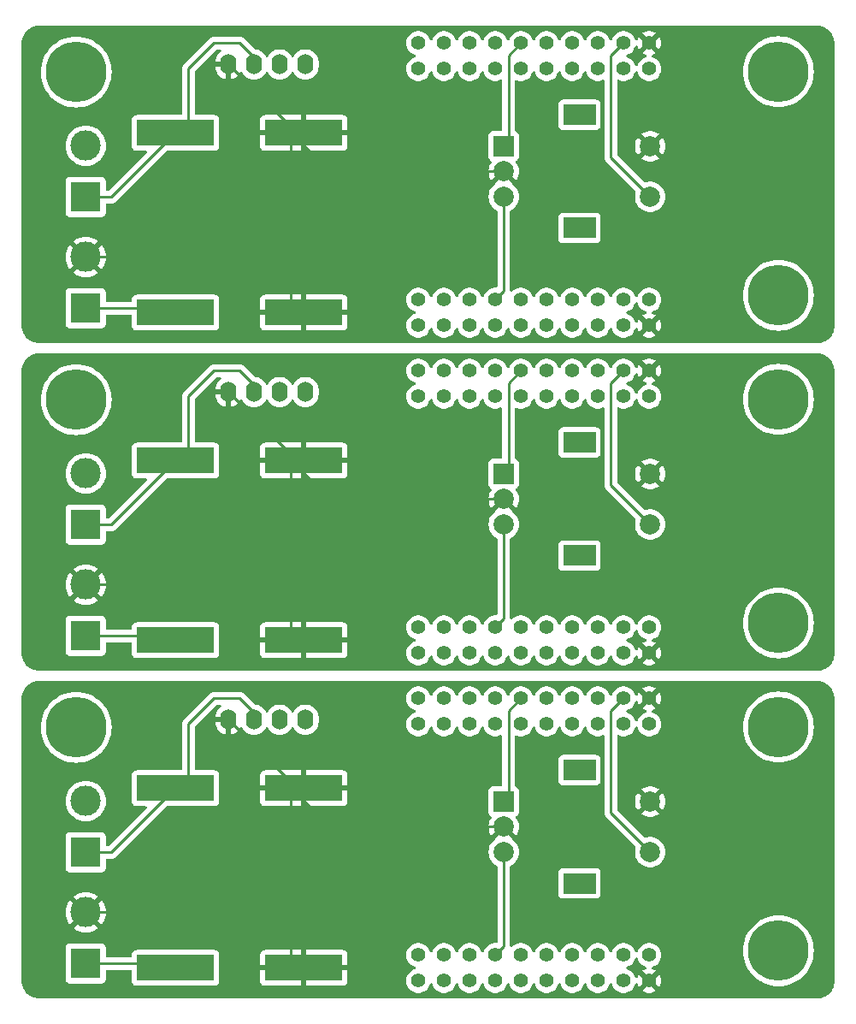
<source format=gbl>
G04 #@! TF.GenerationSoftware,KiCad,Pcbnew,7.0.9-7.0.9~ubuntu22.04.1*
G04 #@! TF.CreationDate,2023-12-17T14:41:55+07:00*
G04 #@! TF.ProjectId,final-production,66696e61-6c2d-4707-926f-64756374696f,rev?*
G04 #@! TF.SameCoordinates,Original*
G04 #@! TF.FileFunction,Copper,L2,Bot*
G04 #@! TF.FilePolarity,Positive*
%FSLAX46Y46*%
G04 Gerber Fmt 4.6, Leading zero omitted, Abs format (unit mm)*
G04 Created by KiCad (PCBNEW 7.0.9-7.0.9~ubuntu22.04.1) date 2023-12-17 14:41:55*
%MOMM*%
%LPD*%
G01*
G04 APERTURE LIST*
G04 #@! TA.AperFunction,ComponentPad*
%ADD10R,2.000000X2.000000*%
G04 #@! TD*
G04 #@! TA.AperFunction,ComponentPad*
%ADD11C,2.000000*%
G04 #@! TD*
G04 #@! TA.AperFunction,ComponentPad*
%ADD12R,3.200000X2.000000*%
G04 #@! TD*
G04 #@! TA.AperFunction,ComponentPad*
%ADD13O,1.600000X2.000000*%
G04 #@! TD*
G04 #@! TA.AperFunction,ComponentPad*
%ADD14C,0.800000*%
G04 #@! TD*
G04 #@! TA.AperFunction,ComponentPad*
%ADD15C,6.000000*%
G04 #@! TD*
G04 #@! TA.AperFunction,ComponentPad*
%ADD16R,3.000000X3.000000*%
G04 #@! TD*
G04 #@! TA.AperFunction,ComponentPad*
%ADD17C,3.000000*%
G04 #@! TD*
G04 #@! TA.AperFunction,ComponentPad*
%ADD18C,1.400000*%
G04 #@! TD*
G04 #@! TA.AperFunction,SMDPad,CuDef*
%ADD19R,7.620000X2.540000*%
G04 #@! TD*
G04 #@! TA.AperFunction,Conductor*
%ADD20C,0.250000*%
G04 #@! TD*
G04 APERTURE END LIST*
D10*
G04 #@! TO.P,SW1,A,A*
G04 #@! TO.N,N/C*
X46562402Y-71160000D03*
D11*
G04 #@! TO.P,SW1,B,B*
X46562402Y-76160000D03*
G04 #@! TO.P,SW1,C,C*
X46562402Y-73660000D03*
D12*
G04 #@! TO.P,SW1,MP*
X54062402Y-68060000D03*
X54062402Y-79260000D03*
D11*
G04 #@! TO.P,SW1,S1,S1*
X61062402Y-76160000D03*
G04 #@! TO.P,SW1,S2,S2*
X61062402Y-71160000D03*
G04 #@! TD*
D13*
G04 #@! TO.P,M2,1,GND*
G04 #@! TO.N,N/C*
X19308040Y-63071633D03*
G04 #@! TO.P,M2,2,VDD*
X21848040Y-63071633D03*
G04 #@! TO.P,M2,3,SCL*
X24388040Y-63071633D03*
G04 #@! TO.P,M2,4,SDA*
X26928040Y-63071633D03*
G04 #@! TD*
D14*
G04 #@! TO.P,H2,1*
G04 #@! TO.N,N/C*
X71512402Y-96218166D03*
X72171412Y-94627176D03*
X72171412Y-97809156D03*
X73762402Y-93968166D03*
D15*
X73762402Y-96218166D03*
D14*
X73762402Y-98468166D03*
X75353392Y-94627176D03*
X75353392Y-97809156D03*
X76012402Y-96218166D03*
G04 #@! TD*
G04 #@! TO.P,H1,1*
G04 #@! TO.N,N/C*
X1983392Y-96249156D03*
X2642402Y-94658166D03*
X2642402Y-97840146D03*
X4233392Y-93999156D03*
D15*
X4233392Y-96249156D03*
D14*
X4233392Y-98499156D03*
X5824382Y-94658166D03*
X5824382Y-97840146D03*
X6483392Y-96249156D03*
G04 #@! TD*
D10*
G04 #@! TO.P,SW1,A,A*
G04 #@! TO.N,N/C*
X46562402Y-103588166D03*
D11*
G04 #@! TO.P,SW1,B,B*
X46562402Y-108588166D03*
G04 #@! TO.P,SW1,C,C*
X46562402Y-106088166D03*
D12*
G04 #@! TO.P,SW1,MP*
X54062402Y-100488166D03*
X54062402Y-111688166D03*
D11*
G04 #@! TO.P,SW1,S1,S1*
X61062402Y-108588166D03*
G04 #@! TO.P,SW1,S2,S2*
X61062402Y-103588166D03*
G04 #@! TD*
D14*
G04 #@! TO.P,H2,1*
G04 #@! TO.N,N/C*
X71512402Y-31361834D03*
X72171412Y-29770844D03*
X72171412Y-32952824D03*
X73762402Y-29111834D03*
D15*
X73762402Y-31361834D03*
D14*
X73762402Y-33611834D03*
X75353392Y-29770844D03*
X75353392Y-32952824D03*
X76012402Y-31361834D03*
G04 #@! TD*
G04 #@! TO.P,H3,1*
G04 #@! TO.N,N/C*
X71512402Y-85934164D03*
X72171412Y-84343174D03*
X72171412Y-87525154D03*
X73762402Y-83684164D03*
D15*
X73762402Y-85934164D03*
D14*
X73762402Y-88184164D03*
X75353392Y-84343174D03*
X75353392Y-87525154D03*
X76012402Y-85934164D03*
G04 #@! TD*
G04 #@! TO.P,H3,1*
G04 #@! TO.N,N/C*
X71512402Y-53505998D03*
X72171412Y-51915008D03*
X72171412Y-55096988D03*
X73762402Y-51255998D03*
D15*
X73762402Y-53505998D03*
D14*
X73762402Y-55755998D03*
X75353392Y-51915008D03*
X75353392Y-55096988D03*
X76012402Y-53505998D03*
G04 #@! TD*
D13*
G04 #@! TO.P,M2,1,GND*
G04 #@! TO.N,N/C*
X19308040Y-30643467D03*
G04 #@! TO.P,M2,2,VDD*
X21848040Y-30643467D03*
G04 #@! TO.P,M2,3,SCL*
X24388040Y-30643467D03*
G04 #@! TO.P,M2,4,SDA*
X26928040Y-30643467D03*
G04 #@! TD*
D10*
G04 #@! TO.P,SW1,A,A*
G04 #@! TO.N,N/C*
X46562402Y-38731834D03*
D11*
G04 #@! TO.P,SW1,B,B*
X46562402Y-43731834D03*
G04 #@! TO.P,SW1,C,C*
X46562402Y-41231834D03*
D12*
G04 #@! TO.P,SW1,MP*
X54062402Y-35631834D03*
X54062402Y-46831834D03*
D11*
G04 #@! TO.P,SW1,S1,S1*
X61062402Y-43731834D03*
G04 #@! TO.P,SW1,S2,S2*
X61062402Y-38731834D03*
G04 #@! TD*
D13*
G04 #@! TO.P,M2,1,GND*
G04 #@! TO.N,N/C*
X19308040Y-95499799D03*
G04 #@! TO.P,M2,2,VDD*
X21848040Y-95499799D03*
G04 #@! TO.P,M2,3,SCL*
X24388040Y-95499799D03*
G04 #@! TO.P,M2,4,SDA*
X26928040Y-95499799D03*
G04 #@! TD*
D14*
G04 #@! TO.P,H3,1*
G04 #@! TO.N,N/C*
X71512402Y-118362330D03*
X72171412Y-116771340D03*
X72171412Y-119953320D03*
X73762402Y-116112330D03*
D15*
X73762402Y-118362330D03*
D14*
X73762402Y-120612330D03*
X75353392Y-116771340D03*
X75353392Y-119953320D03*
X76012402Y-118362330D03*
G04 #@! TD*
G04 #@! TO.P,H2,1*
G04 #@! TO.N,N/C*
X71512402Y-63790000D03*
X72171412Y-62199010D03*
X72171412Y-65380990D03*
X73762402Y-61540000D03*
D15*
X73762402Y-63790000D03*
D14*
X73762402Y-66040000D03*
X75353392Y-62199010D03*
X75353392Y-65380990D03*
X76012402Y-63790000D03*
G04 #@! TD*
G04 #@! TO.P,H1,1*
G04 #@! TO.N,N/C*
X1983392Y-63820990D03*
X2642402Y-62230000D03*
X2642402Y-65411980D03*
X4233392Y-61570990D03*
D15*
X4233392Y-63820990D03*
D14*
X4233392Y-66070990D03*
X5824382Y-62230000D03*
X5824382Y-65411980D03*
X6483392Y-63820990D03*
G04 #@! TD*
G04 #@! TO.P,H1,1*
G04 #@! TO.N,N/C*
X1983392Y-31392824D03*
X2642402Y-29801834D03*
X2642402Y-32983814D03*
X4233392Y-29142824D03*
D15*
X4233392Y-31392824D03*
D14*
X4233392Y-33642824D03*
X5824382Y-29801834D03*
X5824382Y-32983814D03*
X6483392Y-31392824D03*
G04 #@! TD*
D16*
G04 #@! TO.P,J1,1,Pin_1*
G04 #@! TO.N,N/C*
X5182402Y-108628166D03*
D17*
G04 #@! TO.P,J1,2,Pin_2*
X5182402Y-103548166D03*
G04 #@! TD*
D16*
G04 #@! TO.P,J1,1,Pin_1*
G04 #@! TO.N,N/C*
X5182402Y-43771834D03*
D17*
G04 #@! TO.P,J1,2,Pin_2*
X5182402Y-38691834D03*
G04 #@! TD*
D18*
G04 #@! TO.P,U1,1,GND*
G04 #@! TO.N,N/C*
X60960000Y-56471834D03*
G04 #@! TO.P,U1,2,RST*
X60960000Y-53931834D03*
G04 #@! TO.P,U1,3,NC*
X58420000Y-56471834D03*
G04 #@! TO.P,U1,4,IO_36/SVP/A0*
X58420000Y-53931834D03*
G04 #@! TO.P,U1,5,IO_39/SVN*
X55880000Y-56471834D03*
G04 #@! TO.P,U1,6,IO_26/D0*
X55880000Y-53931834D03*
G04 #@! TO.P,U1,7,IO_35*
X53340000Y-56471834D03*
G04 #@! TO.P,U1,8,IO_18/D5*
X53340000Y-53931834D03*
G04 #@! TO.P,U1,9,IO_33*
X50800000Y-56471834D03*
G04 #@! TO.P,U1,10,IO_19/D6*
X50800000Y-53931834D03*
G04 #@! TO.P,U1,11,IO_34*
X48260000Y-56471834D03*
G04 #@! TO.P,U1,12,IO_23/D7*
X48260000Y-53931834D03*
G04 #@! TO.P,U1,13,IO_14/TMS*
X45720000Y-56471834D03*
G04 #@! TO.P,U1,14,IO_05/D8*
X45720000Y-53931834D03*
G04 #@! TO.P,U1,15,NC*
X43180000Y-56471834D03*
G04 #@! TO.P,U1,16,3V3*
X43180000Y-53931834D03*
G04 #@! TO.P,U1,17,IO_09/SD2*
X40640000Y-56471834D03*
G04 #@! TO.P,U1,18,IO_13/TCK*
X40640000Y-53931834D03*
G04 #@! TO.P,U1,19,CMD*
X38100000Y-56471834D03*
G04 #@! TO.P,U1,20,IO_10/SD3*
X38100000Y-53931834D03*
G04 #@! TO.P,U1,21,TXD*
X60960000Y-31071834D03*
G04 #@! TO.P,U1,22,GND*
X60960000Y-28531834D03*
G04 #@! TO.P,U1,23,RXD*
X58420000Y-31071834D03*
G04 #@! TO.P,U1,24,IO_27*
X58420000Y-28531834D03*
G04 #@! TO.P,U1,25,IO_22/D1/SCL*
X55880000Y-31071834D03*
G04 #@! TO.P,U1,26,IO_25*
X55880000Y-28531834D03*
G04 #@! TO.P,U1,27,IO_21/D2/SDA*
X53340000Y-31071834D03*
G04 #@! TO.P,U1,28,IO_32*
X53340000Y-28531834D03*
G04 #@! TO.P,U1,29,IO_17/D3*
X50800000Y-31071834D03*
G04 #@! TO.P,U1,30,IO_12/TDI*
X50800000Y-28531834D03*
G04 #@! TO.P,U1,31,IO_16/D4*
X48260000Y-31071834D03*
G04 #@! TO.P,U1,32,IO_04*
X48260000Y-28531834D03*
G04 #@! TO.P,U1,33,GND*
X45720000Y-31071834D03*
G04 #@! TO.P,U1,34,IO_00*
X45720000Y-28531834D03*
G04 #@! TO.P,U1,35,VCC_(USB)*
X43180000Y-31071834D03*
G04 #@! TO.P,U1,36,IO_02*
X43180000Y-28531834D03*
G04 #@! TO.P,U1,37,TD0*
X40640000Y-31071834D03*
G04 #@! TO.P,U1,38,SD1*
X40640000Y-28531834D03*
G04 #@! TO.P,U1,39,SD0*
X38100000Y-31071834D03*
G04 #@! TO.P,U1,40,CLK*
X38100000Y-28531834D03*
G04 #@! TD*
D19*
G04 #@! TO.P,M1,1,Vin+*
G04 #@! TO.N,N/C*
X14072402Y-120058166D03*
G04 #@! TO.P,M1,2,Vin-*
X26772402Y-120058166D03*
G04 #@! TO.P,M1,3,Vout+*
X14072402Y-102278166D03*
G04 #@! TO.P,M1,4,Vout-*
X26772402Y-102278166D03*
G04 #@! TD*
D16*
G04 #@! TO.P,J6,1,Pin_1*
G04 #@! TO.N,N/C*
X5182402Y-54784568D03*
D17*
G04 #@! TO.P,J6,2,Pin_2*
X5182402Y-49704568D03*
G04 #@! TD*
D18*
G04 #@! TO.P,U1,1,GND*
G04 #@! TO.N,N/C*
X60960000Y-88900000D03*
G04 #@! TO.P,U1,2,RST*
X60960000Y-86360000D03*
G04 #@! TO.P,U1,3,NC*
X58420000Y-88900000D03*
G04 #@! TO.P,U1,4,IO_36/SVP/A0*
X58420000Y-86360000D03*
G04 #@! TO.P,U1,5,IO_39/SVN*
X55880000Y-88900000D03*
G04 #@! TO.P,U1,6,IO_26/D0*
X55880000Y-86360000D03*
G04 #@! TO.P,U1,7,IO_35*
X53340000Y-88900000D03*
G04 #@! TO.P,U1,8,IO_18/D5*
X53340000Y-86360000D03*
G04 #@! TO.P,U1,9,IO_33*
X50800000Y-88900000D03*
G04 #@! TO.P,U1,10,IO_19/D6*
X50800000Y-86360000D03*
G04 #@! TO.P,U1,11,IO_34*
X48260000Y-88900000D03*
G04 #@! TO.P,U1,12,IO_23/D7*
X48260000Y-86360000D03*
G04 #@! TO.P,U1,13,IO_14/TMS*
X45720000Y-88900000D03*
G04 #@! TO.P,U1,14,IO_05/D8*
X45720000Y-86360000D03*
G04 #@! TO.P,U1,15,NC*
X43180000Y-88900000D03*
G04 #@! TO.P,U1,16,3V3*
X43180000Y-86360000D03*
G04 #@! TO.P,U1,17,IO_09/SD2*
X40640000Y-88900000D03*
G04 #@! TO.P,U1,18,IO_13/TCK*
X40640000Y-86360000D03*
G04 #@! TO.P,U1,19,CMD*
X38100000Y-88900000D03*
G04 #@! TO.P,U1,20,IO_10/SD3*
X38100000Y-86360000D03*
G04 #@! TO.P,U1,21,TXD*
X60960000Y-63500000D03*
G04 #@! TO.P,U1,22,GND*
X60960000Y-60960000D03*
G04 #@! TO.P,U1,23,RXD*
X58420000Y-63500000D03*
G04 #@! TO.P,U1,24,IO_27*
X58420000Y-60960000D03*
G04 #@! TO.P,U1,25,IO_22/D1/SCL*
X55880000Y-63500000D03*
G04 #@! TO.P,U1,26,IO_25*
X55880000Y-60960000D03*
G04 #@! TO.P,U1,27,IO_21/D2/SDA*
X53340000Y-63500000D03*
G04 #@! TO.P,U1,28,IO_32*
X53340000Y-60960000D03*
G04 #@! TO.P,U1,29,IO_17/D3*
X50800000Y-63500000D03*
G04 #@! TO.P,U1,30,IO_12/TDI*
X50800000Y-60960000D03*
G04 #@! TO.P,U1,31,IO_16/D4*
X48260000Y-63500000D03*
G04 #@! TO.P,U1,32,IO_04*
X48260000Y-60960000D03*
G04 #@! TO.P,U1,33,GND*
X45720000Y-63500000D03*
G04 #@! TO.P,U1,34,IO_00*
X45720000Y-60960000D03*
G04 #@! TO.P,U1,35,VCC_(USB)*
X43180000Y-63500000D03*
G04 #@! TO.P,U1,36,IO_02*
X43180000Y-60960000D03*
G04 #@! TO.P,U1,37,TD0*
X40640000Y-63500000D03*
G04 #@! TO.P,U1,38,SD1*
X40640000Y-60960000D03*
G04 #@! TO.P,U1,39,SD0*
X38100000Y-63500000D03*
G04 #@! TO.P,U1,40,CLK*
X38100000Y-60960000D03*
G04 #@! TD*
D19*
G04 #@! TO.P,M1,1,Vin+*
G04 #@! TO.N,N/C*
X14072402Y-87630000D03*
G04 #@! TO.P,M1,2,Vin-*
X26772402Y-87630000D03*
G04 #@! TO.P,M1,3,Vout+*
X14072402Y-69850000D03*
G04 #@! TO.P,M1,4,Vout-*
X26772402Y-69850000D03*
G04 #@! TD*
D16*
G04 #@! TO.P,J6,1,Pin_1*
G04 #@! TO.N,N/C*
X5182402Y-119640900D03*
D17*
G04 #@! TO.P,J6,2,Pin_2*
X5182402Y-114560900D03*
G04 #@! TD*
D16*
G04 #@! TO.P,J1,1,Pin_1*
G04 #@! TO.N,N/C*
X5182402Y-76200000D03*
D17*
G04 #@! TO.P,J1,2,Pin_2*
X5182402Y-71120000D03*
G04 #@! TD*
D16*
G04 #@! TO.P,J6,1,Pin_1*
G04 #@! TO.N,N/C*
X5182402Y-87212734D03*
D17*
G04 #@! TO.P,J6,2,Pin_2*
X5182402Y-82132734D03*
G04 #@! TD*
D19*
G04 #@! TO.P,M1,1,Vin+*
G04 #@! TO.N,N/C*
X14072402Y-55201834D03*
G04 #@! TO.P,M1,2,Vin-*
X26772402Y-55201834D03*
G04 #@! TO.P,M1,3,Vout+*
X14072402Y-37421834D03*
G04 #@! TO.P,M1,4,Vout-*
X26772402Y-37421834D03*
G04 #@! TD*
D18*
G04 #@! TO.P,U1,1,GND*
G04 #@! TO.N,N/C*
X60960000Y-121328166D03*
G04 #@! TO.P,U1,2,RST*
X60960000Y-118788166D03*
G04 #@! TO.P,U1,3,NC*
X58420000Y-121328166D03*
G04 #@! TO.P,U1,4,IO_36/SVP/A0*
X58420000Y-118788166D03*
G04 #@! TO.P,U1,5,IO_39/SVN*
X55880000Y-121328166D03*
G04 #@! TO.P,U1,6,IO_26/D0*
X55880000Y-118788166D03*
G04 #@! TO.P,U1,7,IO_35*
X53340000Y-121328166D03*
G04 #@! TO.P,U1,8,IO_18/D5*
X53340000Y-118788166D03*
G04 #@! TO.P,U1,9,IO_33*
X50800000Y-121328166D03*
G04 #@! TO.P,U1,10,IO_19/D6*
X50800000Y-118788166D03*
G04 #@! TO.P,U1,11,IO_34*
X48260000Y-121328166D03*
G04 #@! TO.P,U1,12,IO_23/D7*
X48260000Y-118788166D03*
G04 #@! TO.P,U1,13,IO_14/TMS*
X45720000Y-121328166D03*
G04 #@! TO.P,U1,14,IO_05/D8*
X45720000Y-118788166D03*
G04 #@! TO.P,U1,15,NC*
X43180000Y-121328166D03*
G04 #@! TO.P,U1,16,3V3*
X43180000Y-118788166D03*
G04 #@! TO.P,U1,17,IO_09/SD2*
X40640000Y-121328166D03*
G04 #@! TO.P,U1,18,IO_13/TCK*
X40640000Y-118788166D03*
G04 #@! TO.P,U1,19,CMD*
X38100000Y-121328166D03*
G04 #@! TO.P,U1,20,IO_10/SD3*
X38100000Y-118788166D03*
G04 #@! TO.P,U1,21,TXD*
X60960000Y-95928166D03*
G04 #@! TO.P,U1,22,GND*
X60960000Y-93388166D03*
G04 #@! TO.P,U1,23,RXD*
X58420000Y-95928166D03*
G04 #@! TO.P,U1,24,IO_27*
X58420000Y-93388166D03*
G04 #@! TO.P,U1,25,IO_22/D1/SCL*
X55880000Y-95928166D03*
G04 #@! TO.P,U1,26,IO_25*
X55880000Y-93388166D03*
G04 #@! TO.P,U1,27,IO_21/D2/SDA*
X53340000Y-95928166D03*
G04 #@! TO.P,U1,28,IO_32*
X53340000Y-93388166D03*
G04 #@! TO.P,U1,29,IO_17/D3*
X50800000Y-95928166D03*
G04 #@! TO.P,U1,30,IO_12/TDI*
X50800000Y-93388166D03*
G04 #@! TO.P,U1,31,IO_16/D4*
X48260000Y-95928166D03*
G04 #@! TO.P,U1,32,IO_04*
X48260000Y-93388166D03*
G04 #@! TO.P,U1,33,GND*
X45720000Y-95928166D03*
G04 #@! TO.P,U1,34,IO_00*
X45720000Y-93388166D03*
G04 #@! TO.P,U1,35,VCC_(USB)*
X43180000Y-95928166D03*
G04 #@! TO.P,U1,36,IO_02*
X43180000Y-93388166D03*
G04 #@! TO.P,U1,37,TD0*
X40640000Y-95928166D03*
G04 #@! TO.P,U1,38,SD1*
X40640000Y-93388166D03*
G04 #@! TO.P,U1,39,SD0*
X38100000Y-95928166D03*
G04 #@! TO.P,U1,40,CLK*
X38100000Y-93388166D03*
G04 #@! TD*
D20*
G04 #@! TO.N,*
X29312402Y-73660000D02*
X46562402Y-73660000D01*
X57155478Y-62224522D02*
X58420000Y-60960000D01*
X21848040Y-94813804D02*
X21848040Y-95499799D01*
X20422402Y-60960000D02*
X21848040Y-62385638D01*
X25502401Y-85090000D02*
X25502401Y-87630000D01*
X47031882Y-94616284D02*
X48260000Y-93388166D01*
X7722402Y-76200000D02*
X5182402Y-76200000D01*
X61062402Y-103588166D02*
X63602402Y-101048166D01*
X46562402Y-85517598D02*
X45720000Y-86360000D01*
X25502402Y-69850000D02*
X25502401Y-87630000D01*
X15342402Y-102278166D02*
X15342402Y-95928166D01*
X5182402Y-87212734D02*
X14925136Y-87212734D01*
X20422402Y-93388166D02*
X21848040Y-94813804D01*
X25502402Y-37421834D02*
X29312402Y-41231834D01*
X11532402Y-102278166D02*
X15342402Y-102278166D01*
X63602402Y-31174236D02*
X60960000Y-28531834D01*
X57155478Y-29796356D02*
X58420000Y-28531834D01*
X25502402Y-36837829D02*
X25502402Y-37421834D01*
X15342402Y-31071834D02*
X17882402Y-28531834D01*
X60960000Y-121328166D02*
X63602402Y-118685764D01*
X11532402Y-37421834D02*
X15342402Y-37421834D01*
X21848040Y-29957472D02*
X21848040Y-30643467D01*
X47031882Y-38262354D02*
X47031882Y-29759952D01*
X46562402Y-71160000D02*
X47031882Y-70690520D01*
X29312402Y-41231834D02*
X46562402Y-41231834D01*
X25502401Y-52661834D02*
X25502401Y-55201834D01*
X7722402Y-43771834D02*
X5182402Y-43771834D01*
X25502402Y-37421834D02*
X25502401Y-55201834D01*
X15342402Y-69850000D02*
X15342402Y-63500000D01*
X5182402Y-119640900D02*
X14925136Y-119640900D01*
X21848040Y-62385638D02*
X21848040Y-63071633D01*
X20422402Y-28531834D02*
X21848040Y-29957472D01*
X5182402Y-114560900D02*
X22545135Y-114560900D01*
X63602402Y-68620000D02*
X63602402Y-63602402D01*
X63602402Y-101048166D02*
X63602402Y-96030568D01*
X14072402Y-37421834D02*
X7722402Y-43771834D01*
X22545135Y-49704568D02*
X25502401Y-52661834D01*
X63602402Y-118685764D02*
X63602402Y-101048166D01*
X14925136Y-119640900D02*
X15342402Y-120058166D01*
X29312402Y-106088166D02*
X46562402Y-106088166D01*
X46562402Y-103588166D02*
X47031882Y-103118686D01*
X11532402Y-69850000D02*
X15342402Y-69850000D01*
X63602402Y-36191834D02*
X63602402Y-31174236D01*
X22545135Y-82132734D02*
X25502401Y-85090000D01*
X15342402Y-95928166D02*
X17882402Y-93388166D01*
X63602402Y-53829432D02*
X63602402Y-36191834D01*
X47031882Y-103118686D02*
X47031882Y-94616284D01*
X25502402Y-102278166D02*
X25502401Y-120058166D01*
X57155478Y-104681242D02*
X57155478Y-94652688D01*
X18879673Y-63500000D02*
X19308040Y-63071633D01*
X63602402Y-63602402D02*
X60960000Y-60960000D01*
X14925136Y-87212734D02*
X15342402Y-87630000D01*
X47031882Y-62188118D02*
X48260000Y-60960000D01*
X25502402Y-101694161D02*
X25502402Y-102278166D01*
X61062402Y-76160000D02*
X57155478Y-72253076D01*
X18879673Y-31071834D02*
X19308040Y-30643467D01*
X14925136Y-54784568D02*
X15342402Y-55201834D01*
X57155478Y-72253076D02*
X57155478Y-62224522D01*
X63602402Y-96030568D02*
X60960000Y-93388166D01*
X14072402Y-69850000D02*
X7722402Y-76200000D01*
X19308040Y-95499799D02*
X25502402Y-101694161D01*
X25502402Y-69850000D02*
X29312402Y-73660000D01*
X46562402Y-38731834D02*
X47031882Y-38262354D01*
X61062402Y-71160000D02*
X63602402Y-68620000D01*
X19308040Y-30643467D02*
X25502402Y-36837829D01*
X25502401Y-117518166D02*
X25502401Y-120058166D01*
X46562402Y-108588166D02*
X46562402Y-117945764D01*
X57155478Y-94652688D02*
X58420000Y-93388166D01*
X61062402Y-38731834D02*
X63602402Y-36191834D01*
X57155478Y-39824910D02*
X57155478Y-29796356D01*
X15342402Y-63500000D02*
X17882402Y-60960000D01*
X5182402Y-82132734D02*
X22545135Y-82132734D01*
X22545135Y-114560900D02*
X25502401Y-117518166D01*
X63602402Y-86257598D02*
X63602402Y-68620000D01*
X17882402Y-28531834D02*
X20422402Y-28531834D01*
X18879673Y-95928166D02*
X19308040Y-95499799D01*
X19308040Y-63071633D02*
X25502402Y-69265995D01*
X25502402Y-102278166D02*
X29312402Y-106088166D01*
X46562402Y-53089432D02*
X45720000Y-53931834D01*
X47031882Y-70690520D02*
X47031882Y-62188118D01*
X47031882Y-29759952D02*
X48260000Y-28531834D01*
X61062402Y-43731834D02*
X57155478Y-39824910D01*
X61062402Y-108588166D02*
X57155478Y-104681242D01*
X5182402Y-49704568D02*
X22545135Y-49704568D01*
X17882402Y-60960000D02*
X20422402Y-60960000D01*
X15342402Y-37421834D02*
X15342402Y-31071834D01*
X5182402Y-54784568D02*
X14925136Y-54784568D01*
X7722402Y-108628166D02*
X5182402Y-108628166D01*
X17882402Y-93388166D02*
X20422402Y-93388166D01*
X14072402Y-102278166D02*
X7722402Y-108628166D01*
X46562402Y-76160000D02*
X46562402Y-85517598D01*
X46562402Y-117945764D02*
X45720000Y-118788166D01*
X46562402Y-43731834D02*
X46562402Y-53089432D01*
X60960000Y-56471834D02*
X63602402Y-53829432D01*
X25502402Y-69265995D02*
X25502402Y-69850000D01*
X60960000Y-88900000D02*
X63602402Y-86257598D01*
G04 #@! TD*
G04 #@! TA.AperFunction,NonConductor*
G36*
X77510729Y-26799222D02*
G01*
X77512565Y-26799761D01*
X77554913Y-26799253D01*
X77559224Y-26799351D01*
X77561979Y-26799509D01*
X77628893Y-26803364D01*
X77799828Y-26814406D01*
X77807910Y-26815466D01*
X77912051Y-26836171D01*
X78045638Y-26865635D01*
X78052661Y-26867625D01*
X78159562Y-26904834D01*
X78183419Y-26914077D01*
X78281406Y-26952043D01*
X78287266Y-26954672D01*
X78389311Y-27006977D01*
X78391935Y-27008404D01*
X78502145Y-27071830D01*
X78506849Y-27074828D01*
X78601532Y-27141336D01*
X78604628Y-27143659D01*
X78703240Y-27222556D01*
X78706803Y-27225637D01*
X78791553Y-27304758D01*
X78794879Y-27308109D01*
X78880439Y-27401168D01*
X78882968Y-27404097D01*
X78955675Y-27493817D01*
X78958996Y-27498315D01*
X79030049Y-27604235D01*
X79031664Y-27606774D01*
X79090599Y-27704573D01*
X79093637Y-27710265D01*
X79149434Y-27829310D01*
X79193547Y-27932604D01*
X79196017Y-27939485D01*
X79235062Y-28072391D01*
X79262399Y-28173148D01*
X79264015Y-28181155D01*
X79273044Y-28248555D01*
X79287514Y-28356581D01*
X79291414Y-28387314D01*
X79293872Y-28406686D01*
X79295351Y-28418336D01*
X79295845Y-28426128D01*
X79304993Y-56437045D01*
X79304496Y-56438739D01*
X79304983Y-56479310D01*
X79304885Y-56483622D01*
X79300868Y-56553320D01*
X79289831Y-56724186D01*
X79288768Y-56732289D01*
X79268020Y-56836641D01*
X79238618Y-56969953D01*
X79236625Y-56976988D01*
X79199293Y-57084237D01*
X79152246Y-57205660D01*
X79149606Y-57211546D01*
X79097102Y-57313975D01*
X79095664Y-57316620D01*
X79032512Y-57426352D01*
X79029508Y-57431067D01*
X78962692Y-57526183D01*
X78960370Y-57529278D01*
X78881890Y-57627371D01*
X78878795Y-57630950D01*
X78799222Y-57716181D01*
X78795865Y-57719512D01*
X78703430Y-57804500D01*
X78700500Y-57807029D01*
X78610106Y-57880279D01*
X78605609Y-57883599D01*
X78500651Y-57954008D01*
X78498110Y-57955624D01*
X78399309Y-58015160D01*
X78393619Y-58018197D01*
X78276084Y-58073286D01*
X78171253Y-58118055D01*
X78164372Y-58120525D01*
X78034166Y-58158776D01*
X77930685Y-58186848D01*
X77922676Y-58188464D01*
X77755774Y-58210822D01*
X77685455Y-58219744D01*
X77677634Y-58220238D01*
X628568Y-58208414D01*
X626525Y-58207813D01*
X579299Y-58208381D01*
X575002Y-58208283D01*
X509502Y-58204507D01*
X505147Y-58204256D01*
X334498Y-58193233D01*
X326395Y-58192170D01*
X221621Y-58171337D01*
X164666Y-58158776D01*
X88771Y-58142036D01*
X81737Y-58140044D01*
X-25953Y-58102557D01*
X-146886Y-58055701D01*
X-152773Y-58053061D01*
X-220786Y-58018197D01*
X-255659Y-58000320D01*
X-258297Y-57998886D01*
X-367528Y-57936023D01*
X-372243Y-57933018D01*
X-467826Y-57865873D01*
X-470921Y-57863552D01*
X-568512Y-57785472D01*
X-572072Y-57782394D01*
X-657757Y-57702397D01*
X-661086Y-57699042D01*
X-745606Y-57607115D01*
X-748136Y-57604185D01*
X-772418Y-57574220D01*
X-821809Y-57513270D01*
X-825110Y-57508798D01*
X-895100Y-57404462D01*
X-896715Y-57401922D01*
X-956626Y-57302499D01*
X-959664Y-57296809D01*
X-1014359Y-57180114D01*
X-1059488Y-57074442D01*
X-1061948Y-57067589D01*
X-1099826Y-56938652D01*
X-1128247Y-56833893D01*
X-1129853Y-56825932D01*
X-1151794Y-56662142D01*
X-1161119Y-56588657D01*
X-1161610Y-56580877D01*
X-1161615Y-56553320D01*
X-1161658Y-56332438D01*
X3181902Y-56332438D01*
X3181903Y-56332444D01*
X3188310Y-56392051D01*
X3238604Y-56526896D01*
X3238608Y-56526903D01*
X3324854Y-56642112D01*
X3324857Y-56642115D01*
X3440066Y-56728361D01*
X3440073Y-56728365D01*
X3574919Y-56778659D01*
X3574918Y-56778659D01*
X3581011Y-56779314D01*
X3634529Y-56785068D01*
X6730274Y-56785067D01*
X6789885Y-56778659D01*
X6924733Y-56728364D01*
X7039948Y-56642114D01*
X7126198Y-56526899D01*
X7176493Y-56392051D01*
X7182902Y-56332441D01*
X7182902Y-55534068D01*
X7202587Y-55467029D01*
X7255391Y-55421274D01*
X7306902Y-55410068D01*
X9637903Y-55410068D01*
X9704942Y-55429753D01*
X9750697Y-55482557D01*
X9761903Y-55534068D01*
X9761903Y-56519710D01*
X9768310Y-56579317D01*
X9818604Y-56714162D01*
X9818608Y-56714169D01*
X9904854Y-56829378D01*
X9904857Y-56829381D01*
X10020066Y-56915627D01*
X10020073Y-56915631D01*
X10154919Y-56965925D01*
X10154918Y-56965925D01*
X10161846Y-56966669D01*
X10214529Y-56972334D01*
X17930274Y-56972333D01*
X17989885Y-56965925D01*
X18124733Y-56915630D01*
X18239948Y-56829380D01*
X18326198Y-56714165D01*
X18376493Y-56579317D01*
X18382902Y-56519707D01*
X18382901Y-55451834D01*
X22462402Y-55451834D01*
X22462402Y-56519678D01*
X22468803Y-56579206D01*
X22468805Y-56579213D01*
X22519047Y-56713920D01*
X22519051Y-56713927D01*
X22605211Y-56829021D01*
X22605214Y-56829024D01*
X22720308Y-56915184D01*
X22720315Y-56915188D01*
X22855022Y-56965430D01*
X22855029Y-56965432D01*
X22914557Y-56971833D01*
X22914574Y-56971834D01*
X26522402Y-56971834D01*
X26522402Y-55451834D01*
X27022402Y-55451834D01*
X27022402Y-56971834D01*
X30630230Y-56971834D01*
X30630246Y-56971833D01*
X30689774Y-56965432D01*
X30689781Y-56965430D01*
X30824488Y-56915188D01*
X30824495Y-56915184D01*
X30939589Y-56829024D01*
X30939592Y-56829021D01*
X31025752Y-56713927D01*
X31025756Y-56713920D01*
X31075998Y-56579213D01*
X31076000Y-56579206D01*
X31082401Y-56519678D01*
X31082402Y-56519661D01*
X31082402Y-56471834D01*
X36894357Y-56471834D01*
X36914884Y-56693369D01*
X36914885Y-56693371D01*
X36975769Y-56907357D01*
X36975775Y-56907372D01*
X37074938Y-57106517D01*
X37074943Y-57106525D01*
X37209020Y-57284072D01*
X37373437Y-57433957D01*
X37373439Y-57433959D01*
X37562595Y-57551079D01*
X37562596Y-57551079D01*
X37562599Y-57551081D01*
X37770060Y-57631452D01*
X37988757Y-57672334D01*
X37988759Y-57672334D01*
X38211241Y-57672334D01*
X38211243Y-57672334D01*
X38429940Y-57631452D01*
X38637401Y-57551081D01*
X38826562Y-57433958D01*
X38990981Y-57284070D01*
X39125058Y-57106523D01*
X39224229Y-56907362D01*
X39250734Y-56814205D01*
X39288013Y-56755112D01*
X39351323Y-56725555D01*
X39420562Y-56734917D01*
X39473749Y-56780227D01*
X39489265Y-56814204D01*
X39494874Y-56833915D01*
X39515769Y-56907357D01*
X39515775Y-56907372D01*
X39614938Y-57106517D01*
X39614943Y-57106525D01*
X39749020Y-57284072D01*
X39913437Y-57433957D01*
X39913439Y-57433959D01*
X40102595Y-57551079D01*
X40102596Y-57551079D01*
X40102599Y-57551081D01*
X40310060Y-57631452D01*
X40528757Y-57672334D01*
X40528759Y-57672334D01*
X40751241Y-57672334D01*
X40751243Y-57672334D01*
X40969940Y-57631452D01*
X41177401Y-57551081D01*
X41366562Y-57433958D01*
X41530981Y-57284070D01*
X41665058Y-57106523D01*
X41764229Y-56907362D01*
X41790734Y-56814205D01*
X41828013Y-56755112D01*
X41891323Y-56725555D01*
X41960562Y-56734917D01*
X42013749Y-56780227D01*
X42029265Y-56814204D01*
X42034874Y-56833915D01*
X42055769Y-56907357D01*
X42055775Y-56907372D01*
X42154938Y-57106517D01*
X42154943Y-57106525D01*
X42289020Y-57284072D01*
X42453437Y-57433957D01*
X42453439Y-57433959D01*
X42642595Y-57551079D01*
X42642596Y-57551079D01*
X42642599Y-57551081D01*
X42850060Y-57631452D01*
X43068757Y-57672334D01*
X43068759Y-57672334D01*
X43291241Y-57672334D01*
X43291243Y-57672334D01*
X43509940Y-57631452D01*
X43717401Y-57551081D01*
X43906562Y-57433958D01*
X44070981Y-57284070D01*
X44205058Y-57106523D01*
X44304229Y-56907362D01*
X44330734Y-56814205D01*
X44368013Y-56755112D01*
X44431323Y-56725555D01*
X44500562Y-56734917D01*
X44553749Y-56780227D01*
X44569265Y-56814204D01*
X44574874Y-56833915D01*
X44595769Y-56907357D01*
X44595775Y-56907372D01*
X44694938Y-57106517D01*
X44694943Y-57106525D01*
X44829020Y-57284072D01*
X44993437Y-57433957D01*
X44993439Y-57433959D01*
X45182595Y-57551079D01*
X45182596Y-57551079D01*
X45182599Y-57551081D01*
X45390060Y-57631452D01*
X45608757Y-57672334D01*
X45608759Y-57672334D01*
X45831241Y-57672334D01*
X45831243Y-57672334D01*
X46049940Y-57631452D01*
X46257401Y-57551081D01*
X46446562Y-57433958D01*
X46610981Y-57284070D01*
X46745058Y-57106523D01*
X46844229Y-56907362D01*
X46870734Y-56814205D01*
X46908013Y-56755112D01*
X46971323Y-56725555D01*
X47040562Y-56734917D01*
X47093749Y-56780227D01*
X47109265Y-56814204D01*
X47114874Y-56833915D01*
X47135769Y-56907357D01*
X47135775Y-56907372D01*
X47234938Y-57106517D01*
X47234943Y-57106525D01*
X47369020Y-57284072D01*
X47533437Y-57433957D01*
X47533439Y-57433959D01*
X47722595Y-57551079D01*
X47722596Y-57551079D01*
X47722599Y-57551081D01*
X47930060Y-57631452D01*
X48148757Y-57672334D01*
X48148759Y-57672334D01*
X48371241Y-57672334D01*
X48371243Y-57672334D01*
X48589940Y-57631452D01*
X48797401Y-57551081D01*
X48986562Y-57433958D01*
X49150981Y-57284070D01*
X49285058Y-57106523D01*
X49384229Y-56907362D01*
X49410734Y-56814205D01*
X49448013Y-56755112D01*
X49511323Y-56725555D01*
X49580562Y-56734917D01*
X49633749Y-56780227D01*
X49649265Y-56814204D01*
X49654874Y-56833915D01*
X49675769Y-56907357D01*
X49675775Y-56907372D01*
X49774938Y-57106517D01*
X49774943Y-57106525D01*
X49909020Y-57284072D01*
X50073437Y-57433957D01*
X50073439Y-57433959D01*
X50262595Y-57551079D01*
X50262596Y-57551079D01*
X50262599Y-57551081D01*
X50470060Y-57631452D01*
X50688757Y-57672334D01*
X50688759Y-57672334D01*
X50911241Y-57672334D01*
X50911243Y-57672334D01*
X51129940Y-57631452D01*
X51337401Y-57551081D01*
X51526562Y-57433958D01*
X51690981Y-57284070D01*
X51825058Y-57106523D01*
X51924229Y-56907362D01*
X51950734Y-56814205D01*
X51988013Y-56755112D01*
X52051323Y-56725555D01*
X52120562Y-56734917D01*
X52173749Y-56780227D01*
X52189265Y-56814204D01*
X52194874Y-56833915D01*
X52215769Y-56907357D01*
X52215775Y-56907372D01*
X52314938Y-57106517D01*
X52314943Y-57106525D01*
X52449020Y-57284072D01*
X52613437Y-57433957D01*
X52613439Y-57433959D01*
X52802595Y-57551079D01*
X52802596Y-57551079D01*
X52802599Y-57551081D01*
X53010060Y-57631452D01*
X53228757Y-57672334D01*
X53228759Y-57672334D01*
X53451241Y-57672334D01*
X53451243Y-57672334D01*
X53669940Y-57631452D01*
X53877401Y-57551081D01*
X54066562Y-57433958D01*
X54230981Y-57284070D01*
X54365058Y-57106523D01*
X54464229Y-56907362D01*
X54490734Y-56814205D01*
X54528013Y-56755112D01*
X54591323Y-56725555D01*
X54660562Y-56734917D01*
X54713749Y-56780227D01*
X54729265Y-56814204D01*
X54734874Y-56833915D01*
X54755769Y-56907357D01*
X54755775Y-56907372D01*
X54854938Y-57106517D01*
X54854943Y-57106525D01*
X54989020Y-57284072D01*
X55153437Y-57433957D01*
X55153439Y-57433959D01*
X55342595Y-57551079D01*
X55342596Y-57551079D01*
X55342599Y-57551081D01*
X55550060Y-57631452D01*
X55768757Y-57672334D01*
X55768759Y-57672334D01*
X55991241Y-57672334D01*
X55991243Y-57672334D01*
X56209940Y-57631452D01*
X56417401Y-57551081D01*
X56606562Y-57433958D01*
X56770981Y-57284070D01*
X56905058Y-57106523D01*
X57004229Y-56907362D01*
X57030734Y-56814205D01*
X57068013Y-56755112D01*
X57131323Y-56725555D01*
X57200562Y-56734917D01*
X57253749Y-56780227D01*
X57269265Y-56814204D01*
X57274874Y-56833915D01*
X57295769Y-56907357D01*
X57295775Y-56907372D01*
X57394938Y-57106517D01*
X57394943Y-57106525D01*
X57529020Y-57284072D01*
X57693437Y-57433957D01*
X57693439Y-57433959D01*
X57882595Y-57551079D01*
X57882596Y-57551079D01*
X57882599Y-57551081D01*
X58090060Y-57631452D01*
X58308757Y-57672334D01*
X58308759Y-57672334D01*
X58531241Y-57672334D01*
X58531243Y-57672334D01*
X58749940Y-57631452D01*
X58957401Y-57551081D01*
X59146562Y-57433958D01*
X59310981Y-57284070D01*
X59445058Y-57106523D01*
X59544229Y-56907362D01*
X59570995Y-56813289D01*
X59608272Y-56754201D01*
X59671581Y-56724643D01*
X59740821Y-56734005D01*
X59794007Y-56779314D01*
X59809525Y-56813294D01*
X59836236Y-56907176D01*
X59836239Y-56907182D01*
X59935369Y-57106262D01*
X59951137Y-57127142D01*
X59951138Y-57127142D01*
X60562046Y-56516234D01*
X60574835Y-56596982D01*
X60632359Y-56709879D01*
X60721955Y-56799475D01*
X60834852Y-56856999D01*
X60915599Y-56869787D01*
X60306672Y-57478713D01*
X60306672Y-57478714D01*
X60422821Y-57550631D01*
X60422822Y-57550632D01*
X60630195Y-57630968D01*
X60848807Y-57671834D01*
X61071193Y-57671834D01*
X61289809Y-57630967D01*
X61497168Y-57550635D01*
X61497181Y-57550629D01*
X61613326Y-57478713D01*
X61004401Y-56869787D01*
X61085148Y-56856999D01*
X61198045Y-56799475D01*
X61287641Y-56709879D01*
X61345165Y-56596982D01*
X61357953Y-56516234D01*
X61968861Y-57127142D01*
X61984631Y-57106259D01*
X61984633Y-57106256D01*
X62083759Y-56907184D01*
X62144621Y-56693273D01*
X62165141Y-56471834D01*
X62165141Y-56471833D01*
X62144621Y-56250394D01*
X62083759Y-56036483D01*
X61984635Y-55837414D01*
X61984630Y-55837406D01*
X61968860Y-55816524D01*
X61357953Y-56427432D01*
X61345165Y-56346686D01*
X61287641Y-56233789D01*
X61198045Y-56144193D01*
X61085148Y-56086669D01*
X61004401Y-56073880D01*
X61613327Y-55464953D01*
X61497178Y-55393036D01*
X61497177Y-55393035D01*
X61302786Y-55317728D01*
X61247384Y-55275155D01*
X61223794Y-55209388D01*
X61239505Y-55141308D01*
X61289529Y-55092529D01*
X61302772Y-55086480D01*
X61497401Y-55011081D01*
X61686562Y-54893958D01*
X61850981Y-54744070D01*
X61985058Y-54566523D01*
X62084229Y-54367362D01*
X62145115Y-54153370D01*
X62165643Y-53931834D01*
X62145115Y-53710298D01*
X62086987Y-53505998D01*
X70257098Y-53505998D01*
X70276300Y-53872402D01*
X70333697Y-54234792D01*
X70422584Y-54566523D01*
X70428662Y-54589204D01*
X70560148Y-54931737D01*
X70726722Y-55258654D01*
X70926549Y-55566362D01*
X70926551Y-55566364D01*
X71157453Y-55851504D01*
X71416896Y-56110947D01*
X71482846Y-56164352D01*
X71702037Y-56341850D01*
X71986989Y-56526899D01*
X72009750Y-56541680D01*
X72336666Y-56708253D01*
X72679203Y-56839740D01*
X73033608Y-56934703D01*
X73395998Y-56992100D01*
X73742136Y-57010239D01*
X73762401Y-57011302D01*
X73762402Y-57011302D01*
X73762403Y-57011302D01*
X73781605Y-57010295D01*
X74128806Y-56992100D01*
X74491196Y-56934703D01*
X74845601Y-56839740D01*
X75188138Y-56708253D01*
X75515054Y-56541680D01*
X75822768Y-56341849D01*
X76107908Y-56110947D01*
X76367351Y-55851504D01*
X76598253Y-55566364D01*
X76798084Y-55258650D01*
X76964657Y-54931734D01*
X77096144Y-54589197D01*
X77191107Y-54234792D01*
X77248504Y-53872402D01*
X77267706Y-53505998D01*
X77267197Y-53496295D01*
X77262694Y-53410368D01*
X77248504Y-53139594D01*
X77191107Y-52777204D01*
X77096144Y-52422799D01*
X76964657Y-52080262D01*
X76798084Y-51753346D01*
X76716981Y-51628458D01*
X76598254Y-51445633D01*
X76367354Y-51160496D01*
X76367351Y-51160492D01*
X76107908Y-50901049D01*
X75969064Y-50788615D01*
X75822766Y-50670145D01*
X75515058Y-50470318D01*
X75188141Y-50303744D01*
X74845608Y-50172258D01*
X74845601Y-50172256D01*
X74491196Y-50077293D01*
X74491192Y-50077292D01*
X74491191Y-50077292D01*
X74128807Y-50019896D01*
X73762403Y-50000694D01*
X73762401Y-50000694D01*
X73395996Y-50019896D01*
X73033613Y-50077292D01*
X73033611Y-50077292D01*
X72679195Y-50172258D01*
X72336662Y-50303744D01*
X72009745Y-50470318D01*
X71702037Y-50670145D01*
X71416900Y-50901045D01*
X71416892Y-50901052D01*
X71157456Y-51160488D01*
X71157449Y-51160496D01*
X70926549Y-51445633D01*
X70726722Y-51753341D01*
X70560148Y-52080258D01*
X70428662Y-52422791D01*
X70333696Y-52777207D01*
X70333696Y-52777209D01*
X70276300Y-53139592D01*
X70257606Y-53496306D01*
X70257098Y-53505998D01*
X62086987Y-53505998D01*
X62084229Y-53496306D01*
X62084224Y-53496295D01*
X61985061Y-53297150D01*
X61985056Y-53297142D01*
X61850979Y-53119595D01*
X61686562Y-52969710D01*
X61686560Y-52969708D01*
X61497404Y-52852588D01*
X61497398Y-52852586D01*
X61289940Y-52772216D01*
X61071243Y-52731334D01*
X60848757Y-52731334D01*
X60630060Y-52772216D01*
X60498864Y-52823041D01*
X60422601Y-52852586D01*
X60422595Y-52852588D01*
X60233439Y-52969708D01*
X60233437Y-52969710D01*
X60069020Y-53119595D01*
X59934943Y-53297142D01*
X59934938Y-53297150D01*
X59835775Y-53496295D01*
X59835769Y-53496310D01*
X59809266Y-53589461D01*
X59771987Y-53648555D01*
X59708677Y-53678112D01*
X59639438Y-53668750D01*
X59586251Y-53623440D01*
X59570734Y-53589461D01*
X59546986Y-53505997D01*
X59544229Y-53496306D01*
X59544224Y-53496295D01*
X59445061Y-53297150D01*
X59445056Y-53297142D01*
X59310979Y-53119595D01*
X59146562Y-52969710D01*
X59146560Y-52969708D01*
X58957404Y-52852588D01*
X58957398Y-52852586D01*
X58749940Y-52772216D01*
X58531243Y-52731334D01*
X58308757Y-52731334D01*
X58090060Y-52772216D01*
X57958864Y-52823041D01*
X57882601Y-52852586D01*
X57882595Y-52852588D01*
X57693439Y-52969708D01*
X57693437Y-52969710D01*
X57529020Y-53119595D01*
X57394943Y-53297142D01*
X57394938Y-53297150D01*
X57295775Y-53496295D01*
X57295769Y-53496310D01*
X57269266Y-53589461D01*
X57231987Y-53648555D01*
X57168677Y-53678112D01*
X57099438Y-53668750D01*
X57046251Y-53623440D01*
X57030734Y-53589461D01*
X57006986Y-53505997D01*
X57004229Y-53496306D01*
X57004224Y-53496295D01*
X56905061Y-53297150D01*
X56905056Y-53297142D01*
X56770979Y-53119595D01*
X56606562Y-52969710D01*
X56606560Y-52969708D01*
X56417404Y-52852588D01*
X56417398Y-52852586D01*
X56209940Y-52772216D01*
X55991243Y-52731334D01*
X55768757Y-52731334D01*
X55550060Y-52772216D01*
X55418864Y-52823041D01*
X55342601Y-52852586D01*
X55342595Y-52852588D01*
X55153439Y-52969708D01*
X55153437Y-52969710D01*
X54989020Y-53119595D01*
X54854943Y-53297142D01*
X54854938Y-53297150D01*
X54755775Y-53496295D01*
X54755769Y-53496310D01*
X54729266Y-53589461D01*
X54691987Y-53648555D01*
X54628677Y-53678112D01*
X54559438Y-53668750D01*
X54506251Y-53623440D01*
X54490734Y-53589461D01*
X54466986Y-53505997D01*
X54464229Y-53496306D01*
X54464224Y-53496295D01*
X54365061Y-53297150D01*
X54365056Y-53297142D01*
X54230979Y-53119595D01*
X54066562Y-52969710D01*
X54066560Y-52969708D01*
X53877404Y-52852588D01*
X53877398Y-52852586D01*
X53669940Y-52772216D01*
X53451243Y-52731334D01*
X53228757Y-52731334D01*
X53010060Y-52772216D01*
X52878864Y-52823041D01*
X52802601Y-52852586D01*
X52802595Y-52852588D01*
X52613439Y-52969708D01*
X52613437Y-52969710D01*
X52449020Y-53119595D01*
X52314943Y-53297142D01*
X52314938Y-53297150D01*
X52215775Y-53496295D01*
X52215769Y-53496310D01*
X52189266Y-53589461D01*
X52151987Y-53648555D01*
X52088677Y-53678112D01*
X52019438Y-53668750D01*
X51966251Y-53623440D01*
X51950734Y-53589461D01*
X51926986Y-53505997D01*
X51924229Y-53496306D01*
X51924224Y-53496295D01*
X51825061Y-53297150D01*
X51825056Y-53297142D01*
X51690979Y-53119595D01*
X51526562Y-52969710D01*
X51526560Y-52969708D01*
X51337404Y-52852588D01*
X51337398Y-52852586D01*
X51129940Y-52772216D01*
X50911243Y-52731334D01*
X50688757Y-52731334D01*
X50470060Y-52772216D01*
X50338864Y-52823041D01*
X50262601Y-52852586D01*
X50262595Y-52852588D01*
X50073439Y-52969708D01*
X50073437Y-52969710D01*
X49909020Y-53119595D01*
X49774943Y-53297142D01*
X49774938Y-53297150D01*
X49675775Y-53496295D01*
X49675769Y-53496310D01*
X49649266Y-53589461D01*
X49611987Y-53648555D01*
X49548677Y-53678112D01*
X49479438Y-53668750D01*
X49426251Y-53623440D01*
X49410734Y-53589461D01*
X49386986Y-53505997D01*
X49384229Y-53496306D01*
X49384224Y-53496295D01*
X49285061Y-53297150D01*
X49285056Y-53297142D01*
X49150979Y-53119595D01*
X48986562Y-52969710D01*
X48986560Y-52969708D01*
X48797404Y-52852588D01*
X48797398Y-52852586D01*
X48589940Y-52772216D01*
X48371243Y-52731334D01*
X48148757Y-52731334D01*
X47930060Y-52772216D01*
X47798864Y-52823041D01*
X47722601Y-52852586D01*
X47722595Y-52852588D01*
X47533439Y-52969708D01*
X47533437Y-52969710D01*
X47395440Y-53095511D01*
X47332636Y-53126128D01*
X47263249Y-53117930D01*
X47209309Y-53073520D01*
X47187941Y-53006998D01*
X47187902Y-53003874D01*
X47187902Y-47879704D01*
X51961902Y-47879704D01*
X51961903Y-47879710D01*
X51968310Y-47939317D01*
X52018604Y-48074162D01*
X52018608Y-48074169D01*
X52104854Y-48189378D01*
X52104857Y-48189381D01*
X52220066Y-48275627D01*
X52220073Y-48275631D01*
X52354919Y-48325925D01*
X52354918Y-48325925D01*
X52361846Y-48326669D01*
X52414529Y-48332334D01*
X55710274Y-48332333D01*
X55769885Y-48325925D01*
X55904733Y-48275630D01*
X56019948Y-48189380D01*
X56106198Y-48074165D01*
X56156493Y-47939317D01*
X56162902Y-47879707D01*
X56162901Y-45783962D01*
X56156493Y-45724351D01*
X56153240Y-45715630D01*
X56106199Y-45589505D01*
X56106195Y-45589498D01*
X56019949Y-45474289D01*
X56019946Y-45474286D01*
X55904737Y-45388040D01*
X55904730Y-45388036D01*
X55769884Y-45337742D01*
X55769885Y-45337742D01*
X55710285Y-45331335D01*
X55710283Y-45331334D01*
X55710275Y-45331334D01*
X55710266Y-45331334D01*
X52414531Y-45331334D01*
X52414525Y-45331335D01*
X52354918Y-45337742D01*
X52220073Y-45388036D01*
X52220066Y-45388040D01*
X52104857Y-45474286D01*
X52104854Y-45474289D01*
X52018608Y-45589498D01*
X52018604Y-45589505D01*
X51968310Y-45724351D01*
X51963841Y-45765925D01*
X51961903Y-45783957D01*
X51961902Y-45783969D01*
X51961902Y-47879704D01*
X47187902Y-47879704D01*
X47187902Y-45173353D01*
X47207587Y-45106314D01*
X47252885Y-45064298D01*
X47253771Y-45063818D01*
X47385911Y-44992308D01*
X47582146Y-44839572D01*
X47750566Y-44656619D01*
X47886575Y-44448441D01*
X47986465Y-44220715D01*
X48047510Y-43979655D01*
X48068045Y-43731834D01*
X48047510Y-43484013D01*
X47986465Y-43242953D01*
X47886575Y-43015227D01*
X47750568Y-42807051D01*
X47730262Y-42784993D01*
X47582146Y-42624096D01*
X47481025Y-42545390D01*
X47440212Y-42488680D01*
X47436099Y-42459083D01*
X46694935Y-41717920D01*
X46704717Y-41716514D01*
X46835502Y-41656786D01*
X46944163Y-41562632D01*
X47021895Y-41441678D01*
X47045478Y-41361358D01*
X47785836Y-42101716D01*
X47886133Y-41948203D01*
X47985989Y-41720551D01*
X48047014Y-41479572D01*
X48047016Y-41479563D01*
X48067543Y-41231839D01*
X48067543Y-41231828D01*
X48047016Y-40984104D01*
X48047014Y-40984095D01*
X47985989Y-40743116D01*
X47886134Y-40515466D01*
X47773917Y-40343704D01*
X47753730Y-40276815D01*
X47772910Y-40209629D01*
X47803415Y-40176616D01*
X47804731Y-40175630D01*
X47804733Y-40175630D01*
X47919948Y-40089380D01*
X48006198Y-39974165D01*
X48056493Y-39839317D01*
X48062902Y-39779707D01*
X48062901Y-37683962D01*
X48056493Y-37624351D01*
X48013180Y-37508224D01*
X48006199Y-37489505D01*
X48006195Y-37489498D01*
X47919949Y-37374289D01*
X47919946Y-37374286D01*
X47804737Y-37288040D01*
X47804730Y-37288036D01*
X47738049Y-37263166D01*
X47682115Y-37221295D01*
X47657698Y-37155831D01*
X47657382Y-37146984D01*
X47657382Y-36679704D01*
X51961902Y-36679704D01*
X51961903Y-36679710D01*
X51968310Y-36739317D01*
X52018604Y-36874162D01*
X52018608Y-36874169D01*
X52104854Y-36989378D01*
X52104857Y-36989381D01*
X52220066Y-37075627D01*
X52220073Y-37075631D01*
X52354919Y-37125925D01*
X52354918Y-37125925D01*
X52361846Y-37126669D01*
X52414529Y-37132334D01*
X55710274Y-37132333D01*
X55769885Y-37125925D01*
X55904733Y-37075630D01*
X56019948Y-36989380D01*
X56106198Y-36874165D01*
X56156493Y-36739317D01*
X56162902Y-36679707D01*
X56162901Y-34583962D01*
X56156493Y-34524351D01*
X56106198Y-34389503D01*
X56106197Y-34389502D01*
X56106195Y-34389498D01*
X56019949Y-34274289D01*
X56019946Y-34274286D01*
X55904737Y-34188040D01*
X55904730Y-34188036D01*
X55769884Y-34137742D01*
X55769885Y-34137742D01*
X55710285Y-34131335D01*
X55710283Y-34131334D01*
X55710275Y-34131334D01*
X55710266Y-34131334D01*
X52414531Y-34131334D01*
X52414525Y-34131335D01*
X52354918Y-34137742D01*
X52220073Y-34188036D01*
X52220066Y-34188040D01*
X52104857Y-34274286D01*
X52104854Y-34274289D01*
X52018608Y-34389498D01*
X52018604Y-34389505D01*
X51968310Y-34524351D01*
X51961903Y-34583950D01*
X51961903Y-34583957D01*
X51961902Y-34583969D01*
X51961902Y-36679704D01*
X47657382Y-36679704D01*
X47657382Y-32306833D01*
X47677067Y-32239794D01*
X47729871Y-32194039D01*
X47799029Y-32184095D01*
X47826167Y-32191203D01*
X47930060Y-32231452D01*
X48148757Y-32272334D01*
X48148759Y-32272334D01*
X48371241Y-32272334D01*
X48371243Y-32272334D01*
X48589940Y-32231452D01*
X48797401Y-32151081D01*
X48986562Y-32033958D01*
X49150981Y-31884070D01*
X49285058Y-31706523D01*
X49384229Y-31507362D01*
X49410734Y-31414205D01*
X49448013Y-31355112D01*
X49511323Y-31325555D01*
X49580562Y-31334917D01*
X49633749Y-31380227D01*
X49649266Y-31414206D01*
X49675769Y-31507357D01*
X49675775Y-31507372D01*
X49774938Y-31706517D01*
X49774943Y-31706525D01*
X49909020Y-31884072D01*
X50073437Y-32033957D01*
X50073439Y-32033959D01*
X50262595Y-32151079D01*
X50262596Y-32151079D01*
X50262599Y-32151081D01*
X50470060Y-32231452D01*
X50688757Y-32272334D01*
X50688759Y-32272334D01*
X50911241Y-32272334D01*
X50911243Y-32272334D01*
X51129940Y-32231452D01*
X51337401Y-32151081D01*
X51526562Y-32033958D01*
X51690981Y-31884070D01*
X51825058Y-31706523D01*
X51924229Y-31507362D01*
X51950734Y-31414205D01*
X51988013Y-31355112D01*
X52051323Y-31325555D01*
X52120562Y-31334917D01*
X52173749Y-31380227D01*
X52189266Y-31414206D01*
X52215769Y-31507357D01*
X52215775Y-31507372D01*
X52314938Y-31706517D01*
X52314943Y-31706525D01*
X52449020Y-31884072D01*
X52613437Y-32033957D01*
X52613439Y-32033959D01*
X52802595Y-32151079D01*
X52802596Y-32151079D01*
X52802599Y-32151081D01*
X53010060Y-32231452D01*
X53228757Y-32272334D01*
X53228759Y-32272334D01*
X53451241Y-32272334D01*
X53451243Y-32272334D01*
X53669940Y-32231452D01*
X53877401Y-32151081D01*
X54066562Y-32033958D01*
X54230981Y-31884070D01*
X54365058Y-31706523D01*
X54464229Y-31507362D01*
X54490734Y-31414205D01*
X54528013Y-31355112D01*
X54591323Y-31325555D01*
X54660562Y-31334917D01*
X54713749Y-31380227D01*
X54729266Y-31414206D01*
X54755769Y-31507357D01*
X54755775Y-31507372D01*
X54854938Y-31706517D01*
X54854943Y-31706525D01*
X54989020Y-31884072D01*
X55153437Y-32033957D01*
X55153439Y-32033959D01*
X55342595Y-32151079D01*
X55342596Y-32151079D01*
X55342599Y-32151081D01*
X55550060Y-32231452D01*
X55768757Y-32272334D01*
X55768759Y-32272334D01*
X55991241Y-32272334D01*
X55991243Y-32272334D01*
X56209940Y-32231452D01*
X56361186Y-32172858D01*
X56430808Y-32166997D01*
X56492548Y-32199707D01*
X56526803Y-32260604D01*
X56529978Y-32288486D01*
X56529978Y-39742165D01*
X56528253Y-39757782D01*
X56528539Y-39757809D01*
X56527804Y-39765575D01*
X56529978Y-39834724D01*
X56529978Y-39864253D01*
X56529979Y-39864270D01*
X56530846Y-39871141D01*
X56531304Y-39876960D01*
X56532768Y-39923534D01*
X56532769Y-39923537D01*
X56538358Y-39942777D01*
X56542302Y-39961821D01*
X56544814Y-39981702D01*
X56548848Y-39991890D01*
X56561968Y-40025029D01*
X56563860Y-40030557D01*
X56576860Y-40075300D01*
X56585185Y-40089378D01*
X56587058Y-40092544D01*
X56595616Y-40110013D01*
X56602992Y-40128642D01*
X56630376Y-40166333D01*
X56633584Y-40171217D01*
X56657305Y-40211326D01*
X56657311Y-40211334D01*
X56671468Y-40225490D01*
X56684106Y-40240286D01*
X56695883Y-40256496D01*
X56695884Y-40256497D01*
X56731787Y-40286198D01*
X56736098Y-40290120D01*
X58905060Y-42459083D01*
X59598740Y-43152763D01*
X59632225Y-43214086D01*
X59631265Y-43270884D01*
X59577294Y-43484008D01*
X59577292Y-43484021D01*
X59556759Y-43731828D01*
X59556759Y-43731839D01*
X59577292Y-43979646D01*
X59577294Y-43979658D01*
X59638338Y-44220715D01*
X59738228Y-44448440D01*
X59874235Y-44656616D01*
X59874238Y-44656619D01*
X60042658Y-44839572D01*
X60238893Y-44992308D01*
X60238895Y-44992309D01*
X60449557Y-45106314D01*
X60457592Y-45110662D01*
X60692788Y-45191405D01*
X60938067Y-45232334D01*
X61186737Y-45232334D01*
X61432016Y-45191405D01*
X61667212Y-45110662D01*
X61885911Y-44992308D01*
X62082146Y-44839572D01*
X62250566Y-44656619D01*
X62386575Y-44448441D01*
X62486465Y-44220715D01*
X62547510Y-43979655D01*
X62568045Y-43731834D01*
X62547510Y-43484013D01*
X62486465Y-43242953D01*
X62386575Y-43015227D01*
X62250568Y-42807051D01*
X62228959Y-42783578D01*
X62082146Y-42624096D01*
X61885911Y-42471360D01*
X61885909Y-42471359D01*
X61885908Y-42471358D01*
X61667213Y-42353006D01*
X61667204Y-42353003D01*
X61432018Y-42272263D01*
X61186737Y-42231334D01*
X60938067Y-42231334D01*
X60692788Y-42272262D01*
X60613113Y-42299614D01*
X60543314Y-42302763D01*
X60485171Y-42270013D01*
X59152619Y-40937461D01*
X57817297Y-39602138D01*
X57783812Y-39540815D01*
X57780978Y-39514457D01*
X57780978Y-38731839D01*
X59557261Y-38731839D01*
X59577787Y-38979563D01*
X59577789Y-38979572D01*
X59638814Y-39220551D01*
X59738668Y-39448198D01*
X59838966Y-39601716D01*
X60579325Y-38861357D01*
X60602909Y-38941678D01*
X60680641Y-39062632D01*
X60789302Y-39156786D01*
X60920087Y-39216514D01*
X60929868Y-39217920D01*
X60192344Y-39955443D01*
X60239170Y-39991889D01*
X60239172Y-39991890D01*
X60457787Y-40110198D01*
X60457798Y-40110203D01*
X60692908Y-40190917D01*
X60938109Y-40231834D01*
X61186695Y-40231834D01*
X61431895Y-40190917D01*
X61667005Y-40110203D01*
X61667016Y-40110198D01*
X61885630Y-39991891D01*
X61885633Y-39991889D01*
X61932458Y-39955443D01*
X61194935Y-39217920D01*
X61204717Y-39216514D01*
X61335502Y-39156786D01*
X61444163Y-39062632D01*
X61521895Y-38941678D01*
X61545478Y-38861358D01*
X62285836Y-39601716D01*
X62386133Y-39448203D01*
X62485989Y-39220551D01*
X62547014Y-38979572D01*
X62547016Y-38979563D01*
X62567543Y-38731839D01*
X62567543Y-38731828D01*
X62547016Y-38484104D01*
X62547014Y-38484095D01*
X62485989Y-38243116D01*
X62386133Y-38015464D01*
X62285836Y-37861950D01*
X61545478Y-38602309D01*
X61521895Y-38521990D01*
X61444163Y-38401036D01*
X61335502Y-38306882D01*
X61204717Y-38247154D01*
X61194936Y-38245747D01*
X61932459Y-37508224D01*
X61932458Y-37508223D01*
X61885631Y-37471777D01*
X61667016Y-37353469D01*
X61667005Y-37353464D01*
X61431895Y-37272750D01*
X61186695Y-37231834D01*
X60938109Y-37231834D01*
X60692908Y-37272750D01*
X60457798Y-37353464D01*
X60457792Y-37353466D01*
X60239163Y-37471783D01*
X60192344Y-37508222D01*
X60192344Y-37508224D01*
X60929868Y-38245747D01*
X60920087Y-38247154D01*
X60789302Y-38306882D01*
X60680641Y-38401036D01*
X60602909Y-38521990D01*
X60579325Y-38602309D01*
X59838966Y-37861950D01*
X59738669Y-38015466D01*
X59638814Y-38243116D01*
X59577789Y-38484095D01*
X59577787Y-38484104D01*
X59557261Y-38731828D01*
X59557261Y-38731839D01*
X57780978Y-38731839D01*
X57780978Y-32292730D01*
X57800663Y-32225691D01*
X57853467Y-32179936D01*
X57922625Y-32169992D01*
X57949763Y-32177100D01*
X58090060Y-32231452D01*
X58308757Y-32272334D01*
X58308759Y-32272334D01*
X58531241Y-32272334D01*
X58531243Y-32272334D01*
X58749940Y-32231452D01*
X58957401Y-32151081D01*
X59146562Y-32033958D01*
X59310981Y-31884070D01*
X59445058Y-31706523D01*
X59544229Y-31507362D01*
X59570734Y-31414205D01*
X59608013Y-31355112D01*
X59671323Y-31325555D01*
X59740562Y-31334917D01*
X59793749Y-31380227D01*
X59809266Y-31414206D01*
X59835769Y-31507357D01*
X59835775Y-31507372D01*
X59934938Y-31706517D01*
X59934943Y-31706525D01*
X60069020Y-31884072D01*
X60233437Y-32033957D01*
X60233439Y-32033959D01*
X60422595Y-32151079D01*
X60422596Y-32151079D01*
X60422599Y-32151081D01*
X60630060Y-32231452D01*
X60848757Y-32272334D01*
X60848759Y-32272334D01*
X61071241Y-32272334D01*
X61071243Y-32272334D01*
X61289940Y-32231452D01*
X61497401Y-32151081D01*
X61686562Y-32033958D01*
X61850981Y-31884070D01*
X61985058Y-31706523D01*
X62084229Y-31507362D01*
X62125635Y-31361834D01*
X70257098Y-31361834D01*
X70276300Y-31728239D01*
X70333696Y-32090622D01*
X70333696Y-32090624D01*
X70428662Y-32445040D01*
X70560148Y-32787573D01*
X70726722Y-33114490D01*
X70926549Y-33422198D01*
X70951646Y-33453190D01*
X71157453Y-33707340D01*
X71416896Y-33966783D01*
X71455169Y-33997776D01*
X71702037Y-34197686D01*
X71819996Y-34274289D01*
X72009750Y-34397516D01*
X72336666Y-34564089D01*
X72679203Y-34695576D01*
X73033608Y-34790539D01*
X73395998Y-34847936D01*
X73742136Y-34866075D01*
X73762401Y-34867138D01*
X73762402Y-34867138D01*
X73762403Y-34867138D01*
X73781605Y-34866131D01*
X74128806Y-34847936D01*
X74491196Y-34790539D01*
X74845601Y-34695576D01*
X75188138Y-34564089D01*
X75515054Y-34397516D01*
X75822768Y-34197685D01*
X76107908Y-33966783D01*
X76367351Y-33707340D01*
X76598253Y-33422200D01*
X76798084Y-33114486D01*
X76964657Y-32787570D01*
X77096144Y-32445033D01*
X77191107Y-32090628D01*
X77248504Y-31728238D01*
X77267706Y-31361834D01*
X77248504Y-30995430D01*
X77191107Y-30633040D01*
X77096144Y-30278635D01*
X76964657Y-29936098D01*
X76798084Y-29609182D01*
X76798081Y-29609177D01*
X76598254Y-29301469D01*
X76367354Y-29016332D01*
X76367351Y-29016328D01*
X76107908Y-28756885D01*
X75893518Y-28583275D01*
X75822766Y-28525981D01*
X75515058Y-28326154D01*
X75188141Y-28159580D01*
X74845608Y-28028094D01*
X74845601Y-28028092D01*
X74491196Y-27933129D01*
X74491192Y-27933128D01*
X74491191Y-27933128D01*
X74128807Y-27875732D01*
X73762403Y-27856530D01*
X73762401Y-27856530D01*
X73395996Y-27875732D01*
X73033613Y-27933128D01*
X73033611Y-27933128D01*
X72679195Y-28028094D01*
X72336662Y-28159580D01*
X72009745Y-28326154D01*
X71702037Y-28525981D01*
X71416900Y-28756881D01*
X71416892Y-28756888D01*
X71157456Y-29016324D01*
X71157449Y-29016332D01*
X70926549Y-29301469D01*
X70726722Y-29609177D01*
X70560148Y-29936094D01*
X70428662Y-30278627D01*
X70333696Y-30633043D01*
X70333696Y-30633045D01*
X70276300Y-30995428D01*
X70257098Y-31361833D01*
X70257098Y-31361834D01*
X62125635Y-31361834D01*
X62145115Y-31293370D01*
X62165643Y-31071834D01*
X62145115Y-30850298D01*
X62084229Y-30636306D01*
X62084224Y-30636295D01*
X61985061Y-30437150D01*
X61985056Y-30437142D01*
X61850979Y-30259595D01*
X61686562Y-30109710D01*
X61686560Y-30109708D01*
X61497404Y-29992588D01*
X61497398Y-29992585D01*
X61351576Y-29936094D01*
X61302784Y-29917192D01*
X61247385Y-29874620D01*
X61223794Y-29808853D01*
X61239505Y-29740773D01*
X61289529Y-29691994D01*
X61302786Y-29685939D01*
X61497177Y-29610631D01*
X61497181Y-29610629D01*
X61613326Y-29538713D01*
X61004401Y-28929787D01*
X61085148Y-28916999D01*
X61198045Y-28859475D01*
X61287641Y-28769879D01*
X61345165Y-28656982D01*
X61357953Y-28576234D01*
X61968861Y-29187142D01*
X61984631Y-29166259D01*
X61984633Y-29166256D01*
X62083759Y-28967184D01*
X62144621Y-28753273D01*
X62165141Y-28531834D01*
X62165141Y-28531833D01*
X62144621Y-28310394D01*
X62083759Y-28096483D01*
X61984635Y-27897414D01*
X61984630Y-27897406D01*
X61968860Y-27876524D01*
X61357953Y-28487432D01*
X61345165Y-28406686D01*
X61287641Y-28293789D01*
X61198045Y-28204193D01*
X61085148Y-28146669D01*
X61004401Y-28133880D01*
X61613327Y-27524953D01*
X61497178Y-27453036D01*
X61497177Y-27453035D01*
X61289804Y-27372699D01*
X61071193Y-27331834D01*
X60848807Y-27331834D01*
X60630195Y-27372699D01*
X60422824Y-27453034D01*
X60422823Y-27453035D01*
X60306671Y-27524953D01*
X60915599Y-28133880D01*
X60834852Y-28146669D01*
X60721955Y-28204193D01*
X60632359Y-28293789D01*
X60574835Y-28406686D01*
X60562046Y-28487433D01*
X59951138Y-27876525D01*
X59951137Y-27876525D01*
X59935368Y-27897408D01*
X59836239Y-28096485D01*
X59836237Y-28096489D01*
X59809525Y-28190374D01*
X59772246Y-28249467D01*
X59708936Y-28279024D01*
X59639697Y-28269662D01*
X59586510Y-28224352D01*
X59570994Y-28190375D01*
X59544229Y-28096306D01*
X59532246Y-28072241D01*
X59445061Y-27897150D01*
X59445056Y-27897142D01*
X59310979Y-27719595D01*
X59146562Y-27569710D01*
X59146560Y-27569708D01*
X58957404Y-27452588D01*
X58957398Y-27452586D01*
X58749940Y-27372216D01*
X58531243Y-27331334D01*
X58308757Y-27331334D01*
X58090060Y-27372216D01*
X58007766Y-27404097D01*
X57882601Y-27452586D01*
X57882595Y-27452588D01*
X57693439Y-27569708D01*
X57693437Y-27569710D01*
X57529020Y-27719595D01*
X57394943Y-27897142D01*
X57394938Y-27897150D01*
X57295775Y-28096295D01*
X57295769Y-28096310D01*
X57269266Y-28189461D01*
X57231987Y-28248555D01*
X57168677Y-28278112D01*
X57099438Y-28268750D01*
X57046251Y-28223440D01*
X57030734Y-28189461D01*
X57014338Y-28131834D01*
X57004229Y-28096306D01*
X56992246Y-28072241D01*
X56905061Y-27897150D01*
X56905056Y-27897142D01*
X56770979Y-27719595D01*
X56606562Y-27569710D01*
X56606560Y-27569708D01*
X56417404Y-27452588D01*
X56417398Y-27452586D01*
X56209940Y-27372216D01*
X55991243Y-27331334D01*
X55768757Y-27331334D01*
X55550060Y-27372216D01*
X55467766Y-27404097D01*
X55342601Y-27452586D01*
X55342595Y-27452588D01*
X55153439Y-27569708D01*
X55153437Y-27569710D01*
X54989020Y-27719595D01*
X54854943Y-27897142D01*
X54854938Y-27897150D01*
X54755775Y-28096295D01*
X54755769Y-28096310D01*
X54729266Y-28189461D01*
X54691987Y-28248555D01*
X54628677Y-28278112D01*
X54559438Y-28268750D01*
X54506251Y-28223440D01*
X54490734Y-28189461D01*
X54474338Y-28131834D01*
X54464229Y-28096306D01*
X54452246Y-28072241D01*
X54365061Y-27897150D01*
X54365056Y-27897142D01*
X54230979Y-27719595D01*
X54066562Y-27569710D01*
X54066560Y-27569708D01*
X53877404Y-27452588D01*
X53877398Y-27452586D01*
X53669940Y-27372216D01*
X53451243Y-27331334D01*
X53228757Y-27331334D01*
X53010060Y-27372216D01*
X52927766Y-27404097D01*
X52802601Y-27452586D01*
X52802595Y-27452588D01*
X52613439Y-27569708D01*
X52613437Y-27569710D01*
X52449020Y-27719595D01*
X52314943Y-27897142D01*
X52314938Y-27897150D01*
X52215775Y-28096295D01*
X52215769Y-28096310D01*
X52189266Y-28189461D01*
X52151987Y-28248555D01*
X52088677Y-28278112D01*
X52019438Y-28268750D01*
X51966251Y-28223440D01*
X51950734Y-28189461D01*
X51934338Y-28131834D01*
X51924229Y-28096306D01*
X51912246Y-28072241D01*
X51825061Y-27897150D01*
X51825056Y-27897142D01*
X51690979Y-27719595D01*
X51526562Y-27569710D01*
X51526560Y-27569708D01*
X51337404Y-27452588D01*
X51337398Y-27452586D01*
X51129940Y-27372216D01*
X50911243Y-27331334D01*
X50688757Y-27331334D01*
X50470060Y-27372216D01*
X50387766Y-27404097D01*
X50262601Y-27452586D01*
X50262595Y-27452588D01*
X50073439Y-27569708D01*
X50073437Y-27569710D01*
X49909020Y-27719595D01*
X49774943Y-27897142D01*
X49774938Y-27897150D01*
X49675775Y-28096295D01*
X49675769Y-28096310D01*
X49649266Y-28189461D01*
X49611987Y-28248555D01*
X49548677Y-28278112D01*
X49479438Y-28268750D01*
X49426251Y-28223440D01*
X49410734Y-28189461D01*
X49394338Y-28131834D01*
X49384229Y-28096306D01*
X49372246Y-28072241D01*
X49285061Y-27897150D01*
X49285056Y-27897142D01*
X49150979Y-27719595D01*
X48986562Y-27569710D01*
X48986560Y-27569708D01*
X48797404Y-27452588D01*
X48797398Y-27452586D01*
X48589940Y-27372216D01*
X48371243Y-27331334D01*
X48148757Y-27331334D01*
X47930060Y-27372216D01*
X47847766Y-27404097D01*
X47722601Y-27452586D01*
X47722595Y-27452588D01*
X47533439Y-27569708D01*
X47533437Y-27569710D01*
X47369020Y-27719595D01*
X47234943Y-27897142D01*
X47234938Y-27897150D01*
X47135775Y-28096295D01*
X47135769Y-28096310D01*
X47109266Y-28189461D01*
X47071987Y-28248555D01*
X47008677Y-28278112D01*
X46939438Y-28268750D01*
X46886251Y-28223440D01*
X46870734Y-28189461D01*
X46854338Y-28131834D01*
X46844229Y-28096306D01*
X46832246Y-28072241D01*
X46745061Y-27897150D01*
X46745056Y-27897142D01*
X46610979Y-27719595D01*
X46446562Y-27569710D01*
X46446560Y-27569708D01*
X46257404Y-27452588D01*
X46257398Y-27452586D01*
X46049940Y-27372216D01*
X45831243Y-27331334D01*
X45608757Y-27331334D01*
X45390060Y-27372216D01*
X45307766Y-27404097D01*
X45182601Y-27452586D01*
X45182595Y-27452588D01*
X44993439Y-27569708D01*
X44993437Y-27569710D01*
X44829020Y-27719595D01*
X44694943Y-27897142D01*
X44694938Y-27897150D01*
X44595775Y-28096295D01*
X44595769Y-28096310D01*
X44569266Y-28189461D01*
X44531987Y-28248555D01*
X44468677Y-28278112D01*
X44399438Y-28268750D01*
X44346251Y-28223440D01*
X44330734Y-28189461D01*
X44314338Y-28131834D01*
X44304229Y-28096306D01*
X44292246Y-28072241D01*
X44205061Y-27897150D01*
X44205056Y-27897142D01*
X44070979Y-27719595D01*
X43906562Y-27569710D01*
X43906560Y-27569708D01*
X43717404Y-27452588D01*
X43717398Y-27452586D01*
X43509940Y-27372216D01*
X43291243Y-27331334D01*
X43068757Y-27331334D01*
X42850060Y-27372216D01*
X42767766Y-27404097D01*
X42642601Y-27452586D01*
X42642595Y-27452588D01*
X42453439Y-27569708D01*
X42453437Y-27569710D01*
X42289020Y-27719595D01*
X42154943Y-27897142D01*
X42154938Y-27897150D01*
X42055775Y-28096295D01*
X42055769Y-28096310D01*
X42029266Y-28189461D01*
X41991987Y-28248555D01*
X41928677Y-28278112D01*
X41859438Y-28268750D01*
X41806251Y-28223440D01*
X41790734Y-28189461D01*
X41774338Y-28131834D01*
X41764229Y-28096306D01*
X41752246Y-28072241D01*
X41665061Y-27897150D01*
X41665056Y-27897142D01*
X41530979Y-27719595D01*
X41366562Y-27569710D01*
X41366560Y-27569708D01*
X41177404Y-27452588D01*
X41177398Y-27452586D01*
X40969940Y-27372216D01*
X40751243Y-27331334D01*
X40528757Y-27331334D01*
X40310060Y-27372216D01*
X40227766Y-27404097D01*
X40102601Y-27452586D01*
X40102595Y-27452588D01*
X39913439Y-27569708D01*
X39913437Y-27569710D01*
X39749020Y-27719595D01*
X39614943Y-27897142D01*
X39614938Y-27897150D01*
X39515775Y-28096295D01*
X39515769Y-28096310D01*
X39489266Y-28189461D01*
X39451987Y-28248555D01*
X39388677Y-28278112D01*
X39319438Y-28268750D01*
X39266251Y-28223440D01*
X39250734Y-28189461D01*
X39234338Y-28131834D01*
X39224229Y-28096306D01*
X39212246Y-28072241D01*
X39125061Y-27897150D01*
X39125056Y-27897142D01*
X38990979Y-27719595D01*
X38826562Y-27569710D01*
X38826560Y-27569708D01*
X38637404Y-27452588D01*
X38637398Y-27452586D01*
X38429940Y-27372216D01*
X38211243Y-27331334D01*
X37988757Y-27331334D01*
X37770060Y-27372216D01*
X37687766Y-27404097D01*
X37562601Y-27452586D01*
X37562595Y-27452588D01*
X37373439Y-27569708D01*
X37373437Y-27569710D01*
X37209020Y-27719595D01*
X37074943Y-27897142D01*
X37074938Y-27897150D01*
X36975775Y-28096295D01*
X36975769Y-28096310D01*
X36914885Y-28310296D01*
X36914884Y-28310298D01*
X36894357Y-28531833D01*
X36894357Y-28531834D01*
X36914884Y-28753369D01*
X36914885Y-28753371D01*
X36975769Y-28967357D01*
X36975775Y-28967372D01*
X37074938Y-29166517D01*
X37074943Y-29166525D01*
X37209020Y-29344072D01*
X37373437Y-29493957D01*
X37373439Y-29493959D01*
X37562595Y-29611079D01*
X37562596Y-29611079D01*
X37562599Y-29611081D01*
X37756524Y-29686208D01*
X37811924Y-29728780D01*
X37835515Y-29794547D01*
X37819804Y-29862627D01*
X37769780Y-29911406D01*
X37756533Y-29917456D01*
X37626130Y-29967975D01*
X37562601Y-29992586D01*
X37562595Y-29992588D01*
X37373439Y-30109708D01*
X37373437Y-30109710D01*
X37209020Y-30259595D01*
X37074943Y-30437142D01*
X37074938Y-30437150D01*
X36975775Y-30636295D01*
X36975769Y-30636310D01*
X36914885Y-30850296D01*
X36914884Y-30850298D01*
X36894357Y-31071833D01*
X36894357Y-31071834D01*
X36914884Y-31293369D01*
X36914885Y-31293371D01*
X36975769Y-31507357D01*
X36975775Y-31507372D01*
X37074938Y-31706517D01*
X37074943Y-31706525D01*
X37209020Y-31884072D01*
X37373437Y-32033957D01*
X37373439Y-32033959D01*
X37562595Y-32151079D01*
X37562596Y-32151079D01*
X37562599Y-32151081D01*
X37770060Y-32231452D01*
X37988757Y-32272334D01*
X37988759Y-32272334D01*
X38211241Y-32272334D01*
X38211243Y-32272334D01*
X38429940Y-32231452D01*
X38637401Y-32151081D01*
X38826562Y-32033958D01*
X38990981Y-31884070D01*
X39125058Y-31706523D01*
X39224229Y-31507362D01*
X39250734Y-31414205D01*
X39288013Y-31355112D01*
X39351323Y-31325555D01*
X39420562Y-31334917D01*
X39473749Y-31380227D01*
X39489266Y-31414206D01*
X39515769Y-31507357D01*
X39515775Y-31507372D01*
X39614938Y-31706517D01*
X39614943Y-31706525D01*
X39749020Y-31884072D01*
X39913437Y-32033957D01*
X39913439Y-32033959D01*
X40102595Y-32151079D01*
X40102596Y-32151079D01*
X40102599Y-32151081D01*
X40310060Y-32231452D01*
X40528757Y-32272334D01*
X40528759Y-32272334D01*
X40751241Y-32272334D01*
X40751243Y-32272334D01*
X40969940Y-32231452D01*
X41177401Y-32151081D01*
X41366562Y-32033958D01*
X41530981Y-31884070D01*
X41665058Y-31706523D01*
X41764229Y-31507362D01*
X41790734Y-31414205D01*
X41828013Y-31355112D01*
X41891323Y-31325555D01*
X41960562Y-31334917D01*
X42013749Y-31380227D01*
X42029266Y-31414206D01*
X42055769Y-31507357D01*
X42055775Y-31507372D01*
X42154938Y-31706517D01*
X42154943Y-31706525D01*
X42289020Y-31884072D01*
X42453437Y-32033957D01*
X42453439Y-32033959D01*
X42642595Y-32151079D01*
X42642596Y-32151079D01*
X42642599Y-32151081D01*
X42850060Y-32231452D01*
X43068757Y-32272334D01*
X43068759Y-32272334D01*
X43291241Y-32272334D01*
X43291243Y-32272334D01*
X43509940Y-32231452D01*
X43717401Y-32151081D01*
X43906562Y-32033958D01*
X44070981Y-31884070D01*
X44205058Y-31706523D01*
X44304229Y-31507362D01*
X44330734Y-31414205D01*
X44368013Y-31355112D01*
X44431323Y-31325555D01*
X44500562Y-31334917D01*
X44553749Y-31380227D01*
X44569266Y-31414206D01*
X44595769Y-31507357D01*
X44595775Y-31507372D01*
X44694938Y-31706517D01*
X44694943Y-31706525D01*
X44829020Y-31884072D01*
X44993437Y-32033957D01*
X44993439Y-32033959D01*
X45182595Y-32151079D01*
X45182596Y-32151079D01*
X45182599Y-32151081D01*
X45390060Y-32231452D01*
X45608757Y-32272334D01*
X45608759Y-32272334D01*
X45831241Y-32272334D01*
X45831243Y-32272334D01*
X46049940Y-32231452D01*
X46237590Y-32158755D01*
X46307212Y-32152894D01*
X46368952Y-32185604D01*
X46403207Y-32246500D01*
X46406382Y-32274383D01*
X46406382Y-37107334D01*
X46386697Y-37174373D01*
X46333893Y-37220128D01*
X46282382Y-37231334D01*
X45514531Y-37231334D01*
X45514525Y-37231335D01*
X45454918Y-37237742D01*
X45320073Y-37288036D01*
X45320066Y-37288040D01*
X45204857Y-37374286D01*
X45204854Y-37374289D01*
X45118608Y-37489498D01*
X45118604Y-37489505D01*
X45068310Y-37624351D01*
X45061903Y-37683950D01*
X45061903Y-37683957D01*
X45061902Y-37683969D01*
X45061902Y-39779704D01*
X45061903Y-39779710D01*
X45068310Y-39839317D01*
X45118604Y-39974162D01*
X45118608Y-39974169D01*
X45204854Y-40089378D01*
X45204857Y-40089381D01*
X45321388Y-40176617D01*
X45363259Y-40232551D01*
X45368243Y-40302242D01*
X45350886Y-40343704D01*
X45238669Y-40515465D01*
X45138814Y-40743116D01*
X45077789Y-40984095D01*
X45077787Y-40984104D01*
X45057261Y-41231828D01*
X45057261Y-41231839D01*
X45077787Y-41479563D01*
X45077789Y-41479572D01*
X45138814Y-41720551D01*
X45238668Y-41948198D01*
X45338966Y-42101716D01*
X46079324Y-41361357D01*
X46102909Y-41441678D01*
X46180641Y-41562632D01*
X46289302Y-41656786D01*
X46420087Y-41716514D01*
X46429868Y-41717920D01*
X45686502Y-42461284D01*
X45675884Y-42507982D01*
X45643778Y-42545390D01*
X45542657Y-42624096D01*
X45374235Y-42807051D01*
X45238228Y-43015227D01*
X45138338Y-43242952D01*
X45077294Y-43484009D01*
X45077292Y-43484021D01*
X45056759Y-43731828D01*
X45056759Y-43731839D01*
X45077292Y-43979646D01*
X45077294Y-43979658D01*
X45138338Y-44220715D01*
X45238228Y-44448440D01*
X45374235Y-44656616D01*
X45374238Y-44656619D01*
X45542658Y-44839572D01*
X45665166Y-44934924D01*
X45738890Y-44992306D01*
X45738895Y-44992309D01*
X45871919Y-45064298D01*
X45921510Y-45113517D01*
X45936902Y-45173353D01*
X45936902Y-52607334D01*
X45917217Y-52674373D01*
X45864413Y-52720128D01*
X45812902Y-52731334D01*
X45608757Y-52731334D01*
X45390060Y-52772216D01*
X45258864Y-52823041D01*
X45182601Y-52852586D01*
X45182595Y-52852588D01*
X44993439Y-52969708D01*
X44993437Y-52969710D01*
X44829020Y-53119595D01*
X44694943Y-53297142D01*
X44694938Y-53297150D01*
X44595775Y-53496295D01*
X44595769Y-53496310D01*
X44569266Y-53589461D01*
X44531987Y-53648555D01*
X44468677Y-53678112D01*
X44399438Y-53668750D01*
X44346251Y-53623440D01*
X44330734Y-53589461D01*
X44306986Y-53505997D01*
X44304229Y-53496306D01*
X44304224Y-53496295D01*
X44205061Y-53297150D01*
X44205056Y-53297142D01*
X44070979Y-53119595D01*
X43906562Y-52969710D01*
X43906560Y-52969708D01*
X43717404Y-52852588D01*
X43717398Y-52852586D01*
X43509940Y-52772216D01*
X43291243Y-52731334D01*
X43068757Y-52731334D01*
X42850060Y-52772216D01*
X42718864Y-52823041D01*
X42642601Y-52852586D01*
X42642595Y-52852588D01*
X42453439Y-52969708D01*
X42453437Y-52969710D01*
X42289020Y-53119595D01*
X42154943Y-53297142D01*
X42154938Y-53297150D01*
X42055775Y-53496295D01*
X42055769Y-53496310D01*
X42029266Y-53589461D01*
X41991987Y-53648555D01*
X41928677Y-53678112D01*
X41859438Y-53668750D01*
X41806251Y-53623440D01*
X41790734Y-53589461D01*
X41766986Y-53505997D01*
X41764229Y-53496306D01*
X41764224Y-53496295D01*
X41665061Y-53297150D01*
X41665056Y-53297142D01*
X41530979Y-53119595D01*
X41366562Y-52969710D01*
X41366560Y-52969708D01*
X41177404Y-52852588D01*
X41177398Y-52852586D01*
X40969940Y-52772216D01*
X40751243Y-52731334D01*
X40528757Y-52731334D01*
X40310060Y-52772216D01*
X40178864Y-52823041D01*
X40102601Y-52852586D01*
X40102595Y-52852588D01*
X39913439Y-52969708D01*
X39913437Y-52969710D01*
X39749020Y-53119595D01*
X39614943Y-53297142D01*
X39614938Y-53297150D01*
X39515775Y-53496295D01*
X39515769Y-53496310D01*
X39489266Y-53589461D01*
X39451987Y-53648555D01*
X39388677Y-53678112D01*
X39319438Y-53668750D01*
X39266251Y-53623440D01*
X39250734Y-53589461D01*
X39226986Y-53505997D01*
X39224229Y-53496306D01*
X39224224Y-53496295D01*
X39125061Y-53297150D01*
X39125056Y-53297142D01*
X38990979Y-53119595D01*
X38826562Y-52969710D01*
X38826560Y-52969708D01*
X38637404Y-52852588D01*
X38637398Y-52852586D01*
X38429940Y-52772216D01*
X38211243Y-52731334D01*
X37988757Y-52731334D01*
X37770060Y-52772216D01*
X37638864Y-52823041D01*
X37562601Y-52852586D01*
X37562595Y-52852588D01*
X37373439Y-52969708D01*
X37373437Y-52969710D01*
X37209020Y-53119595D01*
X37074943Y-53297142D01*
X37074938Y-53297150D01*
X36975775Y-53496295D01*
X36975769Y-53496310D01*
X36914885Y-53710296D01*
X36914884Y-53710298D01*
X36894357Y-53931833D01*
X36894357Y-53931834D01*
X36914884Y-54153369D01*
X36914885Y-54153371D01*
X36975769Y-54367357D01*
X36975775Y-54367372D01*
X37074938Y-54566517D01*
X37074943Y-54566525D01*
X37209020Y-54744072D01*
X37373437Y-54893957D01*
X37373439Y-54893959D01*
X37562595Y-55011079D01*
X37562596Y-55011079D01*
X37562599Y-55011081D01*
X37756524Y-55086208D01*
X37811924Y-55128780D01*
X37835515Y-55194547D01*
X37819804Y-55262627D01*
X37769780Y-55311406D01*
X37756533Y-55317456D01*
X37608488Y-55374809D01*
X37562601Y-55392586D01*
X37562595Y-55392588D01*
X37373439Y-55509708D01*
X37373437Y-55509710D01*
X37209020Y-55659595D01*
X37074943Y-55837142D01*
X37074938Y-55837150D01*
X36975775Y-56036295D01*
X36975769Y-56036310D01*
X36914885Y-56250296D01*
X36914884Y-56250298D01*
X36894357Y-56471833D01*
X36894357Y-56471834D01*
X31082402Y-56471834D01*
X31082402Y-55451834D01*
X27022402Y-55451834D01*
X26522402Y-55451834D01*
X22462402Y-55451834D01*
X18382901Y-55451834D01*
X18382901Y-54951834D01*
X22462402Y-54951834D01*
X26522402Y-54951834D01*
X26522402Y-53431834D01*
X27022402Y-53431834D01*
X27022402Y-54951834D01*
X31082402Y-54951834D01*
X31082402Y-53884006D01*
X31082401Y-53883989D01*
X31076000Y-53824461D01*
X31075998Y-53824454D01*
X31025756Y-53689747D01*
X31025752Y-53689740D01*
X30939592Y-53574646D01*
X30939589Y-53574643D01*
X30824495Y-53488483D01*
X30824488Y-53488479D01*
X30689781Y-53438237D01*
X30689774Y-53438235D01*
X30630246Y-53431834D01*
X27022402Y-53431834D01*
X26522402Y-53431834D01*
X22914557Y-53431834D01*
X22855029Y-53438235D01*
X22855022Y-53438237D01*
X22720315Y-53488479D01*
X22720308Y-53488483D01*
X22605214Y-53574643D01*
X22605211Y-53574646D01*
X22519051Y-53689740D01*
X22519047Y-53689747D01*
X22468805Y-53824454D01*
X22468803Y-53824461D01*
X22462402Y-53883989D01*
X22462402Y-54951834D01*
X18382901Y-54951834D01*
X18382901Y-53883962D01*
X18376493Y-53824351D01*
X18333953Y-53710296D01*
X18326199Y-53689505D01*
X18326195Y-53689498D01*
X18239949Y-53574289D01*
X18239946Y-53574286D01*
X18124737Y-53488040D01*
X18124730Y-53488036D01*
X17989884Y-53437742D01*
X17989885Y-53437742D01*
X17930285Y-53431335D01*
X17930283Y-53431334D01*
X17930275Y-53431334D01*
X17930266Y-53431334D01*
X10214531Y-53431334D01*
X10214525Y-53431335D01*
X10154918Y-53437742D01*
X10020073Y-53488036D01*
X10020066Y-53488040D01*
X9904857Y-53574286D01*
X9904854Y-53574289D01*
X9818608Y-53689498D01*
X9818604Y-53689505D01*
X9768310Y-53824351D01*
X9761903Y-53883950D01*
X9761903Y-53883957D01*
X9761902Y-53883969D01*
X9761902Y-54035068D01*
X9742217Y-54102107D01*
X9689413Y-54147862D01*
X9637902Y-54159068D01*
X7306901Y-54159068D01*
X7239862Y-54139383D01*
X7194107Y-54086579D01*
X7182901Y-54035068D01*
X7182901Y-53236697D01*
X7182900Y-53236691D01*
X7182899Y-53236684D01*
X7176493Y-53177085D01*
X7162160Y-53138657D01*
X7126199Y-53042239D01*
X7126195Y-53042232D01*
X7039949Y-52927023D01*
X7039946Y-52927020D01*
X6924737Y-52840774D01*
X6924730Y-52840770D01*
X6789884Y-52790476D01*
X6789885Y-52790476D01*
X6730285Y-52784069D01*
X6730283Y-52784068D01*
X6730275Y-52784068D01*
X6730266Y-52784068D01*
X3634531Y-52784068D01*
X3634525Y-52784069D01*
X3574918Y-52790476D01*
X3440073Y-52840770D01*
X3440066Y-52840774D01*
X3324857Y-52927020D01*
X3324854Y-52927023D01*
X3238608Y-53042232D01*
X3238604Y-53042239D01*
X3188310Y-53177085D01*
X3181903Y-53236684D01*
X3181903Y-53236691D01*
X3181902Y-53236703D01*
X3181902Y-56332438D01*
X-1161658Y-56332438D01*
X-1162955Y-49704569D01*
X3177293Y-49704569D01*
X3197702Y-49989930D01*
X3258511Y-50269463D01*
X3358493Y-50537526D01*
X3495593Y-50788606D01*
X3495598Y-50788614D01*
X3602284Y-50931129D01*
X3602285Y-50931130D01*
X4497597Y-50035818D01*
X4519742Y-50087155D01*
X4625835Y-50229662D01*
X4761932Y-50343862D01*
X4851618Y-50388903D01*
X3955838Y-51284683D01*
X4098362Y-51391375D01*
X4098363Y-51391376D01*
X4349444Y-51528476D01*
X4349443Y-51528476D01*
X4617506Y-51628458D01*
X4897039Y-51689267D01*
X5182401Y-51709677D01*
X5182403Y-51709677D01*
X5467764Y-51689267D01*
X5747297Y-51628458D01*
X6015360Y-51528476D01*
X6266449Y-51391371D01*
X6408963Y-51284684D01*
X6408964Y-51284683D01*
X5516150Y-50391868D01*
X5525811Y-50388352D01*
X5674246Y-50290725D01*
X5796166Y-50161498D01*
X5868170Y-50036783D01*
X6762517Y-50931130D01*
X6762518Y-50931129D01*
X6869205Y-50788615D01*
X7006310Y-50537526D01*
X7106292Y-50269463D01*
X7167101Y-49989930D01*
X7187511Y-49704569D01*
X7187511Y-49704566D01*
X7167101Y-49419205D01*
X7106292Y-49139672D01*
X7006310Y-48871609D01*
X6869210Y-48620529D01*
X6869209Y-48620528D01*
X6762517Y-48478004D01*
X5867205Y-49373315D01*
X5845062Y-49321981D01*
X5738969Y-49179474D01*
X5602872Y-49065274D01*
X5513184Y-49020231D01*
X6408964Y-48124451D01*
X6408963Y-48124450D01*
X6266448Y-48017764D01*
X6266440Y-48017759D01*
X6015359Y-47880659D01*
X6015360Y-47880659D01*
X5747297Y-47780677D01*
X5467764Y-47719868D01*
X5182403Y-47699459D01*
X5182401Y-47699459D01*
X4897039Y-47719868D01*
X4617506Y-47780677D01*
X4349443Y-47880659D01*
X4098363Y-48017759D01*
X4098355Y-48017764D01*
X3955839Y-48124450D01*
X3955838Y-48124451D01*
X4848654Y-49017267D01*
X4838993Y-49020784D01*
X4690558Y-49118411D01*
X4568638Y-49247638D01*
X4496633Y-49372352D01*
X3602285Y-48478004D01*
X3602284Y-48478005D01*
X3495598Y-48620521D01*
X3495593Y-48620529D01*
X3358493Y-48871609D01*
X3258511Y-49139672D01*
X3197702Y-49419205D01*
X3177293Y-49704566D01*
X3177293Y-49704569D01*
X-1162955Y-49704569D01*
X-1163813Y-45319704D01*
X3181902Y-45319704D01*
X3181903Y-45319710D01*
X3188310Y-45379317D01*
X3238604Y-45514162D01*
X3238608Y-45514169D01*
X3324854Y-45629378D01*
X3324857Y-45629381D01*
X3440066Y-45715627D01*
X3440073Y-45715631D01*
X3574919Y-45765925D01*
X3574918Y-45765925D01*
X3581846Y-45766669D01*
X3634529Y-45772334D01*
X6730274Y-45772333D01*
X6789885Y-45765925D01*
X6924733Y-45715630D01*
X7039948Y-45629380D01*
X7126198Y-45514165D01*
X7176493Y-45379317D01*
X7182902Y-45319707D01*
X7182902Y-44521334D01*
X7202587Y-44454295D01*
X7255391Y-44408540D01*
X7306902Y-44397334D01*
X7639659Y-44397334D01*
X7655279Y-44399058D01*
X7655306Y-44398773D01*
X7663062Y-44399505D01*
X7663069Y-44399507D01*
X7732216Y-44397334D01*
X7761752Y-44397334D01*
X7768630Y-44396464D01*
X7774443Y-44396006D01*
X7821029Y-44394543D01*
X7840271Y-44388951D01*
X7859314Y-44385008D01*
X7879194Y-44382498D01*
X7922524Y-44365341D01*
X7928048Y-44363451D01*
X7931798Y-44362361D01*
X7972792Y-44350452D01*
X7990031Y-44340256D01*
X8007505Y-44331696D01*
X8026129Y-44324322D01*
X8026129Y-44324321D01*
X8026134Y-44324320D01*
X8063851Y-44296916D01*
X8068707Y-44293726D01*
X8108822Y-44270004D01*
X8122991Y-44255833D01*
X8137781Y-44243202D01*
X8153989Y-44231428D01*
X8183701Y-44195510D01*
X8187614Y-44191210D01*
X13150174Y-39228652D01*
X13211497Y-39195167D01*
X13237855Y-39192333D01*
X17930273Y-39192333D01*
X17930274Y-39192333D01*
X17989885Y-39185925D01*
X18124733Y-39135630D01*
X18239948Y-39049380D01*
X18326198Y-38934165D01*
X18376493Y-38799317D01*
X18382902Y-38739707D01*
X18382901Y-37671834D01*
X22462402Y-37671834D01*
X22462402Y-38739678D01*
X22468803Y-38799206D01*
X22468805Y-38799213D01*
X22519047Y-38933920D01*
X22519051Y-38933927D01*
X22605211Y-39049021D01*
X22605214Y-39049024D01*
X22720308Y-39135184D01*
X22720315Y-39135188D01*
X22855022Y-39185430D01*
X22855029Y-39185432D01*
X22914557Y-39191833D01*
X22914574Y-39191834D01*
X26522402Y-39191834D01*
X26522402Y-37671834D01*
X27022402Y-37671834D01*
X27022402Y-39191834D01*
X30630230Y-39191834D01*
X30630246Y-39191833D01*
X30689774Y-39185432D01*
X30689781Y-39185430D01*
X30824488Y-39135188D01*
X30824495Y-39135184D01*
X30939589Y-39049024D01*
X30939592Y-39049021D01*
X31025752Y-38933927D01*
X31025756Y-38933920D01*
X31075998Y-38799213D01*
X31076000Y-38799206D01*
X31082401Y-38739678D01*
X31082402Y-38739661D01*
X31082402Y-37671834D01*
X27022402Y-37671834D01*
X26522402Y-37671834D01*
X22462402Y-37671834D01*
X18382901Y-37671834D01*
X18382901Y-37171834D01*
X22462402Y-37171834D01*
X26522402Y-37171834D01*
X26522402Y-35651834D01*
X27022402Y-35651834D01*
X27022402Y-37171834D01*
X31082402Y-37171834D01*
X31082402Y-36104006D01*
X31082401Y-36103989D01*
X31076000Y-36044461D01*
X31075998Y-36044454D01*
X31025756Y-35909747D01*
X31025752Y-35909740D01*
X30939592Y-35794646D01*
X30939589Y-35794643D01*
X30824495Y-35708483D01*
X30824488Y-35708479D01*
X30689781Y-35658237D01*
X30689774Y-35658235D01*
X30630246Y-35651834D01*
X27022402Y-35651834D01*
X26522402Y-35651834D01*
X22914557Y-35651834D01*
X22855029Y-35658235D01*
X22855022Y-35658237D01*
X22720315Y-35708479D01*
X22720308Y-35708483D01*
X22605214Y-35794643D01*
X22605211Y-35794646D01*
X22519051Y-35909740D01*
X22519047Y-35909747D01*
X22468805Y-36044454D01*
X22468803Y-36044461D01*
X22462402Y-36103989D01*
X22462402Y-37171834D01*
X18382901Y-37171834D01*
X18382901Y-36103962D01*
X18376493Y-36044351D01*
X18326286Y-35909740D01*
X18326199Y-35909505D01*
X18326195Y-35909498D01*
X18239949Y-35794289D01*
X18239946Y-35794286D01*
X18124737Y-35708040D01*
X18124730Y-35708036D01*
X17989884Y-35657742D01*
X17989885Y-35657742D01*
X17930285Y-35651335D01*
X17930283Y-35651334D01*
X17930275Y-35651334D01*
X17930267Y-35651334D01*
X16091902Y-35651334D01*
X16024863Y-35631649D01*
X15979108Y-35578845D01*
X15967902Y-35527334D01*
X15967902Y-31382286D01*
X15987587Y-31315247D01*
X16004221Y-31294605D01*
X18105174Y-29193653D01*
X18166497Y-29160168D01*
X18192855Y-29157334D01*
X18485070Y-29157334D01*
X18552109Y-29177019D01*
X18597864Y-29229823D01*
X18607808Y-29298981D01*
X18578783Y-29362537D01*
X18556194Y-29382909D01*
X18469219Y-29443809D01*
X18308382Y-29604646D01*
X18177905Y-29790984D01*
X18081774Y-29997140D01*
X18081770Y-29997149D01*
X18022900Y-30216856D01*
X18022898Y-30216867D01*
X18008040Y-30386704D01*
X18008040Y-30393467D01*
X18874354Y-30393467D01*
X18848547Y-30433623D01*
X18808040Y-30571578D01*
X18808040Y-30715356D01*
X18848547Y-30853311D01*
X18874354Y-30893467D01*
X18008040Y-30893467D01*
X18008040Y-30900230D01*
X18022898Y-31070066D01*
X18022900Y-31070077D01*
X18081770Y-31289784D01*
X18081774Y-31289793D01*
X18177905Y-31495949D01*
X18308382Y-31682287D01*
X18469219Y-31843124D01*
X18655557Y-31973601D01*
X18861713Y-32069732D01*
X18861722Y-32069736D01*
X19058039Y-32122339D01*
X19058040Y-32122338D01*
X19058040Y-31078968D01*
X19165725Y-31128147D01*
X19272277Y-31143467D01*
X19343803Y-31143467D01*
X19450355Y-31128147D01*
X19558040Y-31078968D01*
X19558040Y-32122339D01*
X19754357Y-32069736D01*
X19754366Y-32069732D01*
X19960522Y-31973601D01*
X20146860Y-31843124D01*
X20307697Y-31682287D01*
X20438172Y-31495951D01*
X20465381Y-31437601D01*
X20511553Y-31385162D01*
X20578747Y-31366009D01*
X20645628Y-31386224D01*
X20690146Y-31437600D01*
X20717471Y-31496199D01*
X20717472Y-31496201D01*
X20847994Y-31682608D01*
X21008898Y-31843512D01*
X21008901Y-31843514D01*
X21195306Y-31974035D01*
X21401544Y-32070206D01*
X21621348Y-32129102D01*
X21783270Y-32143268D01*
X21848038Y-32148935D01*
X21848040Y-32148935D01*
X21848042Y-32148935D01*
X21904713Y-32143976D01*
X22074732Y-32129102D01*
X22294536Y-32070206D01*
X22500774Y-31974035D01*
X22687179Y-31843514D01*
X22848087Y-31682606D01*
X22978608Y-31496201D01*
X23005658Y-31438191D01*
X23051830Y-31385752D01*
X23119023Y-31366600D01*
X23185905Y-31386815D01*
X23230422Y-31438192D01*
X23257469Y-31496195D01*
X23257472Y-31496201D01*
X23387994Y-31682608D01*
X23548898Y-31843512D01*
X23548901Y-31843514D01*
X23735306Y-31974035D01*
X23941544Y-32070206D01*
X24161348Y-32129102D01*
X24323270Y-32143268D01*
X24388038Y-32148935D01*
X24388040Y-32148935D01*
X24388042Y-32148935D01*
X24444713Y-32143976D01*
X24614732Y-32129102D01*
X24834536Y-32070206D01*
X25040774Y-31974035D01*
X25227179Y-31843514D01*
X25388087Y-31682606D01*
X25518608Y-31496201D01*
X25545658Y-31438191D01*
X25591830Y-31385752D01*
X25659023Y-31366600D01*
X25725905Y-31386815D01*
X25770422Y-31438192D01*
X25797469Y-31496195D01*
X25797472Y-31496201D01*
X25927994Y-31682608D01*
X26088898Y-31843512D01*
X26088901Y-31843514D01*
X26275306Y-31974035D01*
X26481544Y-32070206D01*
X26701348Y-32129102D01*
X26863270Y-32143268D01*
X26928038Y-32148935D01*
X26928040Y-32148935D01*
X26928042Y-32148935D01*
X26984713Y-32143976D01*
X27154732Y-32129102D01*
X27374536Y-32070206D01*
X27580774Y-31974035D01*
X27767179Y-31843514D01*
X27928087Y-31682606D01*
X28058608Y-31496201D01*
X28154779Y-31289963D01*
X28213675Y-31070159D01*
X28228540Y-30900251D01*
X28228540Y-30386683D01*
X28213675Y-30216775D01*
X28154779Y-29996971D01*
X28058608Y-29790733D01*
X27953182Y-29640167D01*
X27928085Y-29604325D01*
X27767181Y-29443421D01*
X27580774Y-29312899D01*
X27580772Y-29312898D01*
X27374537Y-29216728D01*
X27374528Y-29216725D01*
X27154737Y-29157833D01*
X27154733Y-29157832D01*
X27154732Y-29157832D01*
X27154731Y-29157831D01*
X27154726Y-29157831D01*
X26928042Y-29137999D01*
X26928038Y-29137999D01*
X26701353Y-29157831D01*
X26701342Y-29157833D01*
X26481551Y-29216725D01*
X26481542Y-29216728D01*
X26275307Y-29312898D01*
X26275305Y-29312899D01*
X26088898Y-29443421D01*
X25927994Y-29604325D01*
X25797472Y-29790732D01*
X25797471Y-29790734D01*
X25770422Y-29848742D01*
X25724249Y-29901181D01*
X25657056Y-29920333D01*
X25590175Y-29900117D01*
X25545658Y-29848742D01*
X25536348Y-29828777D01*
X25518608Y-29790733D01*
X25413182Y-29640167D01*
X25388085Y-29604325D01*
X25227181Y-29443421D01*
X25040774Y-29312899D01*
X25040772Y-29312898D01*
X24834537Y-29216728D01*
X24834528Y-29216725D01*
X24614737Y-29157833D01*
X24614733Y-29157832D01*
X24614732Y-29157832D01*
X24614731Y-29157831D01*
X24614726Y-29157831D01*
X24388042Y-29137999D01*
X24388038Y-29137999D01*
X24161353Y-29157831D01*
X24161342Y-29157833D01*
X23941551Y-29216725D01*
X23941542Y-29216728D01*
X23735307Y-29312898D01*
X23735305Y-29312899D01*
X23548898Y-29443421D01*
X23387994Y-29604325D01*
X23257472Y-29790732D01*
X23257471Y-29790734D01*
X23230422Y-29848742D01*
X23184249Y-29901181D01*
X23117056Y-29920333D01*
X23050175Y-29900117D01*
X23005658Y-29848742D01*
X22996348Y-29828777D01*
X22978608Y-29790733D01*
X22873182Y-29640167D01*
X22848085Y-29604325D01*
X22687181Y-29443421D01*
X22500774Y-29312899D01*
X22500772Y-29312898D01*
X22294537Y-29216728D01*
X22294528Y-29216725D01*
X22074737Y-29157833D01*
X22074727Y-29157831D01*
X21964359Y-29148175D01*
X21899290Y-29122722D01*
X21887486Y-29112328D01*
X20923205Y-28148046D01*
X20913382Y-28135784D01*
X20913161Y-28135968D01*
X20908188Y-28129957D01*
X20889561Y-28112465D01*
X20857766Y-28082607D01*
X20843469Y-28068310D01*
X20836877Y-28061717D01*
X20831388Y-28057459D01*
X20826963Y-28053681D01*
X20792984Y-28021772D01*
X20792982Y-28021770D01*
X20792979Y-28021769D01*
X20775431Y-28012122D01*
X20759165Y-28001438D01*
X20743335Y-27989159D01*
X20700570Y-27970652D01*
X20695324Y-27968082D01*
X20654495Y-27945637D01*
X20654494Y-27945636D01*
X20635095Y-27940656D01*
X20616683Y-27934352D01*
X20598300Y-27926396D01*
X20598294Y-27926394D01*
X20552276Y-27919106D01*
X20546554Y-27917921D01*
X20501423Y-27906334D01*
X20501421Y-27906334D01*
X20481386Y-27906334D01*
X20461988Y-27904807D01*
X20454564Y-27903631D01*
X20442207Y-27901674D01*
X20442206Y-27901674D01*
X20395818Y-27906059D01*
X20389980Y-27906334D01*
X17965139Y-27906334D01*
X17949522Y-27904610D01*
X17949495Y-27904896D01*
X17941733Y-27904161D01*
X17872605Y-27906334D01*
X17843052Y-27906334D01*
X17842331Y-27906424D01*
X17836159Y-27907203D01*
X17830347Y-27907660D01*
X17783774Y-27909124D01*
X17783771Y-27909125D01*
X17764528Y-27914715D01*
X17745485Y-27918659D01*
X17725606Y-27921170D01*
X17725605Y-27921171D01*
X17682280Y-27938324D01*
X17676754Y-27940216D01*
X17632010Y-27953217D01*
X17632006Y-27953219D01*
X17614767Y-27963414D01*
X17597300Y-27971971D01*
X17578671Y-27979346D01*
X17578669Y-27979347D01*
X17540966Y-28006740D01*
X17536084Y-28009946D01*
X17495982Y-28033662D01*
X17481810Y-28047834D01*
X17467025Y-28060462D01*
X17450814Y-28072241D01*
X17421111Y-28108144D01*
X17417179Y-28112465D01*
X14958610Y-30571033D01*
X14946353Y-30580854D01*
X14946536Y-30581075D01*
X14940525Y-30586047D01*
X14893174Y-30636470D01*
X14872291Y-30657353D01*
X14872279Y-30657366D01*
X14868023Y-30662851D01*
X14864239Y-30667281D01*
X14832339Y-30701252D01*
X14832338Y-30701254D01*
X14822686Y-30718810D01*
X14812012Y-30735060D01*
X14799731Y-30750895D01*
X14799726Y-30750902D01*
X14781217Y-30793672D01*
X14778647Y-30798918D01*
X14756205Y-30839740D01*
X14751224Y-30859141D01*
X14744923Y-30877544D01*
X14736964Y-30895936D01*
X14736963Y-30895939D01*
X14729673Y-30941961D01*
X14728489Y-30947680D01*
X14716903Y-30992806D01*
X14716902Y-30992816D01*
X14716902Y-31012850D01*
X14715375Y-31032249D01*
X14712242Y-31052028D01*
X14712242Y-31052029D01*
X14716627Y-31098417D01*
X14716902Y-31104255D01*
X14716902Y-35527334D01*
X14697217Y-35594373D01*
X14644413Y-35640128D01*
X14592902Y-35651334D01*
X10214531Y-35651334D01*
X10214525Y-35651335D01*
X10154918Y-35657742D01*
X10020073Y-35708036D01*
X10020066Y-35708040D01*
X9904857Y-35794286D01*
X9904854Y-35794289D01*
X9818608Y-35909498D01*
X9818604Y-35909505D01*
X9768310Y-36044351D01*
X9761903Y-36103950D01*
X9761903Y-36103957D01*
X9761902Y-36103969D01*
X9761902Y-38739704D01*
X9761903Y-38739710D01*
X9768310Y-38799317D01*
X9818604Y-38934162D01*
X9818608Y-38934169D01*
X9904854Y-39049378D01*
X9904857Y-39049381D01*
X10020066Y-39135627D01*
X10020073Y-39135631D01*
X10154919Y-39185925D01*
X10154918Y-39185925D01*
X10161846Y-39186669D01*
X10214529Y-39192334D01*
X11117948Y-39192333D01*
X11184987Y-39212017D01*
X11230742Y-39264821D01*
X11240686Y-39333980D01*
X11211661Y-39397536D01*
X11205629Y-39404014D01*
X7499630Y-43110015D01*
X7438307Y-43143500D01*
X7411949Y-43146334D01*
X7306901Y-43146334D01*
X7239862Y-43126649D01*
X7194107Y-43073845D01*
X7182901Y-43022334D01*
X7182901Y-42223963D01*
X7182900Y-42223957D01*
X7182899Y-42223950D01*
X7176493Y-42164351D01*
X7126198Y-42029503D01*
X7126197Y-42029502D01*
X7126195Y-42029498D01*
X7039949Y-41914289D01*
X7039946Y-41914286D01*
X6924737Y-41828040D01*
X6924730Y-41828036D01*
X6789884Y-41777742D01*
X6789885Y-41777742D01*
X6730285Y-41771335D01*
X6730283Y-41771334D01*
X6730275Y-41771334D01*
X6730266Y-41771334D01*
X3634531Y-41771334D01*
X3634525Y-41771335D01*
X3574918Y-41777742D01*
X3440073Y-41828036D01*
X3440066Y-41828040D01*
X3324857Y-41914286D01*
X3324854Y-41914289D01*
X3238608Y-42029498D01*
X3238604Y-42029505D01*
X3188310Y-42164351D01*
X3181903Y-42223950D01*
X3181903Y-42223957D01*
X3181902Y-42223969D01*
X3181902Y-45319704D01*
X-1163813Y-45319704D01*
X-1165111Y-38691835D01*
X3176792Y-38691835D01*
X3197206Y-38977267D01*
X3258030Y-39256871D01*
X3258032Y-39256877D01*
X3258033Y-39256880D01*
X3329391Y-39448198D01*
X3358037Y-39525000D01*
X3495172Y-39776143D01*
X3495177Y-39776151D01*
X3666656Y-40005221D01*
X3666672Y-40005239D01*
X3868996Y-40207563D01*
X3869014Y-40207579D01*
X4098084Y-40379058D01*
X4098092Y-40379063D01*
X4349235Y-40516198D01*
X4349234Y-40516198D01*
X4349238Y-40516199D01*
X4349241Y-40516201D01*
X4617356Y-40616203D01*
X4617362Y-40616204D01*
X4617364Y-40616205D01*
X4896968Y-40677029D01*
X4896970Y-40677029D01*
X4896974Y-40677030D01*
X5150622Y-40695171D01*
X5182401Y-40697444D01*
X5182402Y-40697444D01*
X5182403Y-40697444D01*
X5210997Y-40695398D01*
X5467830Y-40677030D01*
X5747448Y-40616203D01*
X6015563Y-40516201D01*
X6266717Y-40379060D01*
X6495797Y-40207573D01*
X6698141Y-40005229D01*
X6869628Y-39776149D01*
X7006769Y-39524995D01*
X7106771Y-39256880D01*
X7151988Y-39049021D01*
X7167597Y-38977267D01*
X7167597Y-38977266D01*
X7167598Y-38977262D01*
X7188012Y-38691834D01*
X7167598Y-38406406D01*
X7129622Y-38231834D01*
X7106773Y-38126796D01*
X7106772Y-38126794D01*
X7106771Y-38126788D01*
X7006769Y-37858673D01*
X6911366Y-37683957D01*
X6869631Y-37607524D01*
X6869626Y-37607516D01*
X6698147Y-37378446D01*
X6698131Y-37378428D01*
X6495807Y-37176104D01*
X6495789Y-37176088D01*
X6266719Y-37004609D01*
X6266711Y-37004604D01*
X6015568Y-36867469D01*
X6015569Y-36867469D01*
X5908317Y-36827466D01*
X5747448Y-36767465D01*
X5747445Y-36767464D01*
X5747439Y-36767462D01*
X5467835Y-36706638D01*
X5182403Y-36686224D01*
X5182401Y-36686224D01*
X4896968Y-36706638D01*
X4617364Y-36767462D01*
X4349235Y-36867469D01*
X4098092Y-37004604D01*
X4098084Y-37004609D01*
X3869014Y-37176088D01*
X3868996Y-37176104D01*
X3666672Y-37378428D01*
X3666656Y-37378446D01*
X3495177Y-37607516D01*
X3495172Y-37607524D01*
X3358037Y-37858667D01*
X3258030Y-38126796D01*
X3197206Y-38406400D01*
X3176792Y-38691832D01*
X3176792Y-38691835D01*
X-1165111Y-38691835D01*
X-1166539Y-31392824D01*
X728088Y-31392824D01*
X747290Y-31759229D01*
X767063Y-31884070D01*
X804687Y-32121618D01*
X854315Y-32306833D01*
X899652Y-32476030D01*
X1031138Y-32818563D01*
X1197712Y-33145480D01*
X1397539Y-33453188D01*
X1397541Y-33453190D01*
X1628443Y-33738330D01*
X1887886Y-33997773D01*
X1887890Y-33997776D01*
X2173027Y-34228676D01*
X2433019Y-34397516D01*
X2480740Y-34428506D01*
X2807656Y-34595079D01*
X3150193Y-34726566D01*
X3504598Y-34821529D01*
X3866988Y-34878926D01*
X4213126Y-34897065D01*
X4233391Y-34898128D01*
X4233392Y-34898128D01*
X4233393Y-34898128D01*
X4252595Y-34897121D01*
X4599796Y-34878926D01*
X4962186Y-34821529D01*
X5316591Y-34726566D01*
X5659128Y-34595079D01*
X5986044Y-34428506D01*
X6293758Y-34228675D01*
X6578898Y-33997773D01*
X6838341Y-33738330D01*
X7069243Y-33453190D01*
X7269074Y-33145476D01*
X7435647Y-32818560D01*
X7567134Y-32476023D01*
X7662097Y-32121618D01*
X7719494Y-31759228D01*
X7738696Y-31392824D01*
X7719494Y-31026420D01*
X7662097Y-30664030D01*
X7567134Y-30309625D01*
X7435647Y-29967088D01*
X7269074Y-29640172D01*
X7252516Y-29614675D01*
X7069244Y-29332459D01*
X6934871Y-29166523D01*
X6838341Y-29047318D01*
X6578898Y-28787875D01*
X6417259Y-28656982D01*
X6293756Y-28556971D01*
X5986048Y-28357144D01*
X5659131Y-28190570D01*
X5316598Y-28059084D01*
X5316591Y-28059082D01*
X4962186Y-27964119D01*
X4962182Y-27964118D01*
X4962181Y-27964118D01*
X4599797Y-27906722D01*
X4233393Y-27887520D01*
X4233391Y-27887520D01*
X3866986Y-27906722D01*
X3504603Y-27964118D01*
X3504601Y-27964118D01*
X3150185Y-28059084D01*
X2807652Y-28190570D01*
X2480735Y-28357144D01*
X2173027Y-28556971D01*
X1887890Y-28787871D01*
X1887882Y-28787878D01*
X1628446Y-29047314D01*
X1628439Y-29047322D01*
X1397539Y-29332459D01*
X1197712Y-29640167D01*
X1031138Y-29967084D01*
X899652Y-30309617D01*
X804686Y-30664033D01*
X804686Y-30664035D01*
X747290Y-31026418D01*
X728088Y-31392823D01*
X728088Y-31392824D01*
X-1166539Y-31392824D01*
X-1167089Y-28583271D01*
X-1166505Y-28581281D01*
X-1167073Y-28533981D01*
X-1166977Y-28529713D01*
X-1162949Y-28459846D01*
X-1151923Y-28289151D01*
X-1150865Y-28281082D01*
X-1132827Y-28190373D01*
X-1130036Y-28176339D01*
X-1104756Y-28061717D01*
X-1100726Y-28043439D01*
X-1098739Y-28036422D01*
X-1061258Y-27928750D01*
X-1014385Y-27807777D01*
X-1011749Y-27801901D01*
X-958987Y-27698972D01*
X-957615Y-27696450D01*
X-894713Y-27587151D01*
X-891722Y-27582456D01*
X-824527Y-27486802D01*
X-822277Y-27483802D01*
X-744158Y-27386163D01*
X-741129Y-27382659D01*
X-661017Y-27296853D01*
X-657746Y-27293606D01*
X-565851Y-27209116D01*
X-562970Y-27206628D01*
X-471900Y-27132832D01*
X-467441Y-27129539D01*
X-363255Y-27059649D01*
X-360797Y-27058086D01*
X-261080Y-26998000D01*
X-255445Y-26994992D01*
X-139138Y-26940478D01*
X-33008Y-26895156D01*
X-26192Y-26892708D01*
X101865Y-26855088D01*
X207545Y-26826419D01*
X215524Y-26824809D01*
X375980Y-26803315D01*
X452820Y-26793566D01*
X460622Y-26793074D01*
X77510729Y-26799222D01*
G37*
G04 #@! TD.AperFunction*
G04 #@! TA.AperFunction,NonConductor*
G36*
X60574835Y-28656982D02*
G01*
X60632359Y-28769879D01*
X60721955Y-28859475D01*
X60834852Y-28916999D01*
X60915599Y-28929787D01*
X60306672Y-29538713D01*
X60306672Y-29538714D01*
X60422821Y-29610631D01*
X60422822Y-29610632D01*
X60617213Y-29685939D01*
X60672614Y-29728512D01*
X60696205Y-29794279D01*
X60680494Y-29862359D01*
X60630470Y-29911138D01*
X60617213Y-29917193D01*
X60422601Y-29992585D01*
X60422595Y-29992588D01*
X60233439Y-30109708D01*
X60233437Y-30109710D01*
X60069020Y-30259595D01*
X59934943Y-30437142D01*
X59934938Y-30437150D01*
X59835775Y-30636295D01*
X59835769Y-30636310D01*
X59809266Y-30729461D01*
X59771987Y-30788555D01*
X59708677Y-30818112D01*
X59639438Y-30808750D01*
X59586251Y-30763440D01*
X59570734Y-30729461D01*
X59544230Y-30636310D01*
X59544229Y-30636306D01*
X59544224Y-30636295D01*
X59445061Y-30437150D01*
X59445056Y-30437142D01*
X59310979Y-30259595D01*
X59146562Y-30109710D01*
X59146560Y-30109708D01*
X58957404Y-29992588D01*
X58957395Y-29992584D01*
X58863956Y-29956386D01*
X58763475Y-29917459D01*
X58708075Y-29874888D01*
X58684484Y-29809122D01*
X58700195Y-29741041D01*
X58750219Y-29692262D01*
X58763466Y-29686211D01*
X58957401Y-29611081D01*
X59146562Y-29493958D01*
X59310981Y-29344070D01*
X59445058Y-29166523D01*
X59544229Y-28967362D01*
X59570995Y-28873289D01*
X59608272Y-28814201D01*
X59671581Y-28784643D01*
X59740821Y-28794005D01*
X59794007Y-28839314D01*
X59809525Y-28873294D01*
X59836236Y-28967176D01*
X59836239Y-28967182D01*
X59935369Y-29166262D01*
X59951137Y-29187142D01*
X59951138Y-29187142D01*
X60562046Y-28576234D01*
X60574835Y-28656982D01*
G37*
G04 #@! TD.AperFunction*
G04 #@! TA.AperFunction,NonConductor*
G36*
X59740562Y-54194917D02*
G01*
X59793749Y-54240227D01*
X59809266Y-54274206D01*
X59835769Y-54367357D01*
X59835775Y-54367372D01*
X59934938Y-54566517D01*
X59934943Y-54566525D01*
X60069020Y-54744072D01*
X60233437Y-54893957D01*
X60233439Y-54893959D01*
X60422595Y-55011079D01*
X60422596Y-55011079D01*
X60422599Y-55011081D01*
X60617215Y-55086476D01*
X60672614Y-55129047D01*
X60696205Y-55194814D01*
X60680494Y-55262894D01*
X60630470Y-55311673D01*
X60617213Y-55317727D01*
X60422833Y-55393030D01*
X60422823Y-55393035D01*
X60306671Y-55464953D01*
X60915599Y-56073880D01*
X60834852Y-56086669D01*
X60721955Y-56144193D01*
X60632359Y-56233789D01*
X60574835Y-56346686D01*
X60562046Y-56427433D01*
X59951138Y-55816525D01*
X59951137Y-55816525D01*
X59935368Y-55837408D01*
X59836239Y-56036485D01*
X59836237Y-56036489D01*
X59809525Y-56130374D01*
X59772246Y-56189467D01*
X59708936Y-56219024D01*
X59639697Y-56209662D01*
X59586510Y-56164352D01*
X59570994Y-56130375D01*
X59544229Y-56036306D01*
X59544224Y-56036295D01*
X59445061Y-55837150D01*
X59445056Y-55837142D01*
X59310979Y-55659595D01*
X59146562Y-55509710D01*
X59146560Y-55509708D01*
X58957404Y-55392588D01*
X58957395Y-55392584D01*
X58863956Y-55356386D01*
X58763475Y-55317459D01*
X58708075Y-55274888D01*
X58684484Y-55209122D01*
X58700195Y-55141041D01*
X58750219Y-55092262D01*
X58763466Y-55086211D01*
X58957401Y-55011081D01*
X59146562Y-54893958D01*
X59310981Y-54744070D01*
X59445058Y-54566523D01*
X59544229Y-54367362D01*
X59570734Y-54274205D01*
X59608013Y-54215112D01*
X59671323Y-54185555D01*
X59740562Y-54194917D01*
G37*
G04 #@! TD.AperFunction*
G04 #@! TA.AperFunction,NonConductor*
G36*
X77510729Y-59227388D02*
G01*
X77512565Y-59227927D01*
X77554913Y-59227419D01*
X77559224Y-59227517D01*
X77561979Y-59227675D01*
X77628893Y-59231530D01*
X77799828Y-59242572D01*
X77807910Y-59243632D01*
X77912051Y-59264337D01*
X78045638Y-59293801D01*
X78052661Y-59295791D01*
X78159562Y-59333000D01*
X78183419Y-59342243D01*
X78281406Y-59380209D01*
X78287266Y-59382838D01*
X78389311Y-59435143D01*
X78391935Y-59436570D01*
X78502145Y-59499996D01*
X78506849Y-59502994D01*
X78601532Y-59569502D01*
X78604628Y-59571825D01*
X78703240Y-59650722D01*
X78706803Y-59653803D01*
X78791553Y-59732924D01*
X78794879Y-59736275D01*
X78880439Y-59829334D01*
X78882968Y-59832263D01*
X78955675Y-59921983D01*
X78958996Y-59926481D01*
X79030049Y-60032401D01*
X79031664Y-60034940D01*
X79090599Y-60132739D01*
X79093637Y-60138431D01*
X79149434Y-60257476D01*
X79193547Y-60360770D01*
X79196017Y-60367651D01*
X79235062Y-60500557D01*
X79262399Y-60601314D01*
X79264015Y-60609321D01*
X79273044Y-60676721D01*
X79287514Y-60784747D01*
X79291414Y-60815480D01*
X79293872Y-60834852D01*
X79295351Y-60846502D01*
X79295845Y-60854294D01*
X79304993Y-88865211D01*
X79304496Y-88866905D01*
X79304983Y-88907476D01*
X79304885Y-88911788D01*
X79300868Y-88981486D01*
X79289831Y-89152352D01*
X79288768Y-89160455D01*
X79268020Y-89264807D01*
X79238618Y-89398119D01*
X79236625Y-89405154D01*
X79199293Y-89512403D01*
X79152246Y-89633826D01*
X79149606Y-89639712D01*
X79097102Y-89742141D01*
X79095664Y-89744786D01*
X79032512Y-89854518D01*
X79029508Y-89859233D01*
X78962692Y-89954349D01*
X78960370Y-89957444D01*
X78881890Y-90055537D01*
X78878795Y-90059116D01*
X78799222Y-90144347D01*
X78795865Y-90147678D01*
X78703430Y-90232666D01*
X78700500Y-90235195D01*
X78610106Y-90308445D01*
X78605609Y-90311765D01*
X78500651Y-90382174D01*
X78498110Y-90383790D01*
X78399309Y-90443326D01*
X78393619Y-90446363D01*
X78276084Y-90501452D01*
X78171253Y-90546221D01*
X78164372Y-90548691D01*
X78034166Y-90586942D01*
X77930685Y-90615014D01*
X77922676Y-90616630D01*
X77755774Y-90638988D01*
X77685455Y-90647910D01*
X77677634Y-90648404D01*
X628568Y-90636580D01*
X626525Y-90635979D01*
X579299Y-90636547D01*
X575002Y-90636449D01*
X509502Y-90632673D01*
X505147Y-90632422D01*
X334498Y-90621399D01*
X326395Y-90620336D01*
X221621Y-90599503D01*
X164666Y-90586942D01*
X88771Y-90570202D01*
X81737Y-90568210D01*
X-25953Y-90530723D01*
X-146886Y-90483867D01*
X-152773Y-90481227D01*
X-220786Y-90446363D01*
X-255659Y-90428486D01*
X-258297Y-90427052D01*
X-367528Y-90364189D01*
X-372243Y-90361184D01*
X-467826Y-90294039D01*
X-470921Y-90291718D01*
X-568512Y-90213638D01*
X-572072Y-90210560D01*
X-657757Y-90130563D01*
X-661086Y-90127208D01*
X-745606Y-90035281D01*
X-748136Y-90032351D01*
X-772418Y-90002386D01*
X-821809Y-89941436D01*
X-825110Y-89936964D01*
X-895100Y-89832628D01*
X-896715Y-89830088D01*
X-956626Y-89730665D01*
X-959664Y-89724975D01*
X-1014359Y-89608280D01*
X-1059488Y-89502608D01*
X-1061948Y-89495755D01*
X-1099826Y-89366818D01*
X-1128247Y-89262059D01*
X-1129853Y-89254098D01*
X-1151794Y-89090308D01*
X-1161119Y-89016823D01*
X-1161610Y-89009043D01*
X-1161615Y-88981486D01*
X-1161658Y-88760604D01*
X3181902Y-88760604D01*
X3181903Y-88760610D01*
X3188310Y-88820217D01*
X3238604Y-88955062D01*
X3238608Y-88955069D01*
X3324854Y-89070278D01*
X3324857Y-89070281D01*
X3440066Y-89156527D01*
X3440073Y-89156531D01*
X3574919Y-89206825D01*
X3574918Y-89206825D01*
X3581011Y-89207480D01*
X3634529Y-89213234D01*
X6730274Y-89213233D01*
X6789885Y-89206825D01*
X6924733Y-89156530D01*
X7039948Y-89070280D01*
X7126198Y-88955065D01*
X7176493Y-88820217D01*
X7182902Y-88760607D01*
X7182902Y-87962234D01*
X7202587Y-87895195D01*
X7255391Y-87849440D01*
X7306902Y-87838234D01*
X9637903Y-87838234D01*
X9704942Y-87857919D01*
X9750697Y-87910723D01*
X9761903Y-87962234D01*
X9761903Y-88947876D01*
X9768310Y-89007483D01*
X9818604Y-89142328D01*
X9818608Y-89142335D01*
X9904854Y-89257544D01*
X9904857Y-89257547D01*
X10020066Y-89343793D01*
X10020073Y-89343797D01*
X10154919Y-89394091D01*
X10154918Y-89394091D01*
X10161846Y-89394835D01*
X10214529Y-89400500D01*
X17930274Y-89400499D01*
X17989885Y-89394091D01*
X18124733Y-89343796D01*
X18239948Y-89257546D01*
X18326198Y-89142331D01*
X18376493Y-89007483D01*
X18382902Y-88947873D01*
X18382901Y-87880000D01*
X22462402Y-87880000D01*
X22462402Y-88947844D01*
X22468803Y-89007372D01*
X22468805Y-89007379D01*
X22519047Y-89142086D01*
X22519051Y-89142093D01*
X22605211Y-89257187D01*
X22605214Y-89257190D01*
X22720308Y-89343350D01*
X22720315Y-89343354D01*
X22855022Y-89393596D01*
X22855029Y-89393598D01*
X22914557Y-89399999D01*
X22914574Y-89400000D01*
X26522402Y-89400000D01*
X26522402Y-87880000D01*
X27022402Y-87880000D01*
X27022402Y-89400000D01*
X30630230Y-89400000D01*
X30630246Y-89399999D01*
X30689774Y-89393598D01*
X30689781Y-89393596D01*
X30824488Y-89343354D01*
X30824495Y-89343350D01*
X30939589Y-89257190D01*
X30939592Y-89257187D01*
X31025752Y-89142093D01*
X31025756Y-89142086D01*
X31075998Y-89007379D01*
X31076000Y-89007372D01*
X31082401Y-88947844D01*
X31082402Y-88947827D01*
X31082402Y-88900000D01*
X36894357Y-88900000D01*
X36914884Y-89121535D01*
X36914885Y-89121537D01*
X36975769Y-89335523D01*
X36975775Y-89335538D01*
X37074938Y-89534683D01*
X37074943Y-89534691D01*
X37209020Y-89712238D01*
X37373437Y-89862123D01*
X37373439Y-89862125D01*
X37562595Y-89979245D01*
X37562596Y-89979245D01*
X37562599Y-89979247D01*
X37770060Y-90059618D01*
X37988757Y-90100500D01*
X37988759Y-90100500D01*
X38211241Y-90100500D01*
X38211243Y-90100500D01*
X38429940Y-90059618D01*
X38637401Y-89979247D01*
X38826562Y-89862124D01*
X38990981Y-89712236D01*
X39125058Y-89534689D01*
X39224229Y-89335528D01*
X39250734Y-89242371D01*
X39288013Y-89183278D01*
X39351323Y-89153721D01*
X39420562Y-89163083D01*
X39473749Y-89208393D01*
X39489265Y-89242370D01*
X39494874Y-89262081D01*
X39515769Y-89335523D01*
X39515775Y-89335538D01*
X39614938Y-89534683D01*
X39614943Y-89534691D01*
X39749020Y-89712238D01*
X39913437Y-89862123D01*
X39913439Y-89862125D01*
X40102595Y-89979245D01*
X40102596Y-89979245D01*
X40102599Y-89979247D01*
X40310060Y-90059618D01*
X40528757Y-90100500D01*
X40528759Y-90100500D01*
X40751241Y-90100500D01*
X40751243Y-90100500D01*
X40969940Y-90059618D01*
X41177401Y-89979247D01*
X41366562Y-89862124D01*
X41530981Y-89712236D01*
X41665058Y-89534689D01*
X41764229Y-89335528D01*
X41790734Y-89242371D01*
X41828013Y-89183278D01*
X41891323Y-89153721D01*
X41960562Y-89163083D01*
X42013749Y-89208393D01*
X42029265Y-89242370D01*
X42034874Y-89262081D01*
X42055769Y-89335523D01*
X42055775Y-89335538D01*
X42154938Y-89534683D01*
X42154943Y-89534691D01*
X42289020Y-89712238D01*
X42453437Y-89862123D01*
X42453439Y-89862125D01*
X42642595Y-89979245D01*
X42642596Y-89979245D01*
X42642599Y-89979247D01*
X42850060Y-90059618D01*
X43068757Y-90100500D01*
X43068759Y-90100500D01*
X43291241Y-90100500D01*
X43291243Y-90100500D01*
X43509940Y-90059618D01*
X43717401Y-89979247D01*
X43906562Y-89862124D01*
X44070981Y-89712236D01*
X44205058Y-89534689D01*
X44304229Y-89335528D01*
X44330734Y-89242371D01*
X44368013Y-89183278D01*
X44431323Y-89153721D01*
X44500562Y-89163083D01*
X44553749Y-89208393D01*
X44569265Y-89242370D01*
X44574874Y-89262081D01*
X44595769Y-89335523D01*
X44595775Y-89335538D01*
X44694938Y-89534683D01*
X44694943Y-89534691D01*
X44829020Y-89712238D01*
X44993437Y-89862123D01*
X44993439Y-89862125D01*
X45182595Y-89979245D01*
X45182596Y-89979245D01*
X45182599Y-89979247D01*
X45390060Y-90059618D01*
X45608757Y-90100500D01*
X45608759Y-90100500D01*
X45831241Y-90100500D01*
X45831243Y-90100500D01*
X46049940Y-90059618D01*
X46257401Y-89979247D01*
X46446562Y-89862124D01*
X46610981Y-89712236D01*
X46745058Y-89534689D01*
X46844229Y-89335528D01*
X46870734Y-89242371D01*
X46908013Y-89183278D01*
X46971323Y-89153721D01*
X47040562Y-89163083D01*
X47093749Y-89208393D01*
X47109265Y-89242370D01*
X47114874Y-89262081D01*
X47135769Y-89335523D01*
X47135775Y-89335538D01*
X47234938Y-89534683D01*
X47234943Y-89534691D01*
X47369020Y-89712238D01*
X47533437Y-89862123D01*
X47533439Y-89862125D01*
X47722595Y-89979245D01*
X47722596Y-89979245D01*
X47722599Y-89979247D01*
X47930060Y-90059618D01*
X48148757Y-90100500D01*
X48148759Y-90100500D01*
X48371241Y-90100500D01*
X48371243Y-90100500D01*
X48589940Y-90059618D01*
X48797401Y-89979247D01*
X48986562Y-89862124D01*
X49150981Y-89712236D01*
X49285058Y-89534689D01*
X49384229Y-89335528D01*
X49410734Y-89242371D01*
X49448013Y-89183278D01*
X49511323Y-89153721D01*
X49580562Y-89163083D01*
X49633749Y-89208393D01*
X49649265Y-89242370D01*
X49654874Y-89262081D01*
X49675769Y-89335523D01*
X49675775Y-89335538D01*
X49774938Y-89534683D01*
X49774943Y-89534691D01*
X49909020Y-89712238D01*
X50073437Y-89862123D01*
X50073439Y-89862125D01*
X50262595Y-89979245D01*
X50262596Y-89979245D01*
X50262599Y-89979247D01*
X50470060Y-90059618D01*
X50688757Y-90100500D01*
X50688759Y-90100500D01*
X50911241Y-90100500D01*
X50911243Y-90100500D01*
X51129940Y-90059618D01*
X51337401Y-89979247D01*
X51526562Y-89862124D01*
X51690981Y-89712236D01*
X51825058Y-89534689D01*
X51924229Y-89335528D01*
X51950734Y-89242371D01*
X51988013Y-89183278D01*
X52051323Y-89153721D01*
X52120562Y-89163083D01*
X52173749Y-89208393D01*
X52189265Y-89242370D01*
X52194874Y-89262081D01*
X52215769Y-89335523D01*
X52215775Y-89335538D01*
X52314938Y-89534683D01*
X52314943Y-89534691D01*
X52449020Y-89712238D01*
X52613437Y-89862123D01*
X52613439Y-89862125D01*
X52802595Y-89979245D01*
X52802596Y-89979245D01*
X52802599Y-89979247D01*
X53010060Y-90059618D01*
X53228757Y-90100500D01*
X53228759Y-90100500D01*
X53451241Y-90100500D01*
X53451243Y-90100500D01*
X53669940Y-90059618D01*
X53877401Y-89979247D01*
X54066562Y-89862124D01*
X54230981Y-89712236D01*
X54365058Y-89534689D01*
X54464229Y-89335528D01*
X54490734Y-89242371D01*
X54528013Y-89183278D01*
X54591323Y-89153721D01*
X54660562Y-89163083D01*
X54713749Y-89208393D01*
X54729265Y-89242370D01*
X54734874Y-89262081D01*
X54755769Y-89335523D01*
X54755775Y-89335538D01*
X54854938Y-89534683D01*
X54854943Y-89534691D01*
X54989020Y-89712238D01*
X55153437Y-89862123D01*
X55153439Y-89862125D01*
X55342595Y-89979245D01*
X55342596Y-89979245D01*
X55342599Y-89979247D01*
X55550060Y-90059618D01*
X55768757Y-90100500D01*
X55768759Y-90100500D01*
X55991241Y-90100500D01*
X55991243Y-90100500D01*
X56209940Y-90059618D01*
X56417401Y-89979247D01*
X56606562Y-89862124D01*
X56770981Y-89712236D01*
X56905058Y-89534689D01*
X57004229Y-89335528D01*
X57030734Y-89242371D01*
X57068013Y-89183278D01*
X57131323Y-89153721D01*
X57200562Y-89163083D01*
X57253749Y-89208393D01*
X57269265Y-89242370D01*
X57274874Y-89262081D01*
X57295769Y-89335523D01*
X57295775Y-89335538D01*
X57394938Y-89534683D01*
X57394943Y-89534691D01*
X57529020Y-89712238D01*
X57693437Y-89862123D01*
X57693439Y-89862125D01*
X57882595Y-89979245D01*
X57882596Y-89979245D01*
X57882599Y-89979247D01*
X58090060Y-90059618D01*
X58308757Y-90100500D01*
X58308759Y-90100500D01*
X58531241Y-90100500D01*
X58531243Y-90100500D01*
X58749940Y-90059618D01*
X58957401Y-89979247D01*
X59146562Y-89862124D01*
X59310981Y-89712236D01*
X59445058Y-89534689D01*
X59544229Y-89335528D01*
X59570995Y-89241455D01*
X59608272Y-89182367D01*
X59671581Y-89152809D01*
X59740821Y-89162171D01*
X59794007Y-89207480D01*
X59809525Y-89241460D01*
X59836236Y-89335342D01*
X59836239Y-89335348D01*
X59935369Y-89534428D01*
X59951137Y-89555308D01*
X59951138Y-89555308D01*
X60562046Y-88944400D01*
X60574835Y-89025148D01*
X60632359Y-89138045D01*
X60721955Y-89227641D01*
X60834852Y-89285165D01*
X60915599Y-89297953D01*
X60306672Y-89906879D01*
X60306672Y-89906880D01*
X60422821Y-89978797D01*
X60422822Y-89978798D01*
X60630195Y-90059134D01*
X60848807Y-90100000D01*
X61071193Y-90100000D01*
X61289809Y-90059133D01*
X61497168Y-89978801D01*
X61497181Y-89978795D01*
X61613326Y-89906879D01*
X61004401Y-89297953D01*
X61085148Y-89285165D01*
X61198045Y-89227641D01*
X61287641Y-89138045D01*
X61345165Y-89025148D01*
X61357953Y-88944400D01*
X61968861Y-89555308D01*
X61984631Y-89534425D01*
X61984633Y-89534422D01*
X62083759Y-89335350D01*
X62144621Y-89121439D01*
X62165141Y-88900000D01*
X62165141Y-88899999D01*
X62144621Y-88678560D01*
X62083759Y-88464649D01*
X61984635Y-88265580D01*
X61984630Y-88265572D01*
X61968860Y-88244690D01*
X61357953Y-88855598D01*
X61345165Y-88774852D01*
X61287641Y-88661955D01*
X61198045Y-88572359D01*
X61085148Y-88514835D01*
X61004401Y-88502046D01*
X61613327Y-87893119D01*
X61497178Y-87821202D01*
X61497177Y-87821201D01*
X61302786Y-87745894D01*
X61247384Y-87703321D01*
X61223794Y-87637554D01*
X61239505Y-87569474D01*
X61289529Y-87520695D01*
X61302772Y-87514646D01*
X61497401Y-87439247D01*
X61686562Y-87322124D01*
X61850981Y-87172236D01*
X61985058Y-86994689D01*
X62084229Y-86795528D01*
X62145115Y-86581536D01*
X62165643Y-86360000D01*
X62145115Y-86138464D01*
X62086987Y-85934164D01*
X70257098Y-85934164D01*
X70276300Y-86300568D01*
X70333697Y-86662958D01*
X70422584Y-86994689D01*
X70428662Y-87017370D01*
X70560148Y-87359903D01*
X70726722Y-87686820D01*
X70926549Y-87994528D01*
X70926551Y-87994530D01*
X71157453Y-88279670D01*
X71416896Y-88539113D01*
X71482846Y-88592518D01*
X71702037Y-88770016D01*
X71986989Y-88955065D01*
X72009750Y-88969846D01*
X72336666Y-89136419D01*
X72679203Y-89267906D01*
X73033608Y-89362869D01*
X73395998Y-89420266D01*
X73742136Y-89438405D01*
X73762401Y-89439468D01*
X73762402Y-89439468D01*
X73762403Y-89439468D01*
X73781605Y-89438461D01*
X74128806Y-89420266D01*
X74491196Y-89362869D01*
X74845601Y-89267906D01*
X75188138Y-89136419D01*
X75515054Y-88969846D01*
X75822768Y-88770015D01*
X76107908Y-88539113D01*
X76367351Y-88279670D01*
X76598253Y-87994530D01*
X76798084Y-87686816D01*
X76964657Y-87359900D01*
X77096144Y-87017363D01*
X77191107Y-86662958D01*
X77248504Y-86300568D01*
X77267706Y-85934164D01*
X77267197Y-85924461D01*
X77262694Y-85838534D01*
X77248504Y-85567760D01*
X77191107Y-85205370D01*
X77096144Y-84850965D01*
X76964657Y-84508428D01*
X76798084Y-84181512D01*
X76716981Y-84056624D01*
X76598254Y-83873799D01*
X76367354Y-83588662D01*
X76367351Y-83588658D01*
X76107908Y-83329215D01*
X75969064Y-83216781D01*
X75822766Y-83098311D01*
X75515058Y-82898484D01*
X75188141Y-82731910D01*
X74845608Y-82600424D01*
X74845601Y-82600422D01*
X74491196Y-82505459D01*
X74491192Y-82505458D01*
X74491191Y-82505458D01*
X74128807Y-82448062D01*
X73762403Y-82428860D01*
X73762401Y-82428860D01*
X73395996Y-82448062D01*
X73033613Y-82505458D01*
X73033611Y-82505458D01*
X72679195Y-82600424D01*
X72336662Y-82731910D01*
X72009745Y-82898484D01*
X71702037Y-83098311D01*
X71416900Y-83329211D01*
X71416892Y-83329218D01*
X71157456Y-83588654D01*
X71157449Y-83588662D01*
X70926549Y-83873799D01*
X70726722Y-84181507D01*
X70560148Y-84508424D01*
X70428662Y-84850957D01*
X70333696Y-85205373D01*
X70333696Y-85205375D01*
X70276300Y-85567758D01*
X70257606Y-85924472D01*
X70257098Y-85934164D01*
X62086987Y-85934164D01*
X62084229Y-85924472D01*
X62084224Y-85924461D01*
X61985061Y-85725316D01*
X61985056Y-85725308D01*
X61850979Y-85547761D01*
X61686562Y-85397876D01*
X61686560Y-85397874D01*
X61497404Y-85280754D01*
X61497398Y-85280752D01*
X61289940Y-85200382D01*
X61071243Y-85159500D01*
X60848757Y-85159500D01*
X60630060Y-85200382D01*
X60498864Y-85251207D01*
X60422601Y-85280752D01*
X60422595Y-85280754D01*
X60233439Y-85397874D01*
X60233437Y-85397876D01*
X60069020Y-85547761D01*
X59934943Y-85725308D01*
X59934938Y-85725316D01*
X59835775Y-85924461D01*
X59835769Y-85924476D01*
X59809266Y-86017627D01*
X59771987Y-86076721D01*
X59708677Y-86106278D01*
X59639438Y-86096916D01*
X59586251Y-86051606D01*
X59570734Y-86017627D01*
X59546986Y-85934163D01*
X59544229Y-85924472D01*
X59544224Y-85924461D01*
X59445061Y-85725316D01*
X59445056Y-85725308D01*
X59310979Y-85547761D01*
X59146562Y-85397876D01*
X59146560Y-85397874D01*
X58957404Y-85280754D01*
X58957398Y-85280752D01*
X58749940Y-85200382D01*
X58531243Y-85159500D01*
X58308757Y-85159500D01*
X58090060Y-85200382D01*
X57958864Y-85251207D01*
X57882601Y-85280752D01*
X57882595Y-85280754D01*
X57693439Y-85397874D01*
X57693437Y-85397876D01*
X57529020Y-85547761D01*
X57394943Y-85725308D01*
X57394938Y-85725316D01*
X57295775Y-85924461D01*
X57295769Y-85924476D01*
X57269266Y-86017627D01*
X57231987Y-86076721D01*
X57168677Y-86106278D01*
X57099438Y-86096916D01*
X57046251Y-86051606D01*
X57030734Y-86017627D01*
X57006986Y-85934163D01*
X57004229Y-85924472D01*
X57004224Y-85924461D01*
X56905061Y-85725316D01*
X56905056Y-85725308D01*
X56770979Y-85547761D01*
X56606562Y-85397876D01*
X56606560Y-85397874D01*
X56417404Y-85280754D01*
X56417398Y-85280752D01*
X56209940Y-85200382D01*
X55991243Y-85159500D01*
X55768757Y-85159500D01*
X55550060Y-85200382D01*
X55418864Y-85251207D01*
X55342601Y-85280752D01*
X55342595Y-85280754D01*
X55153439Y-85397874D01*
X55153437Y-85397876D01*
X54989020Y-85547761D01*
X54854943Y-85725308D01*
X54854938Y-85725316D01*
X54755775Y-85924461D01*
X54755769Y-85924476D01*
X54729266Y-86017627D01*
X54691987Y-86076721D01*
X54628677Y-86106278D01*
X54559438Y-86096916D01*
X54506251Y-86051606D01*
X54490734Y-86017627D01*
X54466986Y-85934163D01*
X54464229Y-85924472D01*
X54464224Y-85924461D01*
X54365061Y-85725316D01*
X54365056Y-85725308D01*
X54230979Y-85547761D01*
X54066562Y-85397876D01*
X54066560Y-85397874D01*
X53877404Y-85280754D01*
X53877398Y-85280752D01*
X53669940Y-85200382D01*
X53451243Y-85159500D01*
X53228757Y-85159500D01*
X53010060Y-85200382D01*
X52878864Y-85251207D01*
X52802601Y-85280752D01*
X52802595Y-85280754D01*
X52613439Y-85397874D01*
X52613437Y-85397876D01*
X52449020Y-85547761D01*
X52314943Y-85725308D01*
X52314938Y-85725316D01*
X52215775Y-85924461D01*
X52215769Y-85924476D01*
X52189266Y-86017627D01*
X52151987Y-86076721D01*
X52088677Y-86106278D01*
X52019438Y-86096916D01*
X51966251Y-86051606D01*
X51950734Y-86017627D01*
X51926986Y-85934163D01*
X51924229Y-85924472D01*
X51924224Y-85924461D01*
X51825061Y-85725316D01*
X51825056Y-85725308D01*
X51690979Y-85547761D01*
X51526562Y-85397876D01*
X51526560Y-85397874D01*
X51337404Y-85280754D01*
X51337398Y-85280752D01*
X51129940Y-85200382D01*
X50911243Y-85159500D01*
X50688757Y-85159500D01*
X50470060Y-85200382D01*
X50338864Y-85251207D01*
X50262601Y-85280752D01*
X50262595Y-85280754D01*
X50073439Y-85397874D01*
X50073437Y-85397876D01*
X49909020Y-85547761D01*
X49774943Y-85725308D01*
X49774938Y-85725316D01*
X49675775Y-85924461D01*
X49675769Y-85924476D01*
X49649266Y-86017627D01*
X49611987Y-86076721D01*
X49548677Y-86106278D01*
X49479438Y-86096916D01*
X49426251Y-86051606D01*
X49410734Y-86017627D01*
X49386986Y-85934163D01*
X49384229Y-85924472D01*
X49384224Y-85924461D01*
X49285061Y-85725316D01*
X49285056Y-85725308D01*
X49150979Y-85547761D01*
X48986562Y-85397876D01*
X48986560Y-85397874D01*
X48797404Y-85280754D01*
X48797398Y-85280752D01*
X48589940Y-85200382D01*
X48371243Y-85159500D01*
X48148757Y-85159500D01*
X47930060Y-85200382D01*
X47798864Y-85251207D01*
X47722601Y-85280752D01*
X47722595Y-85280754D01*
X47533439Y-85397874D01*
X47533437Y-85397876D01*
X47395440Y-85523677D01*
X47332636Y-85554294D01*
X47263249Y-85546096D01*
X47209309Y-85501686D01*
X47187941Y-85435164D01*
X47187902Y-85432040D01*
X47187902Y-80307870D01*
X51961902Y-80307870D01*
X51961903Y-80307876D01*
X51968310Y-80367483D01*
X52018604Y-80502328D01*
X52018608Y-80502335D01*
X52104854Y-80617544D01*
X52104857Y-80617547D01*
X52220066Y-80703793D01*
X52220073Y-80703797D01*
X52354919Y-80754091D01*
X52354918Y-80754091D01*
X52361846Y-80754835D01*
X52414529Y-80760500D01*
X55710274Y-80760499D01*
X55769885Y-80754091D01*
X55904733Y-80703796D01*
X56019948Y-80617546D01*
X56106198Y-80502331D01*
X56156493Y-80367483D01*
X56162902Y-80307873D01*
X56162901Y-78212128D01*
X56156493Y-78152517D01*
X56153240Y-78143796D01*
X56106199Y-78017671D01*
X56106195Y-78017664D01*
X56019949Y-77902455D01*
X56019946Y-77902452D01*
X55904737Y-77816206D01*
X55904730Y-77816202D01*
X55769884Y-77765908D01*
X55769885Y-77765908D01*
X55710285Y-77759501D01*
X55710283Y-77759500D01*
X55710275Y-77759500D01*
X55710266Y-77759500D01*
X52414531Y-77759500D01*
X52414525Y-77759501D01*
X52354918Y-77765908D01*
X52220073Y-77816202D01*
X52220066Y-77816206D01*
X52104857Y-77902452D01*
X52104854Y-77902455D01*
X52018608Y-78017664D01*
X52018604Y-78017671D01*
X51968310Y-78152517D01*
X51963841Y-78194091D01*
X51961903Y-78212123D01*
X51961902Y-78212135D01*
X51961902Y-80307870D01*
X47187902Y-80307870D01*
X47187902Y-77601519D01*
X47207587Y-77534480D01*
X47252885Y-77492464D01*
X47253771Y-77491984D01*
X47385911Y-77420474D01*
X47582146Y-77267738D01*
X47750566Y-77084785D01*
X47886575Y-76876607D01*
X47986465Y-76648881D01*
X48047510Y-76407821D01*
X48068045Y-76160000D01*
X48047510Y-75912179D01*
X47986465Y-75671119D01*
X47886575Y-75443393D01*
X47750568Y-75235217D01*
X47730262Y-75213159D01*
X47582146Y-75052262D01*
X47481025Y-74973556D01*
X47440212Y-74916846D01*
X47436099Y-74887249D01*
X46694935Y-74146086D01*
X46704717Y-74144680D01*
X46835502Y-74084952D01*
X46944163Y-73990798D01*
X47021895Y-73869844D01*
X47045478Y-73789524D01*
X47785836Y-74529882D01*
X47886133Y-74376369D01*
X47985989Y-74148717D01*
X48047014Y-73907738D01*
X48047016Y-73907729D01*
X48067543Y-73660005D01*
X48067543Y-73659994D01*
X48047016Y-73412270D01*
X48047014Y-73412261D01*
X47985989Y-73171282D01*
X47886134Y-72943632D01*
X47773917Y-72771870D01*
X47753730Y-72704981D01*
X47772910Y-72637795D01*
X47803415Y-72604782D01*
X47804731Y-72603796D01*
X47804733Y-72603796D01*
X47919948Y-72517546D01*
X48006198Y-72402331D01*
X48056493Y-72267483D01*
X48062902Y-72207873D01*
X48062901Y-70112128D01*
X48056493Y-70052517D01*
X48013180Y-69936390D01*
X48006199Y-69917671D01*
X48006195Y-69917664D01*
X47919949Y-69802455D01*
X47919946Y-69802452D01*
X47804737Y-69716206D01*
X47804730Y-69716202D01*
X47738049Y-69691332D01*
X47682115Y-69649461D01*
X47657698Y-69583997D01*
X47657382Y-69575150D01*
X47657382Y-69107870D01*
X51961902Y-69107870D01*
X51961903Y-69107876D01*
X51968310Y-69167483D01*
X52018604Y-69302328D01*
X52018608Y-69302335D01*
X52104854Y-69417544D01*
X52104857Y-69417547D01*
X52220066Y-69503793D01*
X52220073Y-69503797D01*
X52354919Y-69554091D01*
X52354918Y-69554091D01*
X52361846Y-69554835D01*
X52414529Y-69560500D01*
X55710274Y-69560499D01*
X55769885Y-69554091D01*
X55904733Y-69503796D01*
X56019948Y-69417546D01*
X56106198Y-69302331D01*
X56156493Y-69167483D01*
X56162902Y-69107873D01*
X56162901Y-67012128D01*
X56156493Y-66952517D01*
X56106198Y-66817669D01*
X56106197Y-66817668D01*
X56106195Y-66817664D01*
X56019949Y-66702455D01*
X56019946Y-66702452D01*
X55904737Y-66616206D01*
X55904730Y-66616202D01*
X55769884Y-66565908D01*
X55769885Y-66565908D01*
X55710285Y-66559501D01*
X55710283Y-66559500D01*
X55710275Y-66559500D01*
X55710266Y-66559500D01*
X52414531Y-66559500D01*
X52414525Y-66559501D01*
X52354918Y-66565908D01*
X52220073Y-66616202D01*
X52220066Y-66616206D01*
X52104857Y-66702452D01*
X52104854Y-66702455D01*
X52018608Y-66817664D01*
X52018604Y-66817671D01*
X51968310Y-66952517D01*
X51961903Y-67012116D01*
X51961903Y-67012123D01*
X51961902Y-67012135D01*
X51961902Y-69107870D01*
X47657382Y-69107870D01*
X47657382Y-64734999D01*
X47677067Y-64667960D01*
X47729871Y-64622205D01*
X47799029Y-64612261D01*
X47826167Y-64619369D01*
X47930060Y-64659618D01*
X48148757Y-64700500D01*
X48148759Y-64700500D01*
X48371241Y-64700500D01*
X48371243Y-64700500D01*
X48589940Y-64659618D01*
X48797401Y-64579247D01*
X48986562Y-64462124D01*
X49150981Y-64312236D01*
X49285058Y-64134689D01*
X49384229Y-63935528D01*
X49410734Y-63842371D01*
X49448013Y-63783278D01*
X49511323Y-63753721D01*
X49580562Y-63763083D01*
X49633749Y-63808393D01*
X49649266Y-63842372D01*
X49675769Y-63935523D01*
X49675775Y-63935538D01*
X49774938Y-64134683D01*
X49774943Y-64134691D01*
X49909020Y-64312238D01*
X50073437Y-64462123D01*
X50073439Y-64462125D01*
X50262595Y-64579245D01*
X50262596Y-64579245D01*
X50262599Y-64579247D01*
X50470060Y-64659618D01*
X50688757Y-64700500D01*
X50688759Y-64700500D01*
X50911241Y-64700500D01*
X50911243Y-64700500D01*
X51129940Y-64659618D01*
X51337401Y-64579247D01*
X51526562Y-64462124D01*
X51690981Y-64312236D01*
X51825058Y-64134689D01*
X51924229Y-63935528D01*
X51950734Y-63842371D01*
X51988013Y-63783278D01*
X52051323Y-63753721D01*
X52120562Y-63763083D01*
X52173749Y-63808393D01*
X52189266Y-63842372D01*
X52215769Y-63935523D01*
X52215775Y-63935538D01*
X52314938Y-64134683D01*
X52314943Y-64134691D01*
X52449020Y-64312238D01*
X52613437Y-64462123D01*
X52613439Y-64462125D01*
X52802595Y-64579245D01*
X52802596Y-64579245D01*
X52802599Y-64579247D01*
X53010060Y-64659618D01*
X53228757Y-64700500D01*
X53228759Y-64700500D01*
X53451241Y-64700500D01*
X53451243Y-64700500D01*
X53669940Y-64659618D01*
X53877401Y-64579247D01*
X54066562Y-64462124D01*
X54230981Y-64312236D01*
X54365058Y-64134689D01*
X54464229Y-63935528D01*
X54490734Y-63842371D01*
X54528013Y-63783278D01*
X54591323Y-63753721D01*
X54660562Y-63763083D01*
X54713749Y-63808393D01*
X54729266Y-63842372D01*
X54755769Y-63935523D01*
X54755775Y-63935538D01*
X54854938Y-64134683D01*
X54854943Y-64134691D01*
X54989020Y-64312238D01*
X55153437Y-64462123D01*
X55153439Y-64462125D01*
X55342595Y-64579245D01*
X55342596Y-64579245D01*
X55342599Y-64579247D01*
X55550060Y-64659618D01*
X55768757Y-64700500D01*
X55768759Y-64700500D01*
X55991241Y-64700500D01*
X55991243Y-64700500D01*
X56209940Y-64659618D01*
X56361186Y-64601024D01*
X56430808Y-64595163D01*
X56492548Y-64627873D01*
X56526803Y-64688770D01*
X56529978Y-64716652D01*
X56529978Y-72170331D01*
X56528253Y-72185948D01*
X56528539Y-72185975D01*
X56527804Y-72193741D01*
X56529978Y-72262890D01*
X56529978Y-72292419D01*
X56529979Y-72292436D01*
X56530846Y-72299307D01*
X56531304Y-72305126D01*
X56532768Y-72351700D01*
X56532769Y-72351703D01*
X56538358Y-72370943D01*
X56542302Y-72389987D01*
X56544814Y-72409868D01*
X56548848Y-72420056D01*
X56561968Y-72453195D01*
X56563860Y-72458723D01*
X56576860Y-72503466D01*
X56585185Y-72517544D01*
X56587058Y-72520710D01*
X56595616Y-72538179D01*
X56602992Y-72556808D01*
X56630376Y-72594499D01*
X56633584Y-72599383D01*
X56657305Y-72639492D01*
X56657311Y-72639500D01*
X56671468Y-72653656D01*
X56684106Y-72668452D01*
X56695883Y-72684662D01*
X56695884Y-72684663D01*
X56731787Y-72714364D01*
X56736098Y-72718286D01*
X58905060Y-74887249D01*
X59598740Y-75580929D01*
X59632225Y-75642252D01*
X59631265Y-75699050D01*
X59577294Y-75912174D01*
X59577292Y-75912187D01*
X59556759Y-76159994D01*
X59556759Y-76160005D01*
X59577292Y-76407812D01*
X59577294Y-76407824D01*
X59638338Y-76648881D01*
X59738228Y-76876606D01*
X59874235Y-77084782D01*
X59874238Y-77084785D01*
X60042658Y-77267738D01*
X60238893Y-77420474D01*
X60238895Y-77420475D01*
X60449557Y-77534480D01*
X60457592Y-77538828D01*
X60692788Y-77619571D01*
X60938067Y-77660500D01*
X61186737Y-77660500D01*
X61432016Y-77619571D01*
X61667212Y-77538828D01*
X61885911Y-77420474D01*
X62082146Y-77267738D01*
X62250566Y-77084785D01*
X62386575Y-76876607D01*
X62486465Y-76648881D01*
X62547510Y-76407821D01*
X62568045Y-76160000D01*
X62547510Y-75912179D01*
X62486465Y-75671119D01*
X62386575Y-75443393D01*
X62250568Y-75235217D01*
X62228959Y-75211744D01*
X62082146Y-75052262D01*
X61885911Y-74899526D01*
X61885909Y-74899525D01*
X61885908Y-74899524D01*
X61667213Y-74781172D01*
X61667204Y-74781169D01*
X61432018Y-74700429D01*
X61186737Y-74659500D01*
X60938067Y-74659500D01*
X60692788Y-74700428D01*
X60613113Y-74727780D01*
X60543314Y-74730929D01*
X60485171Y-74698179D01*
X59152619Y-73365627D01*
X57817297Y-72030304D01*
X57783812Y-71968981D01*
X57780978Y-71942623D01*
X57780978Y-71160005D01*
X59557261Y-71160005D01*
X59577787Y-71407729D01*
X59577789Y-71407738D01*
X59638814Y-71648717D01*
X59738668Y-71876364D01*
X59838966Y-72029882D01*
X60579325Y-71289523D01*
X60602909Y-71369844D01*
X60680641Y-71490798D01*
X60789302Y-71584952D01*
X60920087Y-71644680D01*
X60929868Y-71646086D01*
X60192344Y-72383609D01*
X60239170Y-72420055D01*
X60239172Y-72420056D01*
X60457787Y-72538364D01*
X60457798Y-72538369D01*
X60692908Y-72619083D01*
X60938109Y-72660000D01*
X61186695Y-72660000D01*
X61431895Y-72619083D01*
X61667005Y-72538369D01*
X61667016Y-72538364D01*
X61885630Y-72420057D01*
X61885633Y-72420055D01*
X61932458Y-72383609D01*
X61194935Y-71646086D01*
X61204717Y-71644680D01*
X61335502Y-71584952D01*
X61444163Y-71490798D01*
X61521895Y-71369844D01*
X61545478Y-71289524D01*
X62285836Y-72029882D01*
X62386133Y-71876369D01*
X62485989Y-71648717D01*
X62547014Y-71407738D01*
X62547016Y-71407729D01*
X62567543Y-71160005D01*
X62567543Y-71159994D01*
X62547016Y-70912270D01*
X62547014Y-70912261D01*
X62485989Y-70671282D01*
X62386133Y-70443630D01*
X62285836Y-70290116D01*
X61545478Y-71030475D01*
X61521895Y-70950156D01*
X61444163Y-70829202D01*
X61335502Y-70735048D01*
X61204717Y-70675320D01*
X61194936Y-70673913D01*
X61932459Y-69936390D01*
X61932458Y-69936389D01*
X61885631Y-69899943D01*
X61667016Y-69781635D01*
X61667005Y-69781630D01*
X61431895Y-69700916D01*
X61186695Y-69660000D01*
X60938109Y-69660000D01*
X60692908Y-69700916D01*
X60457798Y-69781630D01*
X60457792Y-69781632D01*
X60239163Y-69899949D01*
X60192344Y-69936388D01*
X60192344Y-69936390D01*
X60929868Y-70673913D01*
X60920087Y-70675320D01*
X60789302Y-70735048D01*
X60680641Y-70829202D01*
X60602909Y-70950156D01*
X60579325Y-71030475D01*
X59838966Y-70290116D01*
X59738669Y-70443632D01*
X59638814Y-70671282D01*
X59577789Y-70912261D01*
X59577787Y-70912270D01*
X59557261Y-71159994D01*
X59557261Y-71160005D01*
X57780978Y-71160005D01*
X57780978Y-64720896D01*
X57800663Y-64653857D01*
X57853467Y-64608102D01*
X57922625Y-64598158D01*
X57949763Y-64605266D01*
X58090060Y-64659618D01*
X58308757Y-64700500D01*
X58308759Y-64700500D01*
X58531241Y-64700500D01*
X58531243Y-64700500D01*
X58749940Y-64659618D01*
X58957401Y-64579247D01*
X59146562Y-64462124D01*
X59310981Y-64312236D01*
X59445058Y-64134689D01*
X59544229Y-63935528D01*
X59570734Y-63842371D01*
X59608013Y-63783278D01*
X59671323Y-63753721D01*
X59740562Y-63763083D01*
X59793749Y-63808393D01*
X59809266Y-63842372D01*
X59835769Y-63935523D01*
X59835775Y-63935538D01*
X59934938Y-64134683D01*
X59934943Y-64134691D01*
X60069020Y-64312238D01*
X60233437Y-64462123D01*
X60233439Y-64462125D01*
X60422595Y-64579245D01*
X60422596Y-64579245D01*
X60422599Y-64579247D01*
X60630060Y-64659618D01*
X60848757Y-64700500D01*
X60848759Y-64700500D01*
X61071241Y-64700500D01*
X61071243Y-64700500D01*
X61289940Y-64659618D01*
X61497401Y-64579247D01*
X61686562Y-64462124D01*
X61850981Y-64312236D01*
X61985058Y-64134689D01*
X62084229Y-63935528D01*
X62125635Y-63790000D01*
X70257098Y-63790000D01*
X70276300Y-64156405D01*
X70333696Y-64518788D01*
X70333696Y-64518790D01*
X70428662Y-64873206D01*
X70560148Y-65215739D01*
X70726722Y-65542656D01*
X70926549Y-65850364D01*
X70951646Y-65881356D01*
X71157453Y-66135506D01*
X71416896Y-66394949D01*
X71455169Y-66425942D01*
X71702037Y-66625852D01*
X71819996Y-66702455D01*
X72009750Y-66825682D01*
X72336666Y-66992255D01*
X72679203Y-67123742D01*
X73033608Y-67218705D01*
X73395998Y-67276102D01*
X73742136Y-67294241D01*
X73762401Y-67295304D01*
X73762402Y-67295304D01*
X73762403Y-67295304D01*
X73781605Y-67294297D01*
X74128806Y-67276102D01*
X74491196Y-67218705D01*
X74845601Y-67123742D01*
X75188138Y-66992255D01*
X75515054Y-66825682D01*
X75822768Y-66625851D01*
X76107908Y-66394949D01*
X76367351Y-66135506D01*
X76598253Y-65850366D01*
X76798084Y-65542652D01*
X76964657Y-65215736D01*
X77096144Y-64873199D01*
X77191107Y-64518794D01*
X77248504Y-64156404D01*
X77267706Y-63790000D01*
X77248504Y-63423596D01*
X77191107Y-63061206D01*
X77096144Y-62706801D01*
X76964657Y-62364264D01*
X76798084Y-62037348D01*
X76798081Y-62037343D01*
X76598254Y-61729635D01*
X76367354Y-61444498D01*
X76367351Y-61444494D01*
X76107908Y-61185051D01*
X75893518Y-61011441D01*
X75822766Y-60954147D01*
X75515058Y-60754320D01*
X75188141Y-60587746D01*
X74845608Y-60456260D01*
X74845601Y-60456258D01*
X74491196Y-60361295D01*
X74491192Y-60361294D01*
X74491191Y-60361294D01*
X74128807Y-60303898D01*
X73762403Y-60284696D01*
X73762401Y-60284696D01*
X73395996Y-60303898D01*
X73033613Y-60361294D01*
X73033611Y-60361294D01*
X72679195Y-60456260D01*
X72336662Y-60587746D01*
X72009745Y-60754320D01*
X71702037Y-60954147D01*
X71416900Y-61185047D01*
X71416892Y-61185054D01*
X71157456Y-61444490D01*
X71157449Y-61444498D01*
X70926549Y-61729635D01*
X70726722Y-62037343D01*
X70560148Y-62364260D01*
X70428662Y-62706793D01*
X70333696Y-63061209D01*
X70333696Y-63061211D01*
X70276300Y-63423594D01*
X70257098Y-63789999D01*
X70257098Y-63790000D01*
X62125635Y-63790000D01*
X62145115Y-63721536D01*
X62165643Y-63500000D01*
X62145115Y-63278464D01*
X62084229Y-63064472D01*
X62084224Y-63064461D01*
X61985061Y-62865316D01*
X61985056Y-62865308D01*
X61850979Y-62687761D01*
X61686562Y-62537876D01*
X61686560Y-62537874D01*
X61497404Y-62420754D01*
X61497398Y-62420751D01*
X61351576Y-62364260D01*
X61302784Y-62345358D01*
X61247385Y-62302786D01*
X61223794Y-62237019D01*
X61239505Y-62168939D01*
X61289529Y-62120160D01*
X61302786Y-62114105D01*
X61497177Y-62038797D01*
X61497181Y-62038795D01*
X61613326Y-61966879D01*
X61004401Y-61357953D01*
X61085148Y-61345165D01*
X61198045Y-61287641D01*
X61287641Y-61198045D01*
X61345165Y-61085148D01*
X61357953Y-61004400D01*
X61968861Y-61615308D01*
X61984631Y-61594425D01*
X61984633Y-61594422D01*
X62083759Y-61395350D01*
X62144621Y-61181439D01*
X62165141Y-60960000D01*
X62165141Y-60959999D01*
X62144621Y-60738560D01*
X62083759Y-60524649D01*
X61984635Y-60325580D01*
X61984630Y-60325572D01*
X61968860Y-60304690D01*
X61357953Y-60915598D01*
X61345165Y-60834852D01*
X61287641Y-60721955D01*
X61198045Y-60632359D01*
X61085148Y-60574835D01*
X61004401Y-60562046D01*
X61613327Y-59953119D01*
X61497178Y-59881202D01*
X61497177Y-59881201D01*
X61289804Y-59800865D01*
X61071193Y-59760000D01*
X60848807Y-59760000D01*
X60630195Y-59800865D01*
X60422824Y-59881200D01*
X60422823Y-59881201D01*
X60306671Y-59953119D01*
X60915599Y-60562046D01*
X60834852Y-60574835D01*
X60721955Y-60632359D01*
X60632359Y-60721955D01*
X60574835Y-60834852D01*
X60562046Y-60915599D01*
X59951138Y-60304691D01*
X59951137Y-60304691D01*
X59935368Y-60325574D01*
X59836239Y-60524651D01*
X59836237Y-60524655D01*
X59809525Y-60618540D01*
X59772246Y-60677633D01*
X59708936Y-60707190D01*
X59639697Y-60697828D01*
X59586510Y-60652518D01*
X59570994Y-60618541D01*
X59544229Y-60524472D01*
X59532246Y-60500407D01*
X59445061Y-60325316D01*
X59445056Y-60325308D01*
X59310979Y-60147761D01*
X59146562Y-59997876D01*
X59146560Y-59997874D01*
X58957404Y-59880754D01*
X58957398Y-59880752D01*
X58749940Y-59800382D01*
X58531243Y-59759500D01*
X58308757Y-59759500D01*
X58090060Y-59800382D01*
X58007766Y-59832263D01*
X57882601Y-59880752D01*
X57882595Y-59880754D01*
X57693439Y-59997874D01*
X57693437Y-59997876D01*
X57529020Y-60147761D01*
X57394943Y-60325308D01*
X57394938Y-60325316D01*
X57295775Y-60524461D01*
X57295769Y-60524476D01*
X57269266Y-60617627D01*
X57231987Y-60676721D01*
X57168677Y-60706278D01*
X57099438Y-60696916D01*
X57046251Y-60651606D01*
X57030734Y-60617627D01*
X57014338Y-60560000D01*
X57004229Y-60524472D01*
X56992246Y-60500407D01*
X56905061Y-60325316D01*
X56905056Y-60325308D01*
X56770979Y-60147761D01*
X56606562Y-59997876D01*
X56606560Y-59997874D01*
X56417404Y-59880754D01*
X56417398Y-59880752D01*
X56209940Y-59800382D01*
X55991243Y-59759500D01*
X55768757Y-59759500D01*
X55550060Y-59800382D01*
X55467766Y-59832263D01*
X55342601Y-59880752D01*
X55342595Y-59880754D01*
X55153439Y-59997874D01*
X55153437Y-59997876D01*
X54989020Y-60147761D01*
X54854943Y-60325308D01*
X54854938Y-60325316D01*
X54755775Y-60524461D01*
X54755769Y-60524476D01*
X54729266Y-60617627D01*
X54691987Y-60676721D01*
X54628677Y-60706278D01*
X54559438Y-60696916D01*
X54506251Y-60651606D01*
X54490734Y-60617627D01*
X54474338Y-60560000D01*
X54464229Y-60524472D01*
X54452246Y-60500407D01*
X54365061Y-60325316D01*
X54365056Y-60325308D01*
X54230979Y-60147761D01*
X54066562Y-59997876D01*
X54066560Y-59997874D01*
X53877404Y-59880754D01*
X53877398Y-59880752D01*
X53669940Y-59800382D01*
X53451243Y-59759500D01*
X53228757Y-59759500D01*
X53010060Y-59800382D01*
X52927766Y-59832263D01*
X52802601Y-59880752D01*
X52802595Y-59880754D01*
X52613439Y-59997874D01*
X52613437Y-59997876D01*
X52449020Y-60147761D01*
X52314943Y-60325308D01*
X52314938Y-60325316D01*
X52215775Y-60524461D01*
X52215769Y-60524476D01*
X52189266Y-60617627D01*
X52151987Y-60676721D01*
X52088677Y-60706278D01*
X52019438Y-60696916D01*
X51966251Y-60651606D01*
X51950734Y-60617627D01*
X51934338Y-60560000D01*
X51924229Y-60524472D01*
X51912246Y-60500407D01*
X51825061Y-60325316D01*
X51825056Y-60325308D01*
X51690979Y-60147761D01*
X51526562Y-59997876D01*
X51526560Y-59997874D01*
X51337404Y-59880754D01*
X51337398Y-59880752D01*
X51129940Y-59800382D01*
X50911243Y-59759500D01*
X50688757Y-59759500D01*
X50470060Y-59800382D01*
X50387766Y-59832263D01*
X50262601Y-59880752D01*
X50262595Y-59880754D01*
X50073439Y-59997874D01*
X50073437Y-59997876D01*
X49909020Y-60147761D01*
X49774943Y-60325308D01*
X49774938Y-60325316D01*
X49675775Y-60524461D01*
X49675769Y-60524476D01*
X49649266Y-60617627D01*
X49611987Y-60676721D01*
X49548677Y-60706278D01*
X49479438Y-60696916D01*
X49426251Y-60651606D01*
X49410734Y-60617627D01*
X49394338Y-60560000D01*
X49384229Y-60524472D01*
X49372246Y-60500407D01*
X49285061Y-60325316D01*
X49285056Y-60325308D01*
X49150979Y-60147761D01*
X48986562Y-59997876D01*
X48986560Y-59997874D01*
X48797404Y-59880754D01*
X48797398Y-59880752D01*
X48589940Y-59800382D01*
X48371243Y-59759500D01*
X48148757Y-59759500D01*
X47930060Y-59800382D01*
X47847766Y-59832263D01*
X47722601Y-59880752D01*
X47722595Y-59880754D01*
X47533439Y-59997874D01*
X47533437Y-59997876D01*
X47369020Y-60147761D01*
X47234943Y-60325308D01*
X47234938Y-60325316D01*
X47135775Y-60524461D01*
X47135769Y-60524476D01*
X47109266Y-60617627D01*
X47071987Y-60676721D01*
X47008677Y-60706278D01*
X46939438Y-60696916D01*
X46886251Y-60651606D01*
X46870734Y-60617627D01*
X46854338Y-60560000D01*
X46844229Y-60524472D01*
X46832246Y-60500407D01*
X46745061Y-60325316D01*
X46745056Y-60325308D01*
X46610979Y-60147761D01*
X46446562Y-59997876D01*
X46446560Y-59997874D01*
X46257404Y-59880754D01*
X46257398Y-59880752D01*
X46049940Y-59800382D01*
X45831243Y-59759500D01*
X45608757Y-59759500D01*
X45390060Y-59800382D01*
X45307766Y-59832263D01*
X45182601Y-59880752D01*
X45182595Y-59880754D01*
X44993439Y-59997874D01*
X44993437Y-59997876D01*
X44829020Y-60147761D01*
X44694943Y-60325308D01*
X44694938Y-60325316D01*
X44595775Y-60524461D01*
X44595769Y-60524476D01*
X44569266Y-60617627D01*
X44531987Y-60676721D01*
X44468677Y-60706278D01*
X44399438Y-60696916D01*
X44346251Y-60651606D01*
X44330734Y-60617627D01*
X44314338Y-60560000D01*
X44304229Y-60524472D01*
X44292246Y-60500407D01*
X44205061Y-60325316D01*
X44205056Y-60325308D01*
X44070979Y-60147761D01*
X43906562Y-59997876D01*
X43906560Y-59997874D01*
X43717404Y-59880754D01*
X43717398Y-59880752D01*
X43509940Y-59800382D01*
X43291243Y-59759500D01*
X43068757Y-59759500D01*
X42850060Y-59800382D01*
X42767766Y-59832263D01*
X42642601Y-59880752D01*
X42642595Y-59880754D01*
X42453439Y-59997874D01*
X42453437Y-59997876D01*
X42289020Y-60147761D01*
X42154943Y-60325308D01*
X42154938Y-60325316D01*
X42055775Y-60524461D01*
X42055769Y-60524476D01*
X42029266Y-60617627D01*
X41991987Y-60676721D01*
X41928677Y-60706278D01*
X41859438Y-60696916D01*
X41806251Y-60651606D01*
X41790734Y-60617627D01*
X41774338Y-60560000D01*
X41764229Y-60524472D01*
X41752246Y-60500407D01*
X41665061Y-60325316D01*
X41665056Y-60325308D01*
X41530979Y-60147761D01*
X41366562Y-59997876D01*
X41366560Y-59997874D01*
X41177404Y-59880754D01*
X41177398Y-59880752D01*
X40969940Y-59800382D01*
X40751243Y-59759500D01*
X40528757Y-59759500D01*
X40310060Y-59800382D01*
X40227766Y-59832263D01*
X40102601Y-59880752D01*
X40102595Y-59880754D01*
X39913439Y-59997874D01*
X39913437Y-59997876D01*
X39749020Y-60147761D01*
X39614943Y-60325308D01*
X39614938Y-60325316D01*
X39515775Y-60524461D01*
X39515769Y-60524476D01*
X39489266Y-60617627D01*
X39451987Y-60676721D01*
X39388677Y-60706278D01*
X39319438Y-60696916D01*
X39266251Y-60651606D01*
X39250734Y-60617627D01*
X39234338Y-60560000D01*
X39224229Y-60524472D01*
X39212246Y-60500407D01*
X39125061Y-60325316D01*
X39125056Y-60325308D01*
X38990979Y-60147761D01*
X38826562Y-59997876D01*
X38826560Y-59997874D01*
X38637404Y-59880754D01*
X38637398Y-59880752D01*
X38429940Y-59800382D01*
X38211243Y-59759500D01*
X37988757Y-59759500D01*
X37770060Y-59800382D01*
X37687766Y-59832263D01*
X37562601Y-59880752D01*
X37562595Y-59880754D01*
X37373439Y-59997874D01*
X37373437Y-59997876D01*
X37209020Y-60147761D01*
X37074943Y-60325308D01*
X37074938Y-60325316D01*
X36975775Y-60524461D01*
X36975769Y-60524476D01*
X36914885Y-60738462D01*
X36914884Y-60738464D01*
X36894357Y-60959999D01*
X36894357Y-60960000D01*
X36914884Y-61181535D01*
X36914885Y-61181537D01*
X36975769Y-61395523D01*
X36975775Y-61395538D01*
X37074938Y-61594683D01*
X37074943Y-61594691D01*
X37209020Y-61772238D01*
X37373437Y-61922123D01*
X37373439Y-61922125D01*
X37562595Y-62039245D01*
X37562596Y-62039245D01*
X37562599Y-62039247D01*
X37756524Y-62114374D01*
X37811924Y-62156946D01*
X37835515Y-62222713D01*
X37819804Y-62290793D01*
X37769780Y-62339572D01*
X37756533Y-62345622D01*
X37626130Y-62396141D01*
X37562601Y-62420752D01*
X37562595Y-62420754D01*
X37373439Y-62537874D01*
X37373437Y-62537876D01*
X37209020Y-62687761D01*
X37074943Y-62865308D01*
X37074938Y-62865316D01*
X36975775Y-63064461D01*
X36975769Y-63064476D01*
X36914885Y-63278462D01*
X36914884Y-63278464D01*
X36894357Y-63499999D01*
X36894357Y-63500000D01*
X36914884Y-63721535D01*
X36914885Y-63721537D01*
X36975769Y-63935523D01*
X36975775Y-63935538D01*
X37074938Y-64134683D01*
X37074943Y-64134691D01*
X37209020Y-64312238D01*
X37373437Y-64462123D01*
X37373439Y-64462125D01*
X37562595Y-64579245D01*
X37562596Y-64579245D01*
X37562599Y-64579247D01*
X37770060Y-64659618D01*
X37988757Y-64700500D01*
X37988759Y-64700500D01*
X38211241Y-64700500D01*
X38211243Y-64700500D01*
X38429940Y-64659618D01*
X38637401Y-64579247D01*
X38826562Y-64462124D01*
X38990981Y-64312236D01*
X39125058Y-64134689D01*
X39224229Y-63935528D01*
X39250734Y-63842371D01*
X39288013Y-63783278D01*
X39351323Y-63753721D01*
X39420562Y-63763083D01*
X39473749Y-63808393D01*
X39489266Y-63842372D01*
X39515769Y-63935523D01*
X39515775Y-63935538D01*
X39614938Y-64134683D01*
X39614943Y-64134691D01*
X39749020Y-64312238D01*
X39913437Y-64462123D01*
X39913439Y-64462125D01*
X40102595Y-64579245D01*
X40102596Y-64579245D01*
X40102599Y-64579247D01*
X40310060Y-64659618D01*
X40528757Y-64700500D01*
X40528759Y-64700500D01*
X40751241Y-64700500D01*
X40751243Y-64700500D01*
X40969940Y-64659618D01*
X41177401Y-64579247D01*
X41366562Y-64462124D01*
X41530981Y-64312236D01*
X41665058Y-64134689D01*
X41764229Y-63935528D01*
X41790734Y-63842371D01*
X41828013Y-63783278D01*
X41891323Y-63753721D01*
X41960562Y-63763083D01*
X42013749Y-63808393D01*
X42029266Y-63842372D01*
X42055769Y-63935523D01*
X42055775Y-63935538D01*
X42154938Y-64134683D01*
X42154943Y-64134691D01*
X42289020Y-64312238D01*
X42453437Y-64462123D01*
X42453439Y-64462125D01*
X42642595Y-64579245D01*
X42642596Y-64579245D01*
X42642599Y-64579247D01*
X42850060Y-64659618D01*
X43068757Y-64700500D01*
X43068759Y-64700500D01*
X43291241Y-64700500D01*
X43291243Y-64700500D01*
X43509940Y-64659618D01*
X43717401Y-64579247D01*
X43906562Y-64462124D01*
X44070981Y-64312236D01*
X44205058Y-64134689D01*
X44304229Y-63935528D01*
X44330734Y-63842371D01*
X44368013Y-63783278D01*
X44431323Y-63753721D01*
X44500562Y-63763083D01*
X44553749Y-63808393D01*
X44569266Y-63842372D01*
X44595769Y-63935523D01*
X44595775Y-63935538D01*
X44694938Y-64134683D01*
X44694943Y-64134691D01*
X44829020Y-64312238D01*
X44993437Y-64462123D01*
X44993439Y-64462125D01*
X45182595Y-64579245D01*
X45182596Y-64579245D01*
X45182599Y-64579247D01*
X45390060Y-64659618D01*
X45608757Y-64700500D01*
X45608759Y-64700500D01*
X45831241Y-64700500D01*
X45831243Y-64700500D01*
X46049940Y-64659618D01*
X46237590Y-64586921D01*
X46307212Y-64581060D01*
X46368952Y-64613770D01*
X46403207Y-64674666D01*
X46406382Y-64702549D01*
X46406382Y-69535500D01*
X46386697Y-69602539D01*
X46333893Y-69648294D01*
X46282382Y-69659500D01*
X45514531Y-69659500D01*
X45514525Y-69659501D01*
X45454918Y-69665908D01*
X45320073Y-69716202D01*
X45320066Y-69716206D01*
X45204857Y-69802452D01*
X45204854Y-69802455D01*
X45118608Y-69917664D01*
X45118604Y-69917671D01*
X45068310Y-70052517D01*
X45061903Y-70112116D01*
X45061903Y-70112123D01*
X45061902Y-70112135D01*
X45061902Y-72207870D01*
X45061903Y-72207876D01*
X45068310Y-72267483D01*
X45118604Y-72402328D01*
X45118608Y-72402335D01*
X45204854Y-72517544D01*
X45204857Y-72517547D01*
X45321388Y-72604783D01*
X45363259Y-72660717D01*
X45368243Y-72730408D01*
X45350886Y-72771870D01*
X45238669Y-72943631D01*
X45138814Y-73171282D01*
X45077789Y-73412261D01*
X45077787Y-73412270D01*
X45057261Y-73659994D01*
X45057261Y-73660005D01*
X45077787Y-73907729D01*
X45077789Y-73907738D01*
X45138814Y-74148717D01*
X45238668Y-74376364D01*
X45338966Y-74529882D01*
X46079324Y-73789523D01*
X46102909Y-73869844D01*
X46180641Y-73990798D01*
X46289302Y-74084952D01*
X46420087Y-74144680D01*
X46429868Y-74146086D01*
X45686502Y-74889450D01*
X45675884Y-74936148D01*
X45643778Y-74973556D01*
X45542657Y-75052262D01*
X45374235Y-75235217D01*
X45238228Y-75443393D01*
X45138338Y-75671118D01*
X45077294Y-75912175D01*
X45077292Y-75912187D01*
X45056759Y-76159994D01*
X45056759Y-76160005D01*
X45077292Y-76407812D01*
X45077294Y-76407824D01*
X45138338Y-76648881D01*
X45238228Y-76876606D01*
X45374235Y-77084782D01*
X45374238Y-77084785D01*
X45542658Y-77267738D01*
X45665166Y-77363090D01*
X45738890Y-77420472D01*
X45738895Y-77420475D01*
X45871919Y-77492464D01*
X45921510Y-77541683D01*
X45936902Y-77601519D01*
X45936902Y-85035500D01*
X45917217Y-85102539D01*
X45864413Y-85148294D01*
X45812902Y-85159500D01*
X45608757Y-85159500D01*
X45390060Y-85200382D01*
X45258864Y-85251207D01*
X45182601Y-85280752D01*
X45182595Y-85280754D01*
X44993439Y-85397874D01*
X44993437Y-85397876D01*
X44829020Y-85547761D01*
X44694943Y-85725308D01*
X44694938Y-85725316D01*
X44595775Y-85924461D01*
X44595769Y-85924476D01*
X44569266Y-86017627D01*
X44531987Y-86076721D01*
X44468677Y-86106278D01*
X44399438Y-86096916D01*
X44346251Y-86051606D01*
X44330734Y-86017627D01*
X44306986Y-85934163D01*
X44304229Y-85924472D01*
X44304224Y-85924461D01*
X44205061Y-85725316D01*
X44205056Y-85725308D01*
X44070979Y-85547761D01*
X43906562Y-85397876D01*
X43906560Y-85397874D01*
X43717404Y-85280754D01*
X43717398Y-85280752D01*
X43509940Y-85200382D01*
X43291243Y-85159500D01*
X43068757Y-85159500D01*
X42850060Y-85200382D01*
X42718864Y-85251207D01*
X42642601Y-85280752D01*
X42642595Y-85280754D01*
X42453439Y-85397874D01*
X42453437Y-85397876D01*
X42289020Y-85547761D01*
X42154943Y-85725308D01*
X42154938Y-85725316D01*
X42055775Y-85924461D01*
X42055769Y-85924476D01*
X42029266Y-86017627D01*
X41991987Y-86076721D01*
X41928677Y-86106278D01*
X41859438Y-86096916D01*
X41806251Y-86051606D01*
X41790734Y-86017627D01*
X41766986Y-85934163D01*
X41764229Y-85924472D01*
X41764224Y-85924461D01*
X41665061Y-85725316D01*
X41665056Y-85725308D01*
X41530979Y-85547761D01*
X41366562Y-85397876D01*
X41366560Y-85397874D01*
X41177404Y-85280754D01*
X41177398Y-85280752D01*
X40969940Y-85200382D01*
X40751243Y-85159500D01*
X40528757Y-85159500D01*
X40310060Y-85200382D01*
X40178864Y-85251207D01*
X40102601Y-85280752D01*
X40102595Y-85280754D01*
X39913439Y-85397874D01*
X39913437Y-85397876D01*
X39749020Y-85547761D01*
X39614943Y-85725308D01*
X39614938Y-85725316D01*
X39515775Y-85924461D01*
X39515769Y-85924476D01*
X39489266Y-86017627D01*
X39451987Y-86076721D01*
X39388677Y-86106278D01*
X39319438Y-86096916D01*
X39266251Y-86051606D01*
X39250734Y-86017627D01*
X39226986Y-85934163D01*
X39224229Y-85924472D01*
X39224224Y-85924461D01*
X39125061Y-85725316D01*
X39125056Y-85725308D01*
X38990979Y-85547761D01*
X38826562Y-85397876D01*
X38826560Y-85397874D01*
X38637404Y-85280754D01*
X38637398Y-85280752D01*
X38429940Y-85200382D01*
X38211243Y-85159500D01*
X37988757Y-85159500D01*
X37770060Y-85200382D01*
X37638864Y-85251207D01*
X37562601Y-85280752D01*
X37562595Y-85280754D01*
X37373439Y-85397874D01*
X37373437Y-85397876D01*
X37209020Y-85547761D01*
X37074943Y-85725308D01*
X37074938Y-85725316D01*
X36975775Y-85924461D01*
X36975769Y-85924476D01*
X36914885Y-86138462D01*
X36914884Y-86138464D01*
X36894357Y-86359999D01*
X36894357Y-86360000D01*
X36914884Y-86581535D01*
X36914885Y-86581537D01*
X36975769Y-86795523D01*
X36975775Y-86795538D01*
X37074938Y-86994683D01*
X37074943Y-86994691D01*
X37209020Y-87172238D01*
X37373437Y-87322123D01*
X37373439Y-87322125D01*
X37562595Y-87439245D01*
X37562596Y-87439245D01*
X37562599Y-87439247D01*
X37756524Y-87514374D01*
X37811924Y-87556946D01*
X37835515Y-87622713D01*
X37819804Y-87690793D01*
X37769780Y-87739572D01*
X37756533Y-87745622D01*
X37608488Y-87802975D01*
X37562601Y-87820752D01*
X37562595Y-87820754D01*
X37373439Y-87937874D01*
X37373437Y-87937876D01*
X37209020Y-88087761D01*
X37074943Y-88265308D01*
X37074938Y-88265316D01*
X36975775Y-88464461D01*
X36975769Y-88464476D01*
X36914885Y-88678462D01*
X36914884Y-88678464D01*
X36894357Y-88899999D01*
X36894357Y-88900000D01*
X31082402Y-88900000D01*
X31082402Y-87880000D01*
X27022402Y-87880000D01*
X26522402Y-87880000D01*
X22462402Y-87880000D01*
X18382901Y-87880000D01*
X18382901Y-87380000D01*
X22462402Y-87380000D01*
X26522402Y-87380000D01*
X26522402Y-85860000D01*
X27022402Y-85860000D01*
X27022402Y-87380000D01*
X31082402Y-87380000D01*
X31082402Y-86312172D01*
X31082401Y-86312155D01*
X31076000Y-86252627D01*
X31075998Y-86252620D01*
X31025756Y-86117913D01*
X31025752Y-86117906D01*
X30939592Y-86002812D01*
X30939589Y-86002809D01*
X30824495Y-85916649D01*
X30824488Y-85916645D01*
X30689781Y-85866403D01*
X30689774Y-85866401D01*
X30630246Y-85860000D01*
X27022402Y-85860000D01*
X26522402Y-85860000D01*
X22914557Y-85860000D01*
X22855029Y-85866401D01*
X22855022Y-85866403D01*
X22720315Y-85916645D01*
X22720308Y-85916649D01*
X22605214Y-86002809D01*
X22605211Y-86002812D01*
X22519051Y-86117906D01*
X22519047Y-86117913D01*
X22468805Y-86252620D01*
X22468803Y-86252627D01*
X22462402Y-86312155D01*
X22462402Y-87380000D01*
X18382901Y-87380000D01*
X18382901Y-86312128D01*
X18376493Y-86252517D01*
X18333953Y-86138462D01*
X18326199Y-86117671D01*
X18326195Y-86117664D01*
X18239949Y-86002455D01*
X18239946Y-86002452D01*
X18124737Y-85916206D01*
X18124730Y-85916202D01*
X17989884Y-85865908D01*
X17989885Y-85865908D01*
X17930285Y-85859501D01*
X17930283Y-85859500D01*
X17930275Y-85859500D01*
X17930266Y-85859500D01*
X10214531Y-85859500D01*
X10214525Y-85859501D01*
X10154918Y-85865908D01*
X10020073Y-85916202D01*
X10020066Y-85916206D01*
X9904857Y-86002452D01*
X9904854Y-86002455D01*
X9818608Y-86117664D01*
X9818604Y-86117671D01*
X9768310Y-86252517D01*
X9761903Y-86312116D01*
X9761903Y-86312123D01*
X9761902Y-86312135D01*
X9761902Y-86463234D01*
X9742217Y-86530273D01*
X9689413Y-86576028D01*
X9637902Y-86587234D01*
X7306901Y-86587234D01*
X7239862Y-86567549D01*
X7194107Y-86514745D01*
X7182901Y-86463234D01*
X7182901Y-85664863D01*
X7182900Y-85664857D01*
X7182899Y-85664850D01*
X7176493Y-85605251D01*
X7162160Y-85566823D01*
X7126199Y-85470405D01*
X7126195Y-85470398D01*
X7039949Y-85355189D01*
X7039946Y-85355186D01*
X6924737Y-85268940D01*
X6924730Y-85268936D01*
X6789884Y-85218642D01*
X6789885Y-85218642D01*
X6730285Y-85212235D01*
X6730283Y-85212234D01*
X6730275Y-85212234D01*
X6730266Y-85212234D01*
X3634531Y-85212234D01*
X3634525Y-85212235D01*
X3574918Y-85218642D01*
X3440073Y-85268936D01*
X3440066Y-85268940D01*
X3324857Y-85355186D01*
X3324854Y-85355189D01*
X3238608Y-85470398D01*
X3238604Y-85470405D01*
X3188310Y-85605251D01*
X3181903Y-85664850D01*
X3181903Y-85664857D01*
X3181902Y-85664869D01*
X3181902Y-88760604D01*
X-1161658Y-88760604D01*
X-1162955Y-82132735D01*
X3177293Y-82132735D01*
X3197702Y-82418096D01*
X3258511Y-82697629D01*
X3358493Y-82965692D01*
X3495593Y-83216772D01*
X3495598Y-83216780D01*
X3602284Y-83359295D01*
X3602285Y-83359296D01*
X4497597Y-82463984D01*
X4519742Y-82515321D01*
X4625835Y-82657828D01*
X4761932Y-82772028D01*
X4851618Y-82817069D01*
X3955838Y-83712849D01*
X4098362Y-83819541D01*
X4098363Y-83819542D01*
X4349444Y-83956642D01*
X4349443Y-83956642D01*
X4617506Y-84056624D01*
X4897039Y-84117433D01*
X5182401Y-84137843D01*
X5182403Y-84137843D01*
X5467764Y-84117433D01*
X5747297Y-84056624D01*
X6015360Y-83956642D01*
X6266449Y-83819537D01*
X6408963Y-83712850D01*
X6408964Y-83712849D01*
X5516150Y-82820034D01*
X5525811Y-82816518D01*
X5674246Y-82718891D01*
X5796166Y-82589664D01*
X5868170Y-82464949D01*
X6762517Y-83359296D01*
X6762518Y-83359295D01*
X6869205Y-83216781D01*
X7006310Y-82965692D01*
X7106292Y-82697629D01*
X7167101Y-82418096D01*
X7187511Y-82132735D01*
X7187511Y-82132732D01*
X7167101Y-81847371D01*
X7106292Y-81567838D01*
X7006310Y-81299775D01*
X6869210Y-81048695D01*
X6869209Y-81048694D01*
X6762517Y-80906170D01*
X5867205Y-81801481D01*
X5845062Y-81750147D01*
X5738969Y-81607640D01*
X5602872Y-81493440D01*
X5513184Y-81448397D01*
X6408964Y-80552617D01*
X6408963Y-80552616D01*
X6266448Y-80445930D01*
X6266440Y-80445925D01*
X6015359Y-80308825D01*
X6015360Y-80308825D01*
X5747297Y-80208843D01*
X5467764Y-80148034D01*
X5182403Y-80127625D01*
X5182401Y-80127625D01*
X4897039Y-80148034D01*
X4617506Y-80208843D01*
X4349443Y-80308825D01*
X4098363Y-80445925D01*
X4098355Y-80445930D01*
X3955839Y-80552616D01*
X3955838Y-80552617D01*
X4848654Y-81445433D01*
X4838993Y-81448950D01*
X4690558Y-81546577D01*
X4568638Y-81675804D01*
X4496633Y-81800518D01*
X3602285Y-80906170D01*
X3602284Y-80906171D01*
X3495598Y-81048687D01*
X3495593Y-81048695D01*
X3358493Y-81299775D01*
X3258511Y-81567838D01*
X3197702Y-81847371D01*
X3177293Y-82132732D01*
X3177293Y-82132735D01*
X-1162955Y-82132735D01*
X-1163813Y-77747870D01*
X3181902Y-77747870D01*
X3181903Y-77747876D01*
X3188310Y-77807483D01*
X3238604Y-77942328D01*
X3238608Y-77942335D01*
X3324854Y-78057544D01*
X3324857Y-78057547D01*
X3440066Y-78143793D01*
X3440073Y-78143797D01*
X3574919Y-78194091D01*
X3574918Y-78194091D01*
X3581846Y-78194835D01*
X3634529Y-78200500D01*
X6730274Y-78200499D01*
X6789885Y-78194091D01*
X6924733Y-78143796D01*
X7039948Y-78057546D01*
X7126198Y-77942331D01*
X7176493Y-77807483D01*
X7182902Y-77747873D01*
X7182902Y-76949500D01*
X7202587Y-76882461D01*
X7255391Y-76836706D01*
X7306902Y-76825500D01*
X7639659Y-76825500D01*
X7655279Y-76827224D01*
X7655306Y-76826939D01*
X7663062Y-76827671D01*
X7663069Y-76827673D01*
X7732216Y-76825500D01*
X7761752Y-76825500D01*
X7768630Y-76824630D01*
X7774443Y-76824172D01*
X7821029Y-76822709D01*
X7840271Y-76817117D01*
X7859314Y-76813174D01*
X7879194Y-76810664D01*
X7922524Y-76793507D01*
X7928048Y-76791617D01*
X7931798Y-76790527D01*
X7972792Y-76778618D01*
X7990031Y-76768422D01*
X8007505Y-76759862D01*
X8026129Y-76752488D01*
X8026129Y-76752487D01*
X8026134Y-76752486D01*
X8063851Y-76725082D01*
X8068707Y-76721892D01*
X8108822Y-76698170D01*
X8122991Y-76683999D01*
X8137781Y-76671368D01*
X8153989Y-76659594D01*
X8183701Y-76623676D01*
X8187614Y-76619376D01*
X13150174Y-71656818D01*
X13211497Y-71623333D01*
X13237855Y-71620499D01*
X17930273Y-71620499D01*
X17930274Y-71620499D01*
X17989885Y-71614091D01*
X18124733Y-71563796D01*
X18239948Y-71477546D01*
X18326198Y-71362331D01*
X18376493Y-71227483D01*
X18382902Y-71167873D01*
X18382901Y-70100000D01*
X22462402Y-70100000D01*
X22462402Y-71167844D01*
X22468803Y-71227372D01*
X22468805Y-71227379D01*
X22519047Y-71362086D01*
X22519051Y-71362093D01*
X22605211Y-71477187D01*
X22605214Y-71477190D01*
X22720308Y-71563350D01*
X22720315Y-71563354D01*
X22855022Y-71613596D01*
X22855029Y-71613598D01*
X22914557Y-71619999D01*
X22914574Y-71620000D01*
X26522402Y-71620000D01*
X26522402Y-70100000D01*
X27022402Y-70100000D01*
X27022402Y-71620000D01*
X30630230Y-71620000D01*
X30630246Y-71619999D01*
X30689774Y-71613598D01*
X30689781Y-71613596D01*
X30824488Y-71563354D01*
X30824495Y-71563350D01*
X30939589Y-71477190D01*
X30939592Y-71477187D01*
X31025752Y-71362093D01*
X31025756Y-71362086D01*
X31075998Y-71227379D01*
X31076000Y-71227372D01*
X31082401Y-71167844D01*
X31082402Y-71167827D01*
X31082402Y-70100000D01*
X27022402Y-70100000D01*
X26522402Y-70100000D01*
X22462402Y-70100000D01*
X18382901Y-70100000D01*
X18382901Y-69600000D01*
X22462402Y-69600000D01*
X26522402Y-69600000D01*
X26522402Y-68080000D01*
X27022402Y-68080000D01*
X27022402Y-69600000D01*
X31082402Y-69600000D01*
X31082402Y-68532172D01*
X31082401Y-68532155D01*
X31076000Y-68472627D01*
X31075998Y-68472620D01*
X31025756Y-68337913D01*
X31025752Y-68337906D01*
X30939592Y-68222812D01*
X30939589Y-68222809D01*
X30824495Y-68136649D01*
X30824488Y-68136645D01*
X30689781Y-68086403D01*
X30689774Y-68086401D01*
X30630246Y-68080000D01*
X27022402Y-68080000D01*
X26522402Y-68080000D01*
X22914557Y-68080000D01*
X22855029Y-68086401D01*
X22855022Y-68086403D01*
X22720315Y-68136645D01*
X22720308Y-68136649D01*
X22605214Y-68222809D01*
X22605211Y-68222812D01*
X22519051Y-68337906D01*
X22519047Y-68337913D01*
X22468805Y-68472620D01*
X22468803Y-68472627D01*
X22462402Y-68532155D01*
X22462402Y-69600000D01*
X18382901Y-69600000D01*
X18382901Y-68532128D01*
X18376493Y-68472517D01*
X18326286Y-68337906D01*
X18326199Y-68337671D01*
X18326195Y-68337664D01*
X18239949Y-68222455D01*
X18239946Y-68222452D01*
X18124737Y-68136206D01*
X18124730Y-68136202D01*
X17989884Y-68085908D01*
X17989885Y-68085908D01*
X17930285Y-68079501D01*
X17930283Y-68079500D01*
X17930275Y-68079500D01*
X17930267Y-68079500D01*
X16091902Y-68079500D01*
X16024863Y-68059815D01*
X15979108Y-68007011D01*
X15967902Y-67955500D01*
X15967902Y-63810452D01*
X15987587Y-63743413D01*
X16004221Y-63722771D01*
X18105174Y-61621819D01*
X18166497Y-61588334D01*
X18192855Y-61585500D01*
X18485070Y-61585500D01*
X18552109Y-61605185D01*
X18597864Y-61657989D01*
X18607808Y-61727147D01*
X18578783Y-61790703D01*
X18556194Y-61811075D01*
X18469219Y-61871975D01*
X18308382Y-62032812D01*
X18177905Y-62219150D01*
X18081774Y-62425306D01*
X18081770Y-62425315D01*
X18022900Y-62645022D01*
X18022898Y-62645033D01*
X18008040Y-62814870D01*
X18008040Y-62821633D01*
X18874354Y-62821633D01*
X18848547Y-62861789D01*
X18808040Y-62999744D01*
X18808040Y-63143522D01*
X18848547Y-63281477D01*
X18874354Y-63321633D01*
X18008040Y-63321633D01*
X18008040Y-63328396D01*
X18022898Y-63498232D01*
X18022900Y-63498243D01*
X18081770Y-63717950D01*
X18081774Y-63717959D01*
X18177905Y-63924115D01*
X18308382Y-64110453D01*
X18469219Y-64271290D01*
X18655557Y-64401767D01*
X18861713Y-64497898D01*
X18861722Y-64497902D01*
X19058039Y-64550505D01*
X19058040Y-64550504D01*
X19058040Y-63507134D01*
X19165725Y-63556313D01*
X19272277Y-63571633D01*
X19343803Y-63571633D01*
X19450355Y-63556313D01*
X19558040Y-63507134D01*
X19558040Y-64550505D01*
X19754357Y-64497902D01*
X19754366Y-64497898D01*
X19960522Y-64401767D01*
X20146860Y-64271290D01*
X20307697Y-64110453D01*
X20438172Y-63924117D01*
X20465381Y-63865767D01*
X20511553Y-63813328D01*
X20578747Y-63794175D01*
X20645628Y-63814390D01*
X20690146Y-63865766D01*
X20717471Y-63924365D01*
X20717472Y-63924367D01*
X20847994Y-64110774D01*
X21008898Y-64271678D01*
X21008901Y-64271680D01*
X21195306Y-64402201D01*
X21401544Y-64498372D01*
X21621348Y-64557268D01*
X21783270Y-64571434D01*
X21848038Y-64577101D01*
X21848040Y-64577101D01*
X21848042Y-64577101D01*
X21904713Y-64572142D01*
X22074732Y-64557268D01*
X22294536Y-64498372D01*
X22500774Y-64402201D01*
X22687179Y-64271680D01*
X22848087Y-64110772D01*
X22978608Y-63924367D01*
X23005658Y-63866357D01*
X23051830Y-63813918D01*
X23119023Y-63794766D01*
X23185905Y-63814981D01*
X23230422Y-63866358D01*
X23257469Y-63924361D01*
X23257472Y-63924367D01*
X23387994Y-64110774D01*
X23548898Y-64271678D01*
X23548901Y-64271680D01*
X23735306Y-64402201D01*
X23941544Y-64498372D01*
X24161348Y-64557268D01*
X24323270Y-64571434D01*
X24388038Y-64577101D01*
X24388040Y-64577101D01*
X24388042Y-64577101D01*
X24444713Y-64572142D01*
X24614732Y-64557268D01*
X24834536Y-64498372D01*
X25040774Y-64402201D01*
X25227179Y-64271680D01*
X25388087Y-64110772D01*
X25518608Y-63924367D01*
X25545658Y-63866357D01*
X25591830Y-63813918D01*
X25659023Y-63794766D01*
X25725905Y-63814981D01*
X25770422Y-63866358D01*
X25797469Y-63924361D01*
X25797472Y-63924367D01*
X25927994Y-64110774D01*
X26088898Y-64271678D01*
X26088901Y-64271680D01*
X26275306Y-64402201D01*
X26481544Y-64498372D01*
X26701348Y-64557268D01*
X26863270Y-64571434D01*
X26928038Y-64577101D01*
X26928040Y-64577101D01*
X26928042Y-64577101D01*
X26984713Y-64572142D01*
X27154732Y-64557268D01*
X27374536Y-64498372D01*
X27580774Y-64402201D01*
X27767179Y-64271680D01*
X27928087Y-64110772D01*
X28058608Y-63924367D01*
X28154779Y-63718129D01*
X28213675Y-63498325D01*
X28228540Y-63328417D01*
X28228540Y-62814849D01*
X28213675Y-62644941D01*
X28154779Y-62425137D01*
X28058608Y-62218899D01*
X27953182Y-62068333D01*
X27928085Y-62032491D01*
X27767181Y-61871587D01*
X27580774Y-61741065D01*
X27580772Y-61741064D01*
X27374537Y-61644894D01*
X27374528Y-61644891D01*
X27154737Y-61585999D01*
X27154733Y-61585998D01*
X27154732Y-61585998D01*
X27154731Y-61585997D01*
X27154726Y-61585997D01*
X26928042Y-61566165D01*
X26928038Y-61566165D01*
X26701353Y-61585997D01*
X26701342Y-61585999D01*
X26481551Y-61644891D01*
X26481542Y-61644894D01*
X26275307Y-61741064D01*
X26275305Y-61741065D01*
X26088898Y-61871587D01*
X25927994Y-62032491D01*
X25797472Y-62218898D01*
X25797471Y-62218900D01*
X25770422Y-62276908D01*
X25724249Y-62329347D01*
X25657056Y-62348499D01*
X25590175Y-62328283D01*
X25545658Y-62276908D01*
X25536348Y-62256943D01*
X25518608Y-62218899D01*
X25413182Y-62068333D01*
X25388085Y-62032491D01*
X25227181Y-61871587D01*
X25040774Y-61741065D01*
X25040772Y-61741064D01*
X24834537Y-61644894D01*
X24834528Y-61644891D01*
X24614737Y-61585999D01*
X24614733Y-61585998D01*
X24614732Y-61585998D01*
X24614731Y-61585997D01*
X24614726Y-61585997D01*
X24388042Y-61566165D01*
X24388038Y-61566165D01*
X24161353Y-61585997D01*
X24161342Y-61585999D01*
X23941551Y-61644891D01*
X23941542Y-61644894D01*
X23735307Y-61741064D01*
X23735305Y-61741065D01*
X23548898Y-61871587D01*
X23387994Y-62032491D01*
X23257472Y-62218898D01*
X23257471Y-62218900D01*
X23230422Y-62276908D01*
X23184249Y-62329347D01*
X23117056Y-62348499D01*
X23050175Y-62328283D01*
X23005658Y-62276908D01*
X22996348Y-62256943D01*
X22978608Y-62218899D01*
X22873182Y-62068333D01*
X22848085Y-62032491D01*
X22687181Y-61871587D01*
X22500774Y-61741065D01*
X22500772Y-61741064D01*
X22294537Y-61644894D01*
X22294528Y-61644891D01*
X22074737Y-61585999D01*
X22074727Y-61585997D01*
X21964359Y-61576341D01*
X21899290Y-61550888D01*
X21887486Y-61540494D01*
X20923205Y-60576212D01*
X20913382Y-60563950D01*
X20913161Y-60564134D01*
X20908188Y-60558123D01*
X20889561Y-60540631D01*
X20857766Y-60510773D01*
X20843469Y-60496476D01*
X20836877Y-60489883D01*
X20831388Y-60485625D01*
X20826963Y-60481847D01*
X20792984Y-60449938D01*
X20792982Y-60449936D01*
X20792979Y-60449935D01*
X20775431Y-60440288D01*
X20759165Y-60429604D01*
X20743335Y-60417325D01*
X20700570Y-60398818D01*
X20695324Y-60396248D01*
X20654495Y-60373803D01*
X20654494Y-60373802D01*
X20635095Y-60368822D01*
X20616683Y-60362518D01*
X20598300Y-60354562D01*
X20598294Y-60354560D01*
X20552276Y-60347272D01*
X20546554Y-60346087D01*
X20501423Y-60334500D01*
X20501421Y-60334500D01*
X20481386Y-60334500D01*
X20461988Y-60332973D01*
X20454564Y-60331797D01*
X20442207Y-60329840D01*
X20442206Y-60329840D01*
X20395818Y-60334225D01*
X20389980Y-60334500D01*
X17965139Y-60334500D01*
X17949522Y-60332776D01*
X17949495Y-60333062D01*
X17941733Y-60332327D01*
X17872605Y-60334500D01*
X17843052Y-60334500D01*
X17842331Y-60334590D01*
X17836159Y-60335369D01*
X17830347Y-60335826D01*
X17783774Y-60337290D01*
X17783771Y-60337291D01*
X17764528Y-60342881D01*
X17745485Y-60346825D01*
X17725606Y-60349336D01*
X17725605Y-60349337D01*
X17682280Y-60366490D01*
X17676754Y-60368382D01*
X17632010Y-60381383D01*
X17632006Y-60381385D01*
X17614767Y-60391580D01*
X17597300Y-60400137D01*
X17578671Y-60407512D01*
X17578669Y-60407513D01*
X17540966Y-60434906D01*
X17536084Y-60438112D01*
X17495982Y-60461828D01*
X17481810Y-60476000D01*
X17467025Y-60488628D01*
X17450814Y-60500407D01*
X17421111Y-60536310D01*
X17417179Y-60540631D01*
X14958610Y-62999199D01*
X14946353Y-63009020D01*
X14946536Y-63009241D01*
X14940525Y-63014213D01*
X14893174Y-63064636D01*
X14872291Y-63085519D01*
X14872279Y-63085532D01*
X14868023Y-63091017D01*
X14864239Y-63095447D01*
X14832339Y-63129418D01*
X14832338Y-63129420D01*
X14822686Y-63146976D01*
X14812012Y-63163226D01*
X14799731Y-63179061D01*
X14799726Y-63179068D01*
X14781217Y-63221838D01*
X14778647Y-63227084D01*
X14756205Y-63267906D01*
X14751224Y-63287307D01*
X14744923Y-63305710D01*
X14736964Y-63324102D01*
X14736963Y-63324105D01*
X14729673Y-63370127D01*
X14728489Y-63375846D01*
X14716903Y-63420972D01*
X14716902Y-63420982D01*
X14716902Y-63441016D01*
X14715375Y-63460415D01*
X14712242Y-63480194D01*
X14712242Y-63480195D01*
X14716627Y-63526583D01*
X14716902Y-63532421D01*
X14716902Y-67955500D01*
X14697217Y-68022539D01*
X14644413Y-68068294D01*
X14592902Y-68079500D01*
X10214531Y-68079500D01*
X10214525Y-68079501D01*
X10154918Y-68085908D01*
X10020073Y-68136202D01*
X10020066Y-68136206D01*
X9904857Y-68222452D01*
X9904854Y-68222455D01*
X9818608Y-68337664D01*
X9818604Y-68337671D01*
X9768310Y-68472517D01*
X9761903Y-68532116D01*
X9761903Y-68532123D01*
X9761902Y-68532135D01*
X9761902Y-71167870D01*
X9761903Y-71167876D01*
X9768310Y-71227483D01*
X9818604Y-71362328D01*
X9818608Y-71362335D01*
X9904854Y-71477544D01*
X9904857Y-71477547D01*
X10020066Y-71563793D01*
X10020073Y-71563797D01*
X10154919Y-71614091D01*
X10154918Y-71614091D01*
X10161846Y-71614835D01*
X10214529Y-71620500D01*
X11117948Y-71620499D01*
X11184987Y-71640183D01*
X11230742Y-71692987D01*
X11240686Y-71762146D01*
X11211661Y-71825702D01*
X11205629Y-71832180D01*
X7499630Y-75538181D01*
X7438307Y-75571666D01*
X7411949Y-75574500D01*
X7306901Y-75574500D01*
X7239862Y-75554815D01*
X7194107Y-75502011D01*
X7182901Y-75450500D01*
X7182901Y-74652129D01*
X7182900Y-74652123D01*
X7182899Y-74652116D01*
X7176493Y-74592517D01*
X7126198Y-74457669D01*
X7126197Y-74457668D01*
X7126195Y-74457664D01*
X7039949Y-74342455D01*
X7039946Y-74342452D01*
X6924737Y-74256206D01*
X6924730Y-74256202D01*
X6789884Y-74205908D01*
X6789885Y-74205908D01*
X6730285Y-74199501D01*
X6730283Y-74199500D01*
X6730275Y-74199500D01*
X6730266Y-74199500D01*
X3634531Y-74199500D01*
X3634525Y-74199501D01*
X3574918Y-74205908D01*
X3440073Y-74256202D01*
X3440066Y-74256206D01*
X3324857Y-74342452D01*
X3324854Y-74342455D01*
X3238608Y-74457664D01*
X3238604Y-74457671D01*
X3188310Y-74592517D01*
X3181903Y-74652116D01*
X3181903Y-74652123D01*
X3181902Y-74652135D01*
X3181902Y-77747870D01*
X-1163813Y-77747870D01*
X-1165111Y-71120001D01*
X3176792Y-71120001D01*
X3197206Y-71405433D01*
X3258030Y-71685037D01*
X3258032Y-71685043D01*
X3258033Y-71685046D01*
X3329391Y-71876364D01*
X3358037Y-71953166D01*
X3495172Y-72204309D01*
X3495177Y-72204317D01*
X3666656Y-72433387D01*
X3666672Y-72433405D01*
X3868996Y-72635729D01*
X3869014Y-72635745D01*
X4098084Y-72807224D01*
X4098092Y-72807229D01*
X4349235Y-72944364D01*
X4349234Y-72944364D01*
X4349238Y-72944365D01*
X4349241Y-72944367D01*
X4617356Y-73044369D01*
X4617362Y-73044370D01*
X4617364Y-73044371D01*
X4896968Y-73105195D01*
X4896970Y-73105195D01*
X4896974Y-73105196D01*
X5150622Y-73123337D01*
X5182401Y-73125610D01*
X5182402Y-73125610D01*
X5182403Y-73125610D01*
X5210997Y-73123564D01*
X5467830Y-73105196D01*
X5747448Y-73044369D01*
X6015563Y-72944367D01*
X6266717Y-72807226D01*
X6495797Y-72635739D01*
X6698141Y-72433395D01*
X6869628Y-72204315D01*
X7006769Y-71953161D01*
X7106771Y-71685046D01*
X7151988Y-71477187D01*
X7167597Y-71405433D01*
X7167597Y-71405432D01*
X7167598Y-71405428D01*
X7188012Y-71120000D01*
X7167598Y-70834572D01*
X7129622Y-70660000D01*
X7106773Y-70554962D01*
X7106772Y-70554960D01*
X7106771Y-70554954D01*
X7006769Y-70286839D01*
X6911366Y-70112123D01*
X6869631Y-70035690D01*
X6869626Y-70035682D01*
X6698147Y-69806612D01*
X6698131Y-69806594D01*
X6495807Y-69604270D01*
X6495789Y-69604254D01*
X6266719Y-69432775D01*
X6266711Y-69432770D01*
X6015568Y-69295635D01*
X6015569Y-69295635D01*
X5908317Y-69255632D01*
X5747448Y-69195631D01*
X5747445Y-69195630D01*
X5747439Y-69195628D01*
X5467835Y-69134804D01*
X5182403Y-69114390D01*
X5182401Y-69114390D01*
X4896968Y-69134804D01*
X4617364Y-69195628D01*
X4349235Y-69295635D01*
X4098092Y-69432770D01*
X4098084Y-69432775D01*
X3869014Y-69604254D01*
X3868996Y-69604270D01*
X3666672Y-69806594D01*
X3666656Y-69806612D01*
X3495177Y-70035682D01*
X3495172Y-70035690D01*
X3358037Y-70286833D01*
X3258030Y-70554962D01*
X3197206Y-70834566D01*
X3176792Y-71119998D01*
X3176792Y-71120001D01*
X-1165111Y-71120001D01*
X-1166539Y-63820990D01*
X728088Y-63820990D01*
X747290Y-64187395D01*
X767063Y-64312236D01*
X804687Y-64549784D01*
X854315Y-64734999D01*
X899652Y-64904196D01*
X1031138Y-65246729D01*
X1197712Y-65573646D01*
X1397539Y-65881354D01*
X1397541Y-65881356D01*
X1628443Y-66166496D01*
X1887886Y-66425939D01*
X1887890Y-66425942D01*
X2173027Y-66656842D01*
X2433019Y-66825682D01*
X2480740Y-66856672D01*
X2807656Y-67023245D01*
X3150193Y-67154732D01*
X3504598Y-67249695D01*
X3866988Y-67307092D01*
X4213126Y-67325231D01*
X4233391Y-67326294D01*
X4233392Y-67326294D01*
X4233393Y-67326294D01*
X4252595Y-67325287D01*
X4599796Y-67307092D01*
X4962186Y-67249695D01*
X5316591Y-67154732D01*
X5659128Y-67023245D01*
X5986044Y-66856672D01*
X6293758Y-66656841D01*
X6578898Y-66425939D01*
X6838341Y-66166496D01*
X7069243Y-65881356D01*
X7269074Y-65573642D01*
X7435647Y-65246726D01*
X7567134Y-64904189D01*
X7662097Y-64549784D01*
X7719494Y-64187394D01*
X7738696Y-63820990D01*
X7719494Y-63454586D01*
X7662097Y-63092196D01*
X7567134Y-62737791D01*
X7435647Y-62395254D01*
X7269074Y-62068338D01*
X7252516Y-62042841D01*
X7069244Y-61760625D01*
X6934871Y-61594689D01*
X6838341Y-61475484D01*
X6578898Y-61216041D01*
X6417259Y-61085148D01*
X6293756Y-60985137D01*
X5986048Y-60785310D01*
X5659131Y-60618736D01*
X5316598Y-60487250D01*
X5316591Y-60487248D01*
X4962186Y-60392285D01*
X4962182Y-60392284D01*
X4962181Y-60392284D01*
X4599797Y-60334888D01*
X4233393Y-60315686D01*
X4233391Y-60315686D01*
X3866986Y-60334888D01*
X3504603Y-60392284D01*
X3504601Y-60392284D01*
X3150185Y-60487250D01*
X2807652Y-60618736D01*
X2480735Y-60785310D01*
X2173027Y-60985137D01*
X1887890Y-61216037D01*
X1887882Y-61216044D01*
X1628446Y-61475480D01*
X1628439Y-61475488D01*
X1397539Y-61760625D01*
X1197712Y-62068333D01*
X1031138Y-62395250D01*
X899652Y-62737783D01*
X804686Y-63092199D01*
X804686Y-63092201D01*
X747290Y-63454584D01*
X728088Y-63820989D01*
X728088Y-63820990D01*
X-1166539Y-63820990D01*
X-1167089Y-61011437D01*
X-1166505Y-61009447D01*
X-1167073Y-60962147D01*
X-1166977Y-60957879D01*
X-1162949Y-60888012D01*
X-1151923Y-60717317D01*
X-1150865Y-60709248D01*
X-1132827Y-60618539D01*
X-1130036Y-60604505D01*
X-1104756Y-60489883D01*
X-1100726Y-60471605D01*
X-1098739Y-60464588D01*
X-1061258Y-60356916D01*
X-1014385Y-60235943D01*
X-1011749Y-60230067D01*
X-958987Y-60127138D01*
X-957615Y-60124616D01*
X-894713Y-60015317D01*
X-891722Y-60010622D01*
X-824527Y-59914968D01*
X-822277Y-59911968D01*
X-744158Y-59814329D01*
X-741129Y-59810825D01*
X-661017Y-59725019D01*
X-657746Y-59721772D01*
X-565851Y-59637282D01*
X-562970Y-59634794D01*
X-471900Y-59560998D01*
X-467441Y-59557705D01*
X-363255Y-59487815D01*
X-360797Y-59486252D01*
X-261080Y-59426166D01*
X-255445Y-59423158D01*
X-139138Y-59368644D01*
X-33008Y-59323322D01*
X-26192Y-59320874D01*
X101865Y-59283254D01*
X207545Y-59254585D01*
X215524Y-59252975D01*
X375980Y-59231481D01*
X452820Y-59221732D01*
X460622Y-59221240D01*
X77510729Y-59227388D01*
G37*
G04 #@! TD.AperFunction*
G04 #@! TA.AperFunction,NonConductor*
G36*
X60574835Y-61085148D02*
G01*
X60632359Y-61198045D01*
X60721955Y-61287641D01*
X60834852Y-61345165D01*
X60915599Y-61357953D01*
X60306672Y-61966879D01*
X60306672Y-61966880D01*
X60422821Y-62038797D01*
X60422822Y-62038798D01*
X60617213Y-62114105D01*
X60672614Y-62156678D01*
X60696205Y-62222445D01*
X60680494Y-62290525D01*
X60630470Y-62339304D01*
X60617213Y-62345359D01*
X60422601Y-62420751D01*
X60422595Y-62420754D01*
X60233439Y-62537874D01*
X60233437Y-62537876D01*
X60069020Y-62687761D01*
X59934943Y-62865308D01*
X59934938Y-62865316D01*
X59835775Y-63064461D01*
X59835769Y-63064476D01*
X59809266Y-63157627D01*
X59771987Y-63216721D01*
X59708677Y-63246278D01*
X59639438Y-63236916D01*
X59586251Y-63191606D01*
X59570734Y-63157627D01*
X59544230Y-63064476D01*
X59544229Y-63064472D01*
X59544224Y-63064461D01*
X59445061Y-62865316D01*
X59445056Y-62865308D01*
X59310979Y-62687761D01*
X59146562Y-62537876D01*
X59146560Y-62537874D01*
X58957404Y-62420754D01*
X58957395Y-62420750D01*
X58863956Y-62384552D01*
X58763475Y-62345625D01*
X58708075Y-62303054D01*
X58684484Y-62237288D01*
X58700195Y-62169207D01*
X58750219Y-62120428D01*
X58763466Y-62114377D01*
X58957401Y-62039247D01*
X59146562Y-61922124D01*
X59310981Y-61772236D01*
X59445058Y-61594689D01*
X59544229Y-61395528D01*
X59570995Y-61301455D01*
X59608272Y-61242367D01*
X59671581Y-61212809D01*
X59740821Y-61222171D01*
X59794007Y-61267480D01*
X59809525Y-61301460D01*
X59836236Y-61395342D01*
X59836239Y-61395348D01*
X59935369Y-61594428D01*
X59951137Y-61615308D01*
X59951138Y-61615308D01*
X60562046Y-61004400D01*
X60574835Y-61085148D01*
G37*
G04 #@! TD.AperFunction*
G04 #@! TA.AperFunction,NonConductor*
G36*
X59740562Y-86623083D02*
G01*
X59793749Y-86668393D01*
X59809266Y-86702372D01*
X59835769Y-86795523D01*
X59835775Y-86795538D01*
X59934938Y-86994683D01*
X59934943Y-86994691D01*
X60069020Y-87172238D01*
X60233437Y-87322123D01*
X60233439Y-87322125D01*
X60422595Y-87439245D01*
X60422596Y-87439245D01*
X60422599Y-87439247D01*
X60617215Y-87514642D01*
X60672614Y-87557213D01*
X60696205Y-87622980D01*
X60680494Y-87691060D01*
X60630470Y-87739839D01*
X60617213Y-87745893D01*
X60422833Y-87821196D01*
X60422823Y-87821201D01*
X60306671Y-87893119D01*
X60915599Y-88502046D01*
X60834852Y-88514835D01*
X60721955Y-88572359D01*
X60632359Y-88661955D01*
X60574835Y-88774852D01*
X60562046Y-88855599D01*
X59951138Y-88244691D01*
X59951137Y-88244691D01*
X59935368Y-88265574D01*
X59836239Y-88464651D01*
X59836237Y-88464655D01*
X59809525Y-88558540D01*
X59772246Y-88617633D01*
X59708936Y-88647190D01*
X59639697Y-88637828D01*
X59586510Y-88592518D01*
X59570994Y-88558541D01*
X59544229Y-88464472D01*
X59544224Y-88464461D01*
X59445061Y-88265316D01*
X59445056Y-88265308D01*
X59310979Y-88087761D01*
X59146562Y-87937876D01*
X59146560Y-87937874D01*
X58957404Y-87820754D01*
X58957395Y-87820750D01*
X58863956Y-87784552D01*
X58763475Y-87745625D01*
X58708075Y-87703054D01*
X58684484Y-87637288D01*
X58700195Y-87569207D01*
X58750219Y-87520428D01*
X58763466Y-87514377D01*
X58957401Y-87439247D01*
X59146562Y-87322124D01*
X59310981Y-87172236D01*
X59445058Y-86994689D01*
X59544229Y-86795528D01*
X59570734Y-86702371D01*
X59608013Y-86643278D01*
X59671323Y-86613721D01*
X59740562Y-86623083D01*
G37*
G04 #@! TD.AperFunction*
G04 #@! TA.AperFunction,NonConductor*
G36*
X77510729Y-91655554D02*
G01*
X77512565Y-91656093D01*
X77554913Y-91655585D01*
X77559224Y-91655683D01*
X77561979Y-91655841D01*
X77628893Y-91659696D01*
X77799828Y-91670738D01*
X77807910Y-91671798D01*
X77912051Y-91692503D01*
X78045638Y-91721967D01*
X78052661Y-91723957D01*
X78159562Y-91761166D01*
X78183419Y-91770409D01*
X78281406Y-91808375D01*
X78287266Y-91811004D01*
X78389311Y-91863309D01*
X78391935Y-91864736D01*
X78502145Y-91928162D01*
X78506849Y-91931160D01*
X78601532Y-91997668D01*
X78604628Y-91999991D01*
X78703240Y-92078888D01*
X78706803Y-92081969D01*
X78791553Y-92161090D01*
X78794879Y-92164441D01*
X78880439Y-92257500D01*
X78882968Y-92260429D01*
X78955675Y-92350149D01*
X78958996Y-92354647D01*
X79030049Y-92460567D01*
X79031664Y-92463106D01*
X79090599Y-92560905D01*
X79093637Y-92566597D01*
X79149434Y-92685642D01*
X79193547Y-92788936D01*
X79196017Y-92795817D01*
X79235062Y-92928723D01*
X79262399Y-93029480D01*
X79264015Y-93037487D01*
X79273044Y-93104887D01*
X79287514Y-93212913D01*
X79291414Y-93243646D01*
X79293872Y-93263018D01*
X79295351Y-93274668D01*
X79295845Y-93282460D01*
X79304993Y-121293377D01*
X79304496Y-121295071D01*
X79304983Y-121335642D01*
X79304885Y-121339954D01*
X79300868Y-121409652D01*
X79289831Y-121580518D01*
X79288768Y-121588621D01*
X79268020Y-121692973D01*
X79238618Y-121826285D01*
X79236625Y-121833320D01*
X79199293Y-121940569D01*
X79152246Y-122061992D01*
X79149606Y-122067878D01*
X79097102Y-122170307D01*
X79095664Y-122172952D01*
X79032512Y-122282684D01*
X79029508Y-122287399D01*
X78962692Y-122382515D01*
X78960370Y-122385610D01*
X78881890Y-122483703D01*
X78878795Y-122487282D01*
X78799222Y-122572513D01*
X78795865Y-122575844D01*
X78703430Y-122660832D01*
X78700500Y-122663361D01*
X78610106Y-122736611D01*
X78605609Y-122739931D01*
X78500651Y-122810340D01*
X78498110Y-122811956D01*
X78399309Y-122871492D01*
X78393619Y-122874529D01*
X78276084Y-122929618D01*
X78171253Y-122974387D01*
X78164372Y-122976857D01*
X78034166Y-123015108D01*
X77930685Y-123043180D01*
X77922676Y-123044796D01*
X77755774Y-123067154D01*
X77685455Y-123076076D01*
X77677634Y-123076570D01*
X628568Y-123064746D01*
X626525Y-123064145D01*
X579299Y-123064713D01*
X575002Y-123064615D01*
X509502Y-123060839D01*
X505147Y-123060588D01*
X334498Y-123049565D01*
X326395Y-123048502D01*
X221621Y-123027669D01*
X164666Y-123015108D01*
X88771Y-122998368D01*
X81737Y-122996376D01*
X-25953Y-122958889D01*
X-146886Y-122912033D01*
X-152773Y-122909393D01*
X-220786Y-122874529D01*
X-255659Y-122856652D01*
X-258297Y-122855218D01*
X-367528Y-122792355D01*
X-372243Y-122789350D01*
X-467826Y-122722205D01*
X-470921Y-122719884D01*
X-568512Y-122641804D01*
X-572072Y-122638726D01*
X-657757Y-122558729D01*
X-661086Y-122555374D01*
X-745606Y-122463447D01*
X-748136Y-122460517D01*
X-772418Y-122430552D01*
X-821809Y-122369602D01*
X-825110Y-122365130D01*
X-895100Y-122260794D01*
X-896715Y-122258254D01*
X-956626Y-122158831D01*
X-959664Y-122153141D01*
X-1014359Y-122036446D01*
X-1059488Y-121930774D01*
X-1061948Y-121923921D01*
X-1099826Y-121794984D01*
X-1128247Y-121690225D01*
X-1129853Y-121682264D01*
X-1151794Y-121518474D01*
X-1161119Y-121444989D01*
X-1161610Y-121437209D01*
X-1161615Y-121409652D01*
X-1161658Y-121188770D01*
X3181902Y-121188770D01*
X3181903Y-121188776D01*
X3188310Y-121248383D01*
X3238604Y-121383228D01*
X3238608Y-121383235D01*
X3324854Y-121498444D01*
X3324857Y-121498447D01*
X3440066Y-121584693D01*
X3440073Y-121584697D01*
X3574919Y-121634991D01*
X3574918Y-121634991D01*
X3581011Y-121635646D01*
X3634529Y-121641400D01*
X6730274Y-121641399D01*
X6789885Y-121634991D01*
X6924733Y-121584696D01*
X7039948Y-121498446D01*
X7126198Y-121383231D01*
X7176493Y-121248383D01*
X7182902Y-121188773D01*
X7182902Y-120390400D01*
X7202587Y-120323361D01*
X7255391Y-120277606D01*
X7306902Y-120266400D01*
X9637903Y-120266400D01*
X9704942Y-120286085D01*
X9750697Y-120338889D01*
X9761903Y-120390400D01*
X9761903Y-121376042D01*
X9768310Y-121435649D01*
X9818604Y-121570494D01*
X9818608Y-121570501D01*
X9904854Y-121685710D01*
X9904857Y-121685713D01*
X10020066Y-121771959D01*
X10020073Y-121771963D01*
X10154919Y-121822257D01*
X10154918Y-121822257D01*
X10161846Y-121823001D01*
X10214529Y-121828666D01*
X17930274Y-121828665D01*
X17989885Y-121822257D01*
X18124733Y-121771962D01*
X18239948Y-121685712D01*
X18326198Y-121570497D01*
X18376493Y-121435649D01*
X18382902Y-121376039D01*
X18382901Y-120308166D01*
X22462402Y-120308166D01*
X22462402Y-121376010D01*
X22468803Y-121435538D01*
X22468805Y-121435545D01*
X22519047Y-121570252D01*
X22519051Y-121570259D01*
X22605211Y-121685353D01*
X22605214Y-121685356D01*
X22720308Y-121771516D01*
X22720315Y-121771520D01*
X22855022Y-121821762D01*
X22855029Y-121821764D01*
X22914557Y-121828165D01*
X22914574Y-121828166D01*
X26522402Y-121828166D01*
X26522402Y-120308166D01*
X27022402Y-120308166D01*
X27022402Y-121828166D01*
X30630230Y-121828166D01*
X30630246Y-121828165D01*
X30689774Y-121821764D01*
X30689781Y-121821762D01*
X30824488Y-121771520D01*
X30824495Y-121771516D01*
X30939589Y-121685356D01*
X30939592Y-121685353D01*
X31025752Y-121570259D01*
X31025756Y-121570252D01*
X31075998Y-121435545D01*
X31076000Y-121435538D01*
X31082401Y-121376010D01*
X31082402Y-121375993D01*
X31082402Y-121328166D01*
X36894357Y-121328166D01*
X36914884Y-121549701D01*
X36914885Y-121549703D01*
X36975769Y-121763689D01*
X36975775Y-121763704D01*
X37074938Y-121962849D01*
X37074943Y-121962857D01*
X37209020Y-122140404D01*
X37373437Y-122290289D01*
X37373439Y-122290291D01*
X37562595Y-122407411D01*
X37562596Y-122407411D01*
X37562599Y-122407413D01*
X37770060Y-122487784D01*
X37988757Y-122528666D01*
X37988759Y-122528666D01*
X38211241Y-122528666D01*
X38211243Y-122528666D01*
X38429940Y-122487784D01*
X38637401Y-122407413D01*
X38826562Y-122290290D01*
X38990981Y-122140402D01*
X39125058Y-121962855D01*
X39224229Y-121763694D01*
X39250734Y-121670537D01*
X39288013Y-121611444D01*
X39351323Y-121581887D01*
X39420562Y-121591249D01*
X39473749Y-121636559D01*
X39489265Y-121670536D01*
X39494874Y-121690247D01*
X39515769Y-121763689D01*
X39515775Y-121763704D01*
X39614938Y-121962849D01*
X39614943Y-121962857D01*
X39749020Y-122140404D01*
X39913437Y-122290289D01*
X39913439Y-122290291D01*
X40102595Y-122407411D01*
X40102596Y-122407411D01*
X40102599Y-122407413D01*
X40310060Y-122487784D01*
X40528757Y-122528666D01*
X40528759Y-122528666D01*
X40751241Y-122528666D01*
X40751243Y-122528666D01*
X40969940Y-122487784D01*
X41177401Y-122407413D01*
X41366562Y-122290290D01*
X41530981Y-122140402D01*
X41665058Y-121962855D01*
X41764229Y-121763694D01*
X41790734Y-121670537D01*
X41828013Y-121611444D01*
X41891323Y-121581887D01*
X41960562Y-121591249D01*
X42013749Y-121636559D01*
X42029265Y-121670536D01*
X42034874Y-121690247D01*
X42055769Y-121763689D01*
X42055775Y-121763704D01*
X42154938Y-121962849D01*
X42154943Y-121962857D01*
X42289020Y-122140404D01*
X42453437Y-122290289D01*
X42453439Y-122290291D01*
X42642595Y-122407411D01*
X42642596Y-122407411D01*
X42642599Y-122407413D01*
X42850060Y-122487784D01*
X43068757Y-122528666D01*
X43068759Y-122528666D01*
X43291241Y-122528666D01*
X43291243Y-122528666D01*
X43509940Y-122487784D01*
X43717401Y-122407413D01*
X43906562Y-122290290D01*
X44070981Y-122140402D01*
X44205058Y-121962855D01*
X44304229Y-121763694D01*
X44330734Y-121670537D01*
X44368013Y-121611444D01*
X44431323Y-121581887D01*
X44500562Y-121591249D01*
X44553749Y-121636559D01*
X44569265Y-121670536D01*
X44574874Y-121690247D01*
X44595769Y-121763689D01*
X44595775Y-121763704D01*
X44694938Y-121962849D01*
X44694943Y-121962857D01*
X44829020Y-122140404D01*
X44993437Y-122290289D01*
X44993439Y-122290291D01*
X45182595Y-122407411D01*
X45182596Y-122407411D01*
X45182599Y-122407413D01*
X45390060Y-122487784D01*
X45608757Y-122528666D01*
X45608759Y-122528666D01*
X45831241Y-122528666D01*
X45831243Y-122528666D01*
X46049940Y-122487784D01*
X46257401Y-122407413D01*
X46446562Y-122290290D01*
X46610981Y-122140402D01*
X46745058Y-121962855D01*
X46844229Y-121763694D01*
X46870734Y-121670537D01*
X46908013Y-121611444D01*
X46971323Y-121581887D01*
X47040562Y-121591249D01*
X47093749Y-121636559D01*
X47109265Y-121670536D01*
X47114874Y-121690247D01*
X47135769Y-121763689D01*
X47135775Y-121763704D01*
X47234938Y-121962849D01*
X47234943Y-121962857D01*
X47369020Y-122140404D01*
X47533437Y-122290289D01*
X47533439Y-122290291D01*
X47722595Y-122407411D01*
X47722596Y-122407411D01*
X47722599Y-122407413D01*
X47930060Y-122487784D01*
X48148757Y-122528666D01*
X48148759Y-122528666D01*
X48371241Y-122528666D01*
X48371243Y-122528666D01*
X48589940Y-122487784D01*
X48797401Y-122407413D01*
X48986562Y-122290290D01*
X49150981Y-122140402D01*
X49285058Y-121962855D01*
X49384229Y-121763694D01*
X49410734Y-121670537D01*
X49448013Y-121611444D01*
X49511323Y-121581887D01*
X49580562Y-121591249D01*
X49633749Y-121636559D01*
X49649265Y-121670536D01*
X49654874Y-121690247D01*
X49675769Y-121763689D01*
X49675775Y-121763704D01*
X49774938Y-121962849D01*
X49774943Y-121962857D01*
X49909020Y-122140404D01*
X50073437Y-122290289D01*
X50073439Y-122290291D01*
X50262595Y-122407411D01*
X50262596Y-122407411D01*
X50262599Y-122407413D01*
X50470060Y-122487784D01*
X50688757Y-122528666D01*
X50688759Y-122528666D01*
X50911241Y-122528666D01*
X50911243Y-122528666D01*
X51129940Y-122487784D01*
X51337401Y-122407413D01*
X51526562Y-122290290D01*
X51690981Y-122140402D01*
X51825058Y-121962855D01*
X51924229Y-121763694D01*
X51950734Y-121670537D01*
X51988013Y-121611444D01*
X52051323Y-121581887D01*
X52120562Y-121591249D01*
X52173749Y-121636559D01*
X52189265Y-121670536D01*
X52194874Y-121690247D01*
X52215769Y-121763689D01*
X52215775Y-121763704D01*
X52314938Y-121962849D01*
X52314943Y-121962857D01*
X52449020Y-122140404D01*
X52613437Y-122290289D01*
X52613439Y-122290291D01*
X52802595Y-122407411D01*
X52802596Y-122407411D01*
X52802599Y-122407413D01*
X53010060Y-122487784D01*
X53228757Y-122528666D01*
X53228759Y-122528666D01*
X53451241Y-122528666D01*
X53451243Y-122528666D01*
X53669940Y-122487784D01*
X53877401Y-122407413D01*
X54066562Y-122290290D01*
X54230981Y-122140402D01*
X54365058Y-121962855D01*
X54464229Y-121763694D01*
X54490734Y-121670537D01*
X54528013Y-121611444D01*
X54591323Y-121581887D01*
X54660562Y-121591249D01*
X54713749Y-121636559D01*
X54729265Y-121670536D01*
X54734874Y-121690247D01*
X54755769Y-121763689D01*
X54755775Y-121763704D01*
X54854938Y-121962849D01*
X54854943Y-121962857D01*
X54989020Y-122140404D01*
X55153437Y-122290289D01*
X55153439Y-122290291D01*
X55342595Y-122407411D01*
X55342596Y-122407411D01*
X55342599Y-122407413D01*
X55550060Y-122487784D01*
X55768757Y-122528666D01*
X55768759Y-122528666D01*
X55991241Y-122528666D01*
X55991243Y-122528666D01*
X56209940Y-122487784D01*
X56417401Y-122407413D01*
X56606562Y-122290290D01*
X56770981Y-122140402D01*
X56905058Y-121962855D01*
X57004229Y-121763694D01*
X57030734Y-121670537D01*
X57068013Y-121611444D01*
X57131323Y-121581887D01*
X57200562Y-121591249D01*
X57253749Y-121636559D01*
X57269265Y-121670536D01*
X57274874Y-121690247D01*
X57295769Y-121763689D01*
X57295775Y-121763704D01*
X57394938Y-121962849D01*
X57394943Y-121962857D01*
X57529020Y-122140404D01*
X57693437Y-122290289D01*
X57693439Y-122290291D01*
X57882595Y-122407411D01*
X57882596Y-122407411D01*
X57882599Y-122407413D01*
X58090060Y-122487784D01*
X58308757Y-122528666D01*
X58308759Y-122528666D01*
X58531241Y-122528666D01*
X58531243Y-122528666D01*
X58749940Y-122487784D01*
X58957401Y-122407413D01*
X59146562Y-122290290D01*
X59310981Y-122140402D01*
X59445058Y-121962855D01*
X59544229Y-121763694D01*
X59570995Y-121669621D01*
X59608272Y-121610533D01*
X59671581Y-121580975D01*
X59740821Y-121590337D01*
X59794007Y-121635646D01*
X59809525Y-121669626D01*
X59836236Y-121763508D01*
X59836239Y-121763514D01*
X59935369Y-121962594D01*
X59951137Y-121983474D01*
X59951138Y-121983474D01*
X60562046Y-121372566D01*
X60574835Y-121453314D01*
X60632359Y-121566211D01*
X60721955Y-121655807D01*
X60834852Y-121713331D01*
X60915599Y-121726119D01*
X60306672Y-122335045D01*
X60306672Y-122335046D01*
X60422821Y-122406963D01*
X60422822Y-122406964D01*
X60630195Y-122487300D01*
X60848807Y-122528166D01*
X61071193Y-122528166D01*
X61289809Y-122487299D01*
X61497168Y-122406967D01*
X61497181Y-122406961D01*
X61613326Y-122335045D01*
X61004401Y-121726119D01*
X61085148Y-121713331D01*
X61198045Y-121655807D01*
X61287641Y-121566211D01*
X61345165Y-121453314D01*
X61357953Y-121372566D01*
X61968861Y-121983474D01*
X61984631Y-121962591D01*
X61984633Y-121962588D01*
X62083759Y-121763516D01*
X62144621Y-121549605D01*
X62165141Y-121328166D01*
X62165141Y-121328165D01*
X62144621Y-121106726D01*
X62083759Y-120892815D01*
X61984635Y-120693746D01*
X61984630Y-120693738D01*
X61968860Y-120672856D01*
X61357953Y-121283764D01*
X61345165Y-121203018D01*
X61287641Y-121090121D01*
X61198045Y-121000525D01*
X61085148Y-120943001D01*
X61004401Y-120930212D01*
X61613327Y-120321285D01*
X61497178Y-120249368D01*
X61497177Y-120249367D01*
X61302786Y-120174060D01*
X61247384Y-120131487D01*
X61223794Y-120065720D01*
X61239505Y-119997640D01*
X61289529Y-119948861D01*
X61302772Y-119942812D01*
X61497401Y-119867413D01*
X61686562Y-119750290D01*
X61850981Y-119600402D01*
X61985058Y-119422855D01*
X62084229Y-119223694D01*
X62145115Y-119009702D01*
X62165643Y-118788166D01*
X62145115Y-118566630D01*
X62086987Y-118362330D01*
X70257098Y-118362330D01*
X70276300Y-118728734D01*
X70333697Y-119091124D01*
X70422584Y-119422855D01*
X70428662Y-119445536D01*
X70560148Y-119788069D01*
X70726722Y-120114986D01*
X70926549Y-120422694D01*
X70926551Y-120422696D01*
X71157453Y-120707836D01*
X71416896Y-120967279D01*
X71482846Y-121020684D01*
X71702037Y-121198182D01*
X71986989Y-121383231D01*
X72009750Y-121398012D01*
X72336666Y-121564585D01*
X72679203Y-121696072D01*
X73033608Y-121791035D01*
X73395998Y-121848432D01*
X73742136Y-121866571D01*
X73762401Y-121867634D01*
X73762402Y-121867634D01*
X73762403Y-121867634D01*
X73781605Y-121866627D01*
X74128806Y-121848432D01*
X74491196Y-121791035D01*
X74845601Y-121696072D01*
X75188138Y-121564585D01*
X75515054Y-121398012D01*
X75822768Y-121198181D01*
X76107908Y-120967279D01*
X76367351Y-120707836D01*
X76598253Y-120422696D01*
X76798084Y-120114982D01*
X76964657Y-119788066D01*
X77096144Y-119445529D01*
X77191107Y-119091124D01*
X77248504Y-118728734D01*
X77267706Y-118362330D01*
X77267197Y-118352627D01*
X77262694Y-118266700D01*
X77248504Y-117995926D01*
X77191107Y-117633536D01*
X77096144Y-117279131D01*
X76964657Y-116936594D01*
X76798084Y-116609678D01*
X76716981Y-116484790D01*
X76598254Y-116301965D01*
X76367354Y-116016828D01*
X76367351Y-116016824D01*
X76107908Y-115757381D01*
X75969064Y-115644947D01*
X75822766Y-115526477D01*
X75515058Y-115326650D01*
X75188141Y-115160076D01*
X74845608Y-115028590D01*
X74845601Y-115028588D01*
X74491196Y-114933625D01*
X74491192Y-114933624D01*
X74491191Y-114933624D01*
X74128807Y-114876228D01*
X73762403Y-114857026D01*
X73762401Y-114857026D01*
X73395996Y-114876228D01*
X73033613Y-114933624D01*
X73033611Y-114933624D01*
X72679195Y-115028590D01*
X72336662Y-115160076D01*
X72009745Y-115326650D01*
X71702037Y-115526477D01*
X71416900Y-115757377D01*
X71416892Y-115757384D01*
X71157456Y-116016820D01*
X71157449Y-116016828D01*
X70926549Y-116301965D01*
X70726722Y-116609673D01*
X70560148Y-116936590D01*
X70428662Y-117279123D01*
X70333696Y-117633539D01*
X70333696Y-117633541D01*
X70276300Y-117995924D01*
X70257606Y-118352638D01*
X70257098Y-118362330D01*
X62086987Y-118362330D01*
X62084229Y-118352638D01*
X62084224Y-118352627D01*
X61985061Y-118153482D01*
X61985056Y-118153474D01*
X61850979Y-117975927D01*
X61686562Y-117826042D01*
X61686560Y-117826040D01*
X61497404Y-117708920D01*
X61497398Y-117708918D01*
X61289940Y-117628548D01*
X61071243Y-117587666D01*
X60848757Y-117587666D01*
X60630060Y-117628548D01*
X60498864Y-117679373D01*
X60422601Y-117708918D01*
X60422595Y-117708920D01*
X60233439Y-117826040D01*
X60233437Y-117826042D01*
X60069020Y-117975927D01*
X59934943Y-118153474D01*
X59934938Y-118153482D01*
X59835775Y-118352627D01*
X59835769Y-118352642D01*
X59809266Y-118445793D01*
X59771987Y-118504887D01*
X59708677Y-118534444D01*
X59639438Y-118525082D01*
X59586251Y-118479772D01*
X59570734Y-118445793D01*
X59546986Y-118362329D01*
X59544229Y-118352638D01*
X59544224Y-118352627D01*
X59445061Y-118153482D01*
X59445056Y-118153474D01*
X59310979Y-117975927D01*
X59146562Y-117826042D01*
X59146560Y-117826040D01*
X58957404Y-117708920D01*
X58957398Y-117708918D01*
X58749940Y-117628548D01*
X58531243Y-117587666D01*
X58308757Y-117587666D01*
X58090060Y-117628548D01*
X57958864Y-117679373D01*
X57882601Y-117708918D01*
X57882595Y-117708920D01*
X57693439Y-117826040D01*
X57693437Y-117826042D01*
X57529020Y-117975927D01*
X57394943Y-118153474D01*
X57394938Y-118153482D01*
X57295775Y-118352627D01*
X57295769Y-118352642D01*
X57269266Y-118445793D01*
X57231987Y-118504887D01*
X57168677Y-118534444D01*
X57099438Y-118525082D01*
X57046251Y-118479772D01*
X57030734Y-118445793D01*
X57006986Y-118362329D01*
X57004229Y-118352638D01*
X57004224Y-118352627D01*
X56905061Y-118153482D01*
X56905056Y-118153474D01*
X56770979Y-117975927D01*
X56606562Y-117826042D01*
X56606560Y-117826040D01*
X56417404Y-117708920D01*
X56417398Y-117708918D01*
X56209940Y-117628548D01*
X55991243Y-117587666D01*
X55768757Y-117587666D01*
X55550060Y-117628548D01*
X55418864Y-117679373D01*
X55342601Y-117708918D01*
X55342595Y-117708920D01*
X55153439Y-117826040D01*
X55153437Y-117826042D01*
X54989020Y-117975927D01*
X54854943Y-118153474D01*
X54854938Y-118153482D01*
X54755775Y-118352627D01*
X54755769Y-118352642D01*
X54729266Y-118445793D01*
X54691987Y-118504887D01*
X54628677Y-118534444D01*
X54559438Y-118525082D01*
X54506251Y-118479772D01*
X54490734Y-118445793D01*
X54466986Y-118362329D01*
X54464229Y-118352638D01*
X54464224Y-118352627D01*
X54365061Y-118153482D01*
X54365056Y-118153474D01*
X54230979Y-117975927D01*
X54066562Y-117826042D01*
X54066560Y-117826040D01*
X53877404Y-117708920D01*
X53877398Y-117708918D01*
X53669940Y-117628548D01*
X53451243Y-117587666D01*
X53228757Y-117587666D01*
X53010060Y-117628548D01*
X52878864Y-117679373D01*
X52802601Y-117708918D01*
X52802595Y-117708920D01*
X52613439Y-117826040D01*
X52613437Y-117826042D01*
X52449020Y-117975927D01*
X52314943Y-118153474D01*
X52314938Y-118153482D01*
X52215775Y-118352627D01*
X52215769Y-118352642D01*
X52189266Y-118445793D01*
X52151987Y-118504887D01*
X52088677Y-118534444D01*
X52019438Y-118525082D01*
X51966251Y-118479772D01*
X51950734Y-118445793D01*
X51926986Y-118362329D01*
X51924229Y-118352638D01*
X51924224Y-118352627D01*
X51825061Y-118153482D01*
X51825056Y-118153474D01*
X51690979Y-117975927D01*
X51526562Y-117826042D01*
X51526560Y-117826040D01*
X51337404Y-117708920D01*
X51337398Y-117708918D01*
X51129940Y-117628548D01*
X50911243Y-117587666D01*
X50688757Y-117587666D01*
X50470060Y-117628548D01*
X50338864Y-117679373D01*
X50262601Y-117708918D01*
X50262595Y-117708920D01*
X50073439Y-117826040D01*
X50073437Y-117826042D01*
X49909020Y-117975927D01*
X49774943Y-118153474D01*
X49774938Y-118153482D01*
X49675775Y-118352627D01*
X49675769Y-118352642D01*
X49649266Y-118445793D01*
X49611987Y-118504887D01*
X49548677Y-118534444D01*
X49479438Y-118525082D01*
X49426251Y-118479772D01*
X49410734Y-118445793D01*
X49386986Y-118362329D01*
X49384229Y-118352638D01*
X49384224Y-118352627D01*
X49285061Y-118153482D01*
X49285056Y-118153474D01*
X49150979Y-117975927D01*
X48986562Y-117826042D01*
X48986560Y-117826040D01*
X48797404Y-117708920D01*
X48797398Y-117708918D01*
X48589940Y-117628548D01*
X48371243Y-117587666D01*
X48148757Y-117587666D01*
X47930060Y-117628548D01*
X47798864Y-117679373D01*
X47722601Y-117708918D01*
X47722595Y-117708920D01*
X47533439Y-117826040D01*
X47533437Y-117826042D01*
X47395440Y-117951843D01*
X47332636Y-117982460D01*
X47263249Y-117974262D01*
X47209309Y-117929852D01*
X47187941Y-117863330D01*
X47187902Y-117860206D01*
X47187902Y-112736036D01*
X51961902Y-112736036D01*
X51961903Y-112736042D01*
X51968310Y-112795649D01*
X52018604Y-112930494D01*
X52018608Y-112930501D01*
X52104854Y-113045710D01*
X52104857Y-113045713D01*
X52220066Y-113131959D01*
X52220073Y-113131963D01*
X52354919Y-113182257D01*
X52354918Y-113182257D01*
X52361846Y-113183001D01*
X52414529Y-113188666D01*
X55710274Y-113188665D01*
X55769885Y-113182257D01*
X55904733Y-113131962D01*
X56019948Y-113045712D01*
X56106198Y-112930497D01*
X56156493Y-112795649D01*
X56162902Y-112736039D01*
X56162901Y-110640294D01*
X56156493Y-110580683D01*
X56153240Y-110571962D01*
X56106199Y-110445837D01*
X56106195Y-110445830D01*
X56019949Y-110330621D01*
X56019946Y-110330618D01*
X55904737Y-110244372D01*
X55904730Y-110244368D01*
X55769884Y-110194074D01*
X55769885Y-110194074D01*
X55710285Y-110187667D01*
X55710283Y-110187666D01*
X55710275Y-110187666D01*
X55710266Y-110187666D01*
X52414531Y-110187666D01*
X52414525Y-110187667D01*
X52354918Y-110194074D01*
X52220073Y-110244368D01*
X52220066Y-110244372D01*
X52104857Y-110330618D01*
X52104854Y-110330621D01*
X52018608Y-110445830D01*
X52018604Y-110445837D01*
X51968310Y-110580683D01*
X51963841Y-110622257D01*
X51961903Y-110640289D01*
X51961902Y-110640301D01*
X51961902Y-112736036D01*
X47187902Y-112736036D01*
X47187902Y-110029685D01*
X47207587Y-109962646D01*
X47252885Y-109920630D01*
X47253771Y-109920150D01*
X47385911Y-109848640D01*
X47582146Y-109695904D01*
X47750566Y-109512951D01*
X47886575Y-109304773D01*
X47986465Y-109077047D01*
X48047510Y-108835987D01*
X48068045Y-108588166D01*
X48047510Y-108340345D01*
X47986465Y-108099285D01*
X47886575Y-107871559D01*
X47750568Y-107663383D01*
X47730262Y-107641325D01*
X47582146Y-107480428D01*
X47481025Y-107401722D01*
X47440212Y-107345012D01*
X47436099Y-107315415D01*
X46694935Y-106574252D01*
X46704717Y-106572846D01*
X46835502Y-106513118D01*
X46944163Y-106418964D01*
X47021895Y-106298010D01*
X47045478Y-106217690D01*
X47785836Y-106958048D01*
X47886133Y-106804535D01*
X47985989Y-106576883D01*
X48047014Y-106335904D01*
X48047016Y-106335895D01*
X48067543Y-106088171D01*
X48067543Y-106088160D01*
X48047016Y-105840436D01*
X48047014Y-105840427D01*
X47985989Y-105599448D01*
X47886134Y-105371798D01*
X47773917Y-105200036D01*
X47753730Y-105133147D01*
X47772910Y-105065961D01*
X47803415Y-105032948D01*
X47804731Y-105031962D01*
X47804733Y-105031962D01*
X47919948Y-104945712D01*
X48006198Y-104830497D01*
X48056493Y-104695649D01*
X48062902Y-104636039D01*
X48062901Y-102540294D01*
X48056493Y-102480683D01*
X48013180Y-102364556D01*
X48006199Y-102345837D01*
X48006195Y-102345830D01*
X47919949Y-102230621D01*
X47919946Y-102230618D01*
X47804737Y-102144372D01*
X47804730Y-102144368D01*
X47738049Y-102119498D01*
X47682115Y-102077627D01*
X47657698Y-102012163D01*
X47657382Y-102003316D01*
X47657382Y-101536036D01*
X51961902Y-101536036D01*
X51961903Y-101536042D01*
X51968310Y-101595649D01*
X52018604Y-101730494D01*
X52018608Y-101730501D01*
X52104854Y-101845710D01*
X52104857Y-101845713D01*
X52220066Y-101931959D01*
X52220073Y-101931963D01*
X52354919Y-101982257D01*
X52354918Y-101982257D01*
X52361846Y-101983001D01*
X52414529Y-101988666D01*
X55710274Y-101988665D01*
X55769885Y-101982257D01*
X55904733Y-101931962D01*
X56019948Y-101845712D01*
X56106198Y-101730497D01*
X56156493Y-101595649D01*
X56162902Y-101536039D01*
X56162901Y-99440294D01*
X56156493Y-99380683D01*
X56106198Y-99245835D01*
X56106197Y-99245834D01*
X56106195Y-99245830D01*
X56019949Y-99130621D01*
X56019946Y-99130618D01*
X55904737Y-99044372D01*
X55904730Y-99044368D01*
X55769884Y-98994074D01*
X55769885Y-98994074D01*
X55710285Y-98987667D01*
X55710283Y-98987666D01*
X55710275Y-98987666D01*
X55710266Y-98987666D01*
X52414531Y-98987666D01*
X52414525Y-98987667D01*
X52354918Y-98994074D01*
X52220073Y-99044368D01*
X52220066Y-99044372D01*
X52104857Y-99130618D01*
X52104854Y-99130621D01*
X52018608Y-99245830D01*
X52018604Y-99245837D01*
X51968310Y-99380683D01*
X51961903Y-99440282D01*
X51961903Y-99440289D01*
X51961902Y-99440301D01*
X51961902Y-101536036D01*
X47657382Y-101536036D01*
X47657382Y-97163165D01*
X47677067Y-97096126D01*
X47729871Y-97050371D01*
X47799029Y-97040427D01*
X47826167Y-97047535D01*
X47930060Y-97087784D01*
X48148757Y-97128666D01*
X48148759Y-97128666D01*
X48371241Y-97128666D01*
X48371243Y-97128666D01*
X48589940Y-97087784D01*
X48797401Y-97007413D01*
X48986562Y-96890290D01*
X49150981Y-96740402D01*
X49285058Y-96562855D01*
X49384229Y-96363694D01*
X49410734Y-96270537D01*
X49448013Y-96211444D01*
X49511323Y-96181887D01*
X49580562Y-96191249D01*
X49633749Y-96236559D01*
X49649266Y-96270538D01*
X49675769Y-96363689D01*
X49675775Y-96363704D01*
X49774938Y-96562849D01*
X49774943Y-96562857D01*
X49909020Y-96740404D01*
X50073437Y-96890289D01*
X50073439Y-96890291D01*
X50262595Y-97007411D01*
X50262596Y-97007411D01*
X50262599Y-97007413D01*
X50470060Y-97087784D01*
X50688757Y-97128666D01*
X50688759Y-97128666D01*
X50911241Y-97128666D01*
X50911243Y-97128666D01*
X51129940Y-97087784D01*
X51337401Y-97007413D01*
X51526562Y-96890290D01*
X51690981Y-96740402D01*
X51825058Y-96562855D01*
X51924229Y-96363694D01*
X51950734Y-96270537D01*
X51988013Y-96211444D01*
X52051323Y-96181887D01*
X52120562Y-96191249D01*
X52173749Y-96236559D01*
X52189266Y-96270538D01*
X52215769Y-96363689D01*
X52215775Y-96363704D01*
X52314938Y-96562849D01*
X52314943Y-96562857D01*
X52449020Y-96740404D01*
X52613437Y-96890289D01*
X52613439Y-96890291D01*
X52802595Y-97007411D01*
X52802596Y-97007411D01*
X52802599Y-97007413D01*
X53010060Y-97087784D01*
X53228757Y-97128666D01*
X53228759Y-97128666D01*
X53451241Y-97128666D01*
X53451243Y-97128666D01*
X53669940Y-97087784D01*
X53877401Y-97007413D01*
X54066562Y-96890290D01*
X54230981Y-96740402D01*
X54365058Y-96562855D01*
X54464229Y-96363694D01*
X54490734Y-96270537D01*
X54528013Y-96211444D01*
X54591323Y-96181887D01*
X54660562Y-96191249D01*
X54713749Y-96236559D01*
X54729266Y-96270538D01*
X54755769Y-96363689D01*
X54755775Y-96363704D01*
X54854938Y-96562849D01*
X54854943Y-96562857D01*
X54989020Y-96740404D01*
X55153437Y-96890289D01*
X55153439Y-96890291D01*
X55342595Y-97007411D01*
X55342596Y-97007411D01*
X55342599Y-97007413D01*
X55550060Y-97087784D01*
X55768757Y-97128666D01*
X55768759Y-97128666D01*
X55991241Y-97128666D01*
X55991243Y-97128666D01*
X56209940Y-97087784D01*
X56361186Y-97029190D01*
X56430808Y-97023329D01*
X56492548Y-97056039D01*
X56526803Y-97116936D01*
X56529978Y-97144818D01*
X56529978Y-104598497D01*
X56528253Y-104614114D01*
X56528539Y-104614141D01*
X56527804Y-104621907D01*
X56529978Y-104691056D01*
X56529978Y-104720585D01*
X56529979Y-104720602D01*
X56530846Y-104727473D01*
X56531304Y-104733292D01*
X56532768Y-104779866D01*
X56532769Y-104779869D01*
X56538358Y-104799109D01*
X56542302Y-104818153D01*
X56544814Y-104838034D01*
X56548848Y-104848222D01*
X56561968Y-104881361D01*
X56563860Y-104886889D01*
X56576860Y-104931632D01*
X56585185Y-104945710D01*
X56587058Y-104948876D01*
X56595616Y-104966345D01*
X56602992Y-104984974D01*
X56630376Y-105022665D01*
X56633584Y-105027549D01*
X56657305Y-105067658D01*
X56657311Y-105067666D01*
X56671468Y-105081822D01*
X56684106Y-105096618D01*
X56695883Y-105112828D01*
X56695884Y-105112829D01*
X56731787Y-105142530D01*
X56736098Y-105146452D01*
X58905060Y-107315415D01*
X59598740Y-108009095D01*
X59632225Y-108070418D01*
X59631265Y-108127216D01*
X59577294Y-108340340D01*
X59577292Y-108340353D01*
X59556759Y-108588160D01*
X59556759Y-108588171D01*
X59577292Y-108835978D01*
X59577294Y-108835990D01*
X59638338Y-109077047D01*
X59738228Y-109304772D01*
X59874235Y-109512948D01*
X59874238Y-109512951D01*
X60042658Y-109695904D01*
X60238893Y-109848640D01*
X60238895Y-109848641D01*
X60449557Y-109962646D01*
X60457592Y-109966994D01*
X60692788Y-110047737D01*
X60938067Y-110088666D01*
X61186737Y-110088666D01*
X61432016Y-110047737D01*
X61667212Y-109966994D01*
X61885911Y-109848640D01*
X62082146Y-109695904D01*
X62250566Y-109512951D01*
X62386575Y-109304773D01*
X62486465Y-109077047D01*
X62547510Y-108835987D01*
X62568045Y-108588166D01*
X62547510Y-108340345D01*
X62486465Y-108099285D01*
X62386575Y-107871559D01*
X62250568Y-107663383D01*
X62228959Y-107639910D01*
X62082146Y-107480428D01*
X61885911Y-107327692D01*
X61885909Y-107327691D01*
X61885908Y-107327690D01*
X61667213Y-107209338D01*
X61667204Y-107209335D01*
X61432018Y-107128595D01*
X61186737Y-107087666D01*
X60938067Y-107087666D01*
X60692788Y-107128594D01*
X60613113Y-107155946D01*
X60543314Y-107159095D01*
X60485171Y-107126345D01*
X59152619Y-105793793D01*
X57817297Y-104458470D01*
X57783812Y-104397147D01*
X57780978Y-104370789D01*
X57780978Y-103588171D01*
X59557261Y-103588171D01*
X59577787Y-103835895D01*
X59577789Y-103835904D01*
X59638814Y-104076883D01*
X59738668Y-104304530D01*
X59838966Y-104458048D01*
X60579325Y-103717689D01*
X60602909Y-103798010D01*
X60680641Y-103918964D01*
X60789302Y-104013118D01*
X60920087Y-104072846D01*
X60929868Y-104074252D01*
X60192344Y-104811775D01*
X60239170Y-104848221D01*
X60239172Y-104848222D01*
X60457787Y-104966530D01*
X60457798Y-104966535D01*
X60692908Y-105047249D01*
X60938109Y-105088166D01*
X61186695Y-105088166D01*
X61431895Y-105047249D01*
X61667005Y-104966535D01*
X61667016Y-104966530D01*
X61885630Y-104848223D01*
X61885633Y-104848221D01*
X61932458Y-104811775D01*
X61194935Y-104074252D01*
X61204717Y-104072846D01*
X61335502Y-104013118D01*
X61444163Y-103918964D01*
X61521895Y-103798010D01*
X61545478Y-103717690D01*
X62285836Y-104458048D01*
X62386133Y-104304535D01*
X62485989Y-104076883D01*
X62547014Y-103835904D01*
X62547016Y-103835895D01*
X62567543Y-103588171D01*
X62567543Y-103588160D01*
X62547016Y-103340436D01*
X62547014Y-103340427D01*
X62485989Y-103099448D01*
X62386133Y-102871796D01*
X62285836Y-102718282D01*
X61545478Y-103458641D01*
X61521895Y-103378322D01*
X61444163Y-103257368D01*
X61335502Y-103163214D01*
X61204717Y-103103486D01*
X61194936Y-103102079D01*
X61932459Y-102364556D01*
X61932458Y-102364555D01*
X61885631Y-102328109D01*
X61667016Y-102209801D01*
X61667005Y-102209796D01*
X61431895Y-102129082D01*
X61186695Y-102088166D01*
X60938109Y-102088166D01*
X60692908Y-102129082D01*
X60457798Y-102209796D01*
X60457792Y-102209798D01*
X60239163Y-102328115D01*
X60192344Y-102364554D01*
X60192344Y-102364556D01*
X60929868Y-103102079D01*
X60920087Y-103103486D01*
X60789302Y-103163214D01*
X60680641Y-103257368D01*
X60602909Y-103378322D01*
X60579325Y-103458641D01*
X59838966Y-102718282D01*
X59738669Y-102871798D01*
X59638814Y-103099448D01*
X59577789Y-103340427D01*
X59577787Y-103340436D01*
X59557261Y-103588160D01*
X59557261Y-103588171D01*
X57780978Y-103588171D01*
X57780978Y-97149062D01*
X57800663Y-97082023D01*
X57853467Y-97036268D01*
X57922625Y-97026324D01*
X57949763Y-97033432D01*
X58090060Y-97087784D01*
X58308757Y-97128666D01*
X58308759Y-97128666D01*
X58531241Y-97128666D01*
X58531243Y-97128666D01*
X58749940Y-97087784D01*
X58957401Y-97007413D01*
X59146562Y-96890290D01*
X59310981Y-96740402D01*
X59445058Y-96562855D01*
X59544229Y-96363694D01*
X59570734Y-96270537D01*
X59608013Y-96211444D01*
X59671323Y-96181887D01*
X59740562Y-96191249D01*
X59793749Y-96236559D01*
X59809266Y-96270538D01*
X59835769Y-96363689D01*
X59835775Y-96363704D01*
X59934938Y-96562849D01*
X59934943Y-96562857D01*
X60069020Y-96740404D01*
X60233437Y-96890289D01*
X60233439Y-96890291D01*
X60422595Y-97007411D01*
X60422596Y-97007411D01*
X60422599Y-97007413D01*
X60630060Y-97087784D01*
X60848757Y-97128666D01*
X60848759Y-97128666D01*
X61071241Y-97128666D01*
X61071243Y-97128666D01*
X61289940Y-97087784D01*
X61497401Y-97007413D01*
X61686562Y-96890290D01*
X61850981Y-96740402D01*
X61985058Y-96562855D01*
X62084229Y-96363694D01*
X62125635Y-96218166D01*
X70257098Y-96218166D01*
X70276300Y-96584571D01*
X70333696Y-96946954D01*
X70333696Y-96946956D01*
X70428662Y-97301372D01*
X70560148Y-97643905D01*
X70726722Y-97970822D01*
X70926549Y-98278530D01*
X70951646Y-98309522D01*
X71157453Y-98563672D01*
X71416896Y-98823115D01*
X71455169Y-98854108D01*
X71702037Y-99054018D01*
X71819996Y-99130621D01*
X72009750Y-99253848D01*
X72336666Y-99420421D01*
X72679203Y-99551908D01*
X73033608Y-99646871D01*
X73395998Y-99704268D01*
X73742136Y-99722407D01*
X73762401Y-99723470D01*
X73762402Y-99723470D01*
X73762403Y-99723470D01*
X73781605Y-99722463D01*
X74128806Y-99704268D01*
X74491196Y-99646871D01*
X74845601Y-99551908D01*
X75188138Y-99420421D01*
X75515054Y-99253848D01*
X75822768Y-99054017D01*
X76107908Y-98823115D01*
X76367351Y-98563672D01*
X76598253Y-98278532D01*
X76798084Y-97970818D01*
X76964657Y-97643902D01*
X77096144Y-97301365D01*
X77191107Y-96946960D01*
X77248504Y-96584570D01*
X77267706Y-96218166D01*
X77248504Y-95851762D01*
X77191107Y-95489372D01*
X77096144Y-95134967D01*
X76964657Y-94792430D01*
X76798084Y-94465514D01*
X76798081Y-94465509D01*
X76598254Y-94157801D01*
X76367354Y-93872664D01*
X76367351Y-93872660D01*
X76107908Y-93613217D01*
X75893518Y-93439607D01*
X75822766Y-93382313D01*
X75515058Y-93182486D01*
X75188141Y-93015912D01*
X74845608Y-92884426D01*
X74845601Y-92884424D01*
X74491196Y-92789461D01*
X74491192Y-92789460D01*
X74491191Y-92789460D01*
X74128807Y-92732064D01*
X73762403Y-92712862D01*
X73762401Y-92712862D01*
X73395996Y-92732064D01*
X73033613Y-92789460D01*
X73033611Y-92789460D01*
X72679195Y-92884426D01*
X72336662Y-93015912D01*
X72009745Y-93182486D01*
X71702037Y-93382313D01*
X71416900Y-93613213D01*
X71416892Y-93613220D01*
X71157456Y-93872656D01*
X71157449Y-93872664D01*
X70926549Y-94157801D01*
X70726722Y-94465509D01*
X70560148Y-94792426D01*
X70428662Y-95134959D01*
X70333696Y-95489375D01*
X70333696Y-95489377D01*
X70276300Y-95851760D01*
X70257098Y-96218165D01*
X70257098Y-96218166D01*
X62125635Y-96218166D01*
X62145115Y-96149702D01*
X62165643Y-95928166D01*
X62145115Y-95706630D01*
X62084229Y-95492638D01*
X62084224Y-95492627D01*
X61985061Y-95293482D01*
X61985056Y-95293474D01*
X61850979Y-95115927D01*
X61686562Y-94966042D01*
X61686560Y-94966040D01*
X61497404Y-94848920D01*
X61497398Y-94848917D01*
X61351576Y-94792426D01*
X61302784Y-94773524D01*
X61247385Y-94730952D01*
X61223794Y-94665185D01*
X61239505Y-94597105D01*
X61289529Y-94548326D01*
X61302786Y-94542271D01*
X61497177Y-94466963D01*
X61497181Y-94466961D01*
X61613326Y-94395045D01*
X61004401Y-93786119D01*
X61085148Y-93773331D01*
X61198045Y-93715807D01*
X61287641Y-93626211D01*
X61345165Y-93513314D01*
X61357953Y-93432566D01*
X61968861Y-94043474D01*
X61984631Y-94022591D01*
X61984633Y-94022588D01*
X62083759Y-93823516D01*

... [42075 chars truncated]
</source>
